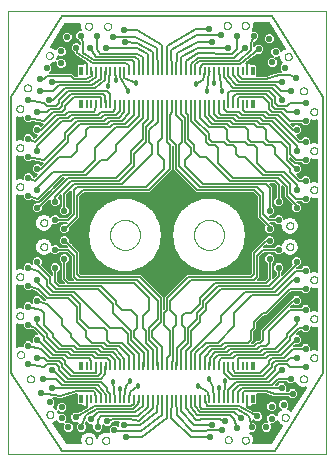
<source format=gtl>
G75*
%MOIN*%
%OFA0B0*%
%FSLAX25Y25*%
%IPPOS*%
%LPD*%
%AMOC8*
5,1,8,0,0,1.08239X$1,22.5*
%
%ADD10C,0.00000*%
%ADD11C,0.00500*%
%ADD12R,0.00827X0.02756*%
%ADD13R,0.01299X0.02756*%
%ADD14C,0.02181*%
%ADD15C,0.01800*%
%ADD16C,0.03000*%
D10*
X0007000Y0008000D02*
X0007000Y0155701D01*
X0112921Y0155701D01*
X0112921Y0008000D01*
X0007000Y0008000D01*
X0019819Y0021100D02*
X0019821Y0021169D01*
X0019827Y0021237D01*
X0019837Y0021305D01*
X0019851Y0021372D01*
X0019869Y0021439D01*
X0019890Y0021504D01*
X0019916Y0021568D01*
X0019945Y0021630D01*
X0019977Y0021690D01*
X0020013Y0021749D01*
X0020053Y0021805D01*
X0020095Y0021859D01*
X0020141Y0021910D01*
X0020190Y0021959D01*
X0020241Y0022005D01*
X0020295Y0022047D01*
X0020351Y0022087D01*
X0020409Y0022123D01*
X0020470Y0022155D01*
X0020532Y0022184D01*
X0020596Y0022210D01*
X0020661Y0022231D01*
X0020728Y0022249D01*
X0020795Y0022263D01*
X0020863Y0022273D01*
X0020931Y0022279D01*
X0021000Y0022281D01*
X0021069Y0022279D01*
X0021137Y0022273D01*
X0021205Y0022263D01*
X0021272Y0022249D01*
X0021339Y0022231D01*
X0021404Y0022210D01*
X0021468Y0022184D01*
X0021530Y0022155D01*
X0021590Y0022123D01*
X0021649Y0022087D01*
X0021705Y0022047D01*
X0021759Y0022005D01*
X0021810Y0021959D01*
X0021859Y0021910D01*
X0021905Y0021859D01*
X0021947Y0021805D01*
X0021987Y0021749D01*
X0022023Y0021690D01*
X0022055Y0021630D01*
X0022084Y0021568D01*
X0022110Y0021504D01*
X0022131Y0021439D01*
X0022149Y0021372D01*
X0022163Y0021305D01*
X0022173Y0021237D01*
X0022179Y0021169D01*
X0022181Y0021100D01*
X0022179Y0021031D01*
X0022173Y0020963D01*
X0022163Y0020895D01*
X0022149Y0020828D01*
X0022131Y0020761D01*
X0022110Y0020696D01*
X0022084Y0020632D01*
X0022055Y0020570D01*
X0022023Y0020509D01*
X0021987Y0020451D01*
X0021947Y0020395D01*
X0021905Y0020341D01*
X0021859Y0020290D01*
X0021810Y0020241D01*
X0021759Y0020195D01*
X0021705Y0020153D01*
X0021649Y0020113D01*
X0021591Y0020077D01*
X0021530Y0020045D01*
X0021468Y0020016D01*
X0021404Y0019990D01*
X0021339Y0019969D01*
X0021272Y0019951D01*
X0021205Y0019937D01*
X0021137Y0019927D01*
X0021069Y0019921D01*
X0021000Y0019919D01*
X0020931Y0019921D01*
X0020863Y0019927D01*
X0020795Y0019937D01*
X0020728Y0019951D01*
X0020661Y0019969D01*
X0020596Y0019990D01*
X0020532Y0020016D01*
X0020470Y0020045D01*
X0020409Y0020077D01*
X0020351Y0020113D01*
X0020295Y0020153D01*
X0020241Y0020195D01*
X0020190Y0020241D01*
X0020141Y0020290D01*
X0020095Y0020341D01*
X0020053Y0020395D01*
X0020013Y0020451D01*
X0019977Y0020509D01*
X0019945Y0020570D01*
X0019916Y0020632D01*
X0019890Y0020696D01*
X0019869Y0020761D01*
X0019851Y0020828D01*
X0019837Y0020895D01*
X0019827Y0020963D01*
X0019821Y0021031D01*
X0019819Y0021100D01*
X0013319Y0033000D02*
X0013321Y0033069D01*
X0013327Y0033137D01*
X0013337Y0033205D01*
X0013351Y0033272D01*
X0013369Y0033339D01*
X0013390Y0033404D01*
X0013416Y0033468D01*
X0013445Y0033530D01*
X0013477Y0033590D01*
X0013513Y0033649D01*
X0013553Y0033705D01*
X0013595Y0033759D01*
X0013641Y0033810D01*
X0013690Y0033859D01*
X0013741Y0033905D01*
X0013795Y0033947D01*
X0013851Y0033987D01*
X0013909Y0034023D01*
X0013970Y0034055D01*
X0014032Y0034084D01*
X0014096Y0034110D01*
X0014161Y0034131D01*
X0014228Y0034149D01*
X0014295Y0034163D01*
X0014363Y0034173D01*
X0014431Y0034179D01*
X0014500Y0034181D01*
X0014569Y0034179D01*
X0014637Y0034173D01*
X0014705Y0034163D01*
X0014772Y0034149D01*
X0014839Y0034131D01*
X0014904Y0034110D01*
X0014968Y0034084D01*
X0015030Y0034055D01*
X0015090Y0034023D01*
X0015149Y0033987D01*
X0015205Y0033947D01*
X0015259Y0033905D01*
X0015310Y0033859D01*
X0015359Y0033810D01*
X0015405Y0033759D01*
X0015447Y0033705D01*
X0015487Y0033649D01*
X0015523Y0033590D01*
X0015555Y0033530D01*
X0015584Y0033468D01*
X0015610Y0033404D01*
X0015631Y0033339D01*
X0015649Y0033272D01*
X0015663Y0033205D01*
X0015673Y0033137D01*
X0015679Y0033069D01*
X0015681Y0033000D01*
X0015679Y0032931D01*
X0015673Y0032863D01*
X0015663Y0032795D01*
X0015649Y0032728D01*
X0015631Y0032661D01*
X0015610Y0032596D01*
X0015584Y0032532D01*
X0015555Y0032470D01*
X0015523Y0032409D01*
X0015487Y0032351D01*
X0015447Y0032295D01*
X0015405Y0032241D01*
X0015359Y0032190D01*
X0015310Y0032141D01*
X0015259Y0032095D01*
X0015205Y0032053D01*
X0015149Y0032013D01*
X0015091Y0031977D01*
X0015030Y0031945D01*
X0014968Y0031916D01*
X0014904Y0031890D01*
X0014839Y0031869D01*
X0014772Y0031851D01*
X0014705Y0031837D01*
X0014637Y0031827D01*
X0014569Y0031821D01*
X0014500Y0031819D01*
X0014431Y0031821D01*
X0014363Y0031827D01*
X0014295Y0031837D01*
X0014228Y0031851D01*
X0014161Y0031869D01*
X0014096Y0031890D01*
X0014032Y0031916D01*
X0013970Y0031945D01*
X0013909Y0031977D01*
X0013851Y0032013D01*
X0013795Y0032053D01*
X0013741Y0032095D01*
X0013690Y0032141D01*
X0013641Y0032190D01*
X0013595Y0032241D01*
X0013553Y0032295D01*
X0013513Y0032351D01*
X0013477Y0032409D01*
X0013445Y0032470D01*
X0013416Y0032532D01*
X0013390Y0032596D01*
X0013369Y0032661D01*
X0013351Y0032728D01*
X0013337Y0032795D01*
X0013327Y0032863D01*
X0013321Y0032931D01*
X0013319Y0033000D01*
X0010019Y0041100D02*
X0010021Y0041169D01*
X0010027Y0041237D01*
X0010037Y0041305D01*
X0010051Y0041372D01*
X0010069Y0041439D01*
X0010090Y0041504D01*
X0010116Y0041568D01*
X0010145Y0041630D01*
X0010177Y0041690D01*
X0010213Y0041749D01*
X0010253Y0041805D01*
X0010295Y0041859D01*
X0010341Y0041910D01*
X0010390Y0041959D01*
X0010441Y0042005D01*
X0010495Y0042047D01*
X0010551Y0042087D01*
X0010609Y0042123D01*
X0010670Y0042155D01*
X0010732Y0042184D01*
X0010796Y0042210D01*
X0010861Y0042231D01*
X0010928Y0042249D01*
X0010995Y0042263D01*
X0011063Y0042273D01*
X0011131Y0042279D01*
X0011200Y0042281D01*
X0011269Y0042279D01*
X0011337Y0042273D01*
X0011405Y0042263D01*
X0011472Y0042249D01*
X0011539Y0042231D01*
X0011604Y0042210D01*
X0011668Y0042184D01*
X0011730Y0042155D01*
X0011790Y0042123D01*
X0011849Y0042087D01*
X0011905Y0042047D01*
X0011959Y0042005D01*
X0012010Y0041959D01*
X0012059Y0041910D01*
X0012105Y0041859D01*
X0012147Y0041805D01*
X0012187Y0041749D01*
X0012223Y0041690D01*
X0012255Y0041630D01*
X0012284Y0041568D01*
X0012310Y0041504D01*
X0012331Y0041439D01*
X0012349Y0041372D01*
X0012363Y0041305D01*
X0012373Y0041237D01*
X0012379Y0041169D01*
X0012381Y0041100D01*
X0012379Y0041031D01*
X0012373Y0040963D01*
X0012363Y0040895D01*
X0012349Y0040828D01*
X0012331Y0040761D01*
X0012310Y0040696D01*
X0012284Y0040632D01*
X0012255Y0040570D01*
X0012223Y0040509D01*
X0012187Y0040451D01*
X0012147Y0040395D01*
X0012105Y0040341D01*
X0012059Y0040290D01*
X0012010Y0040241D01*
X0011959Y0040195D01*
X0011905Y0040153D01*
X0011849Y0040113D01*
X0011791Y0040077D01*
X0011730Y0040045D01*
X0011668Y0040016D01*
X0011604Y0039990D01*
X0011539Y0039969D01*
X0011472Y0039951D01*
X0011405Y0039937D01*
X0011337Y0039927D01*
X0011269Y0039921D01*
X0011200Y0039919D01*
X0011131Y0039921D01*
X0011063Y0039927D01*
X0010995Y0039937D01*
X0010928Y0039951D01*
X0010861Y0039969D01*
X0010796Y0039990D01*
X0010732Y0040016D01*
X0010670Y0040045D01*
X0010609Y0040077D01*
X0010551Y0040113D01*
X0010495Y0040153D01*
X0010441Y0040195D01*
X0010390Y0040241D01*
X0010341Y0040290D01*
X0010295Y0040341D01*
X0010253Y0040395D01*
X0010213Y0040451D01*
X0010177Y0040509D01*
X0010145Y0040570D01*
X0010116Y0040632D01*
X0010090Y0040696D01*
X0010069Y0040761D01*
X0010051Y0040828D01*
X0010037Y0040895D01*
X0010027Y0040963D01*
X0010021Y0041031D01*
X0010019Y0041100D01*
X0009819Y0054000D02*
X0009821Y0054069D01*
X0009827Y0054137D01*
X0009837Y0054205D01*
X0009851Y0054272D01*
X0009869Y0054339D01*
X0009890Y0054404D01*
X0009916Y0054468D01*
X0009945Y0054530D01*
X0009977Y0054590D01*
X0010013Y0054649D01*
X0010053Y0054705D01*
X0010095Y0054759D01*
X0010141Y0054810D01*
X0010190Y0054859D01*
X0010241Y0054905D01*
X0010295Y0054947D01*
X0010351Y0054987D01*
X0010409Y0055023D01*
X0010470Y0055055D01*
X0010532Y0055084D01*
X0010596Y0055110D01*
X0010661Y0055131D01*
X0010728Y0055149D01*
X0010795Y0055163D01*
X0010863Y0055173D01*
X0010931Y0055179D01*
X0011000Y0055181D01*
X0011069Y0055179D01*
X0011137Y0055173D01*
X0011205Y0055163D01*
X0011272Y0055149D01*
X0011339Y0055131D01*
X0011404Y0055110D01*
X0011468Y0055084D01*
X0011530Y0055055D01*
X0011590Y0055023D01*
X0011649Y0054987D01*
X0011705Y0054947D01*
X0011759Y0054905D01*
X0011810Y0054859D01*
X0011859Y0054810D01*
X0011905Y0054759D01*
X0011947Y0054705D01*
X0011987Y0054649D01*
X0012023Y0054590D01*
X0012055Y0054530D01*
X0012084Y0054468D01*
X0012110Y0054404D01*
X0012131Y0054339D01*
X0012149Y0054272D01*
X0012163Y0054205D01*
X0012173Y0054137D01*
X0012179Y0054069D01*
X0012181Y0054000D01*
X0012179Y0053931D01*
X0012173Y0053863D01*
X0012163Y0053795D01*
X0012149Y0053728D01*
X0012131Y0053661D01*
X0012110Y0053596D01*
X0012084Y0053532D01*
X0012055Y0053470D01*
X0012023Y0053409D01*
X0011987Y0053351D01*
X0011947Y0053295D01*
X0011905Y0053241D01*
X0011859Y0053190D01*
X0011810Y0053141D01*
X0011759Y0053095D01*
X0011705Y0053053D01*
X0011649Y0053013D01*
X0011591Y0052977D01*
X0011530Y0052945D01*
X0011468Y0052916D01*
X0011404Y0052890D01*
X0011339Y0052869D01*
X0011272Y0052851D01*
X0011205Y0052837D01*
X0011137Y0052827D01*
X0011069Y0052821D01*
X0011000Y0052819D01*
X0010931Y0052821D01*
X0010863Y0052827D01*
X0010795Y0052837D01*
X0010728Y0052851D01*
X0010661Y0052869D01*
X0010596Y0052890D01*
X0010532Y0052916D01*
X0010470Y0052945D01*
X0010409Y0052977D01*
X0010351Y0053013D01*
X0010295Y0053053D01*
X0010241Y0053095D01*
X0010190Y0053141D01*
X0010141Y0053190D01*
X0010095Y0053241D01*
X0010053Y0053295D01*
X0010013Y0053351D01*
X0009977Y0053409D01*
X0009945Y0053470D01*
X0009916Y0053532D01*
X0009890Y0053596D01*
X0009869Y0053661D01*
X0009851Y0053728D01*
X0009837Y0053795D01*
X0009827Y0053863D01*
X0009821Y0053931D01*
X0009819Y0054000D01*
X0009819Y0067000D02*
X0009821Y0067069D01*
X0009827Y0067137D01*
X0009837Y0067205D01*
X0009851Y0067272D01*
X0009869Y0067339D01*
X0009890Y0067404D01*
X0009916Y0067468D01*
X0009945Y0067530D01*
X0009977Y0067590D01*
X0010013Y0067649D01*
X0010053Y0067705D01*
X0010095Y0067759D01*
X0010141Y0067810D01*
X0010190Y0067859D01*
X0010241Y0067905D01*
X0010295Y0067947D01*
X0010351Y0067987D01*
X0010409Y0068023D01*
X0010470Y0068055D01*
X0010532Y0068084D01*
X0010596Y0068110D01*
X0010661Y0068131D01*
X0010728Y0068149D01*
X0010795Y0068163D01*
X0010863Y0068173D01*
X0010931Y0068179D01*
X0011000Y0068181D01*
X0011069Y0068179D01*
X0011137Y0068173D01*
X0011205Y0068163D01*
X0011272Y0068149D01*
X0011339Y0068131D01*
X0011404Y0068110D01*
X0011468Y0068084D01*
X0011530Y0068055D01*
X0011590Y0068023D01*
X0011649Y0067987D01*
X0011705Y0067947D01*
X0011759Y0067905D01*
X0011810Y0067859D01*
X0011859Y0067810D01*
X0011905Y0067759D01*
X0011947Y0067705D01*
X0011987Y0067649D01*
X0012023Y0067590D01*
X0012055Y0067530D01*
X0012084Y0067468D01*
X0012110Y0067404D01*
X0012131Y0067339D01*
X0012149Y0067272D01*
X0012163Y0067205D01*
X0012173Y0067137D01*
X0012179Y0067069D01*
X0012181Y0067000D01*
X0012179Y0066931D01*
X0012173Y0066863D01*
X0012163Y0066795D01*
X0012149Y0066728D01*
X0012131Y0066661D01*
X0012110Y0066596D01*
X0012084Y0066532D01*
X0012055Y0066470D01*
X0012023Y0066409D01*
X0011987Y0066351D01*
X0011947Y0066295D01*
X0011905Y0066241D01*
X0011859Y0066190D01*
X0011810Y0066141D01*
X0011759Y0066095D01*
X0011705Y0066053D01*
X0011649Y0066013D01*
X0011591Y0065977D01*
X0011530Y0065945D01*
X0011468Y0065916D01*
X0011404Y0065890D01*
X0011339Y0065869D01*
X0011272Y0065851D01*
X0011205Y0065837D01*
X0011137Y0065827D01*
X0011069Y0065821D01*
X0011000Y0065819D01*
X0010931Y0065821D01*
X0010863Y0065827D01*
X0010795Y0065837D01*
X0010728Y0065851D01*
X0010661Y0065869D01*
X0010596Y0065890D01*
X0010532Y0065916D01*
X0010470Y0065945D01*
X0010409Y0065977D01*
X0010351Y0066013D01*
X0010295Y0066053D01*
X0010241Y0066095D01*
X0010190Y0066141D01*
X0010141Y0066190D01*
X0010095Y0066241D01*
X0010053Y0066295D01*
X0010013Y0066351D01*
X0009977Y0066409D01*
X0009945Y0066470D01*
X0009916Y0066532D01*
X0009890Y0066596D01*
X0009869Y0066661D01*
X0009851Y0066728D01*
X0009837Y0066795D01*
X0009827Y0066863D01*
X0009821Y0066931D01*
X0009819Y0067000D01*
X0017819Y0077000D02*
X0017821Y0077069D01*
X0017827Y0077137D01*
X0017837Y0077205D01*
X0017851Y0077272D01*
X0017869Y0077339D01*
X0017890Y0077404D01*
X0017916Y0077468D01*
X0017945Y0077530D01*
X0017977Y0077590D01*
X0018013Y0077649D01*
X0018053Y0077705D01*
X0018095Y0077759D01*
X0018141Y0077810D01*
X0018190Y0077859D01*
X0018241Y0077905D01*
X0018295Y0077947D01*
X0018351Y0077987D01*
X0018409Y0078023D01*
X0018470Y0078055D01*
X0018532Y0078084D01*
X0018596Y0078110D01*
X0018661Y0078131D01*
X0018728Y0078149D01*
X0018795Y0078163D01*
X0018863Y0078173D01*
X0018931Y0078179D01*
X0019000Y0078181D01*
X0019069Y0078179D01*
X0019137Y0078173D01*
X0019205Y0078163D01*
X0019272Y0078149D01*
X0019339Y0078131D01*
X0019404Y0078110D01*
X0019468Y0078084D01*
X0019530Y0078055D01*
X0019590Y0078023D01*
X0019649Y0077987D01*
X0019705Y0077947D01*
X0019759Y0077905D01*
X0019810Y0077859D01*
X0019859Y0077810D01*
X0019905Y0077759D01*
X0019947Y0077705D01*
X0019987Y0077649D01*
X0020023Y0077590D01*
X0020055Y0077530D01*
X0020084Y0077468D01*
X0020110Y0077404D01*
X0020131Y0077339D01*
X0020149Y0077272D01*
X0020163Y0077205D01*
X0020173Y0077137D01*
X0020179Y0077069D01*
X0020181Y0077000D01*
X0020179Y0076931D01*
X0020173Y0076863D01*
X0020163Y0076795D01*
X0020149Y0076728D01*
X0020131Y0076661D01*
X0020110Y0076596D01*
X0020084Y0076532D01*
X0020055Y0076470D01*
X0020023Y0076409D01*
X0019987Y0076351D01*
X0019947Y0076295D01*
X0019905Y0076241D01*
X0019859Y0076190D01*
X0019810Y0076141D01*
X0019759Y0076095D01*
X0019705Y0076053D01*
X0019649Y0076013D01*
X0019591Y0075977D01*
X0019530Y0075945D01*
X0019468Y0075916D01*
X0019404Y0075890D01*
X0019339Y0075869D01*
X0019272Y0075851D01*
X0019205Y0075837D01*
X0019137Y0075827D01*
X0019069Y0075821D01*
X0019000Y0075819D01*
X0018931Y0075821D01*
X0018863Y0075827D01*
X0018795Y0075837D01*
X0018728Y0075851D01*
X0018661Y0075869D01*
X0018596Y0075890D01*
X0018532Y0075916D01*
X0018470Y0075945D01*
X0018409Y0075977D01*
X0018351Y0076013D01*
X0018295Y0076053D01*
X0018241Y0076095D01*
X0018190Y0076141D01*
X0018141Y0076190D01*
X0018095Y0076241D01*
X0018053Y0076295D01*
X0018013Y0076351D01*
X0017977Y0076409D01*
X0017945Y0076470D01*
X0017916Y0076532D01*
X0017890Y0076596D01*
X0017869Y0076661D01*
X0017851Y0076728D01*
X0017837Y0076795D01*
X0017827Y0076863D01*
X0017821Y0076931D01*
X0017819Y0077000D01*
X0017819Y0085000D02*
X0017821Y0085069D01*
X0017827Y0085137D01*
X0017837Y0085205D01*
X0017851Y0085272D01*
X0017869Y0085339D01*
X0017890Y0085404D01*
X0017916Y0085468D01*
X0017945Y0085530D01*
X0017977Y0085590D01*
X0018013Y0085649D01*
X0018053Y0085705D01*
X0018095Y0085759D01*
X0018141Y0085810D01*
X0018190Y0085859D01*
X0018241Y0085905D01*
X0018295Y0085947D01*
X0018351Y0085987D01*
X0018409Y0086023D01*
X0018470Y0086055D01*
X0018532Y0086084D01*
X0018596Y0086110D01*
X0018661Y0086131D01*
X0018728Y0086149D01*
X0018795Y0086163D01*
X0018863Y0086173D01*
X0018931Y0086179D01*
X0019000Y0086181D01*
X0019069Y0086179D01*
X0019137Y0086173D01*
X0019205Y0086163D01*
X0019272Y0086149D01*
X0019339Y0086131D01*
X0019404Y0086110D01*
X0019468Y0086084D01*
X0019530Y0086055D01*
X0019590Y0086023D01*
X0019649Y0085987D01*
X0019705Y0085947D01*
X0019759Y0085905D01*
X0019810Y0085859D01*
X0019859Y0085810D01*
X0019905Y0085759D01*
X0019947Y0085705D01*
X0019987Y0085649D01*
X0020023Y0085590D01*
X0020055Y0085530D01*
X0020084Y0085468D01*
X0020110Y0085404D01*
X0020131Y0085339D01*
X0020149Y0085272D01*
X0020163Y0085205D01*
X0020173Y0085137D01*
X0020179Y0085069D01*
X0020181Y0085000D01*
X0020179Y0084931D01*
X0020173Y0084863D01*
X0020163Y0084795D01*
X0020149Y0084728D01*
X0020131Y0084661D01*
X0020110Y0084596D01*
X0020084Y0084532D01*
X0020055Y0084470D01*
X0020023Y0084409D01*
X0019987Y0084351D01*
X0019947Y0084295D01*
X0019905Y0084241D01*
X0019859Y0084190D01*
X0019810Y0084141D01*
X0019759Y0084095D01*
X0019705Y0084053D01*
X0019649Y0084013D01*
X0019591Y0083977D01*
X0019530Y0083945D01*
X0019468Y0083916D01*
X0019404Y0083890D01*
X0019339Y0083869D01*
X0019272Y0083851D01*
X0019205Y0083837D01*
X0019137Y0083827D01*
X0019069Y0083821D01*
X0019000Y0083819D01*
X0018931Y0083821D01*
X0018863Y0083827D01*
X0018795Y0083837D01*
X0018728Y0083851D01*
X0018661Y0083869D01*
X0018596Y0083890D01*
X0018532Y0083916D01*
X0018470Y0083945D01*
X0018409Y0083977D01*
X0018351Y0084013D01*
X0018295Y0084053D01*
X0018241Y0084095D01*
X0018190Y0084141D01*
X0018141Y0084190D01*
X0018095Y0084241D01*
X0018053Y0084295D01*
X0018013Y0084351D01*
X0017977Y0084409D01*
X0017945Y0084470D01*
X0017916Y0084532D01*
X0017890Y0084596D01*
X0017869Y0084661D01*
X0017851Y0084728D01*
X0017837Y0084795D01*
X0017827Y0084863D01*
X0017821Y0084931D01*
X0017819Y0085000D01*
X0009819Y0097000D02*
X0009821Y0097069D01*
X0009827Y0097137D01*
X0009837Y0097205D01*
X0009851Y0097272D01*
X0009869Y0097339D01*
X0009890Y0097404D01*
X0009916Y0097468D01*
X0009945Y0097530D01*
X0009977Y0097590D01*
X0010013Y0097649D01*
X0010053Y0097705D01*
X0010095Y0097759D01*
X0010141Y0097810D01*
X0010190Y0097859D01*
X0010241Y0097905D01*
X0010295Y0097947D01*
X0010351Y0097987D01*
X0010409Y0098023D01*
X0010470Y0098055D01*
X0010532Y0098084D01*
X0010596Y0098110D01*
X0010661Y0098131D01*
X0010728Y0098149D01*
X0010795Y0098163D01*
X0010863Y0098173D01*
X0010931Y0098179D01*
X0011000Y0098181D01*
X0011069Y0098179D01*
X0011137Y0098173D01*
X0011205Y0098163D01*
X0011272Y0098149D01*
X0011339Y0098131D01*
X0011404Y0098110D01*
X0011468Y0098084D01*
X0011530Y0098055D01*
X0011590Y0098023D01*
X0011649Y0097987D01*
X0011705Y0097947D01*
X0011759Y0097905D01*
X0011810Y0097859D01*
X0011859Y0097810D01*
X0011905Y0097759D01*
X0011947Y0097705D01*
X0011987Y0097649D01*
X0012023Y0097590D01*
X0012055Y0097530D01*
X0012084Y0097468D01*
X0012110Y0097404D01*
X0012131Y0097339D01*
X0012149Y0097272D01*
X0012163Y0097205D01*
X0012173Y0097137D01*
X0012179Y0097069D01*
X0012181Y0097000D01*
X0012179Y0096931D01*
X0012173Y0096863D01*
X0012163Y0096795D01*
X0012149Y0096728D01*
X0012131Y0096661D01*
X0012110Y0096596D01*
X0012084Y0096532D01*
X0012055Y0096470D01*
X0012023Y0096409D01*
X0011987Y0096351D01*
X0011947Y0096295D01*
X0011905Y0096241D01*
X0011859Y0096190D01*
X0011810Y0096141D01*
X0011759Y0096095D01*
X0011705Y0096053D01*
X0011649Y0096013D01*
X0011591Y0095977D01*
X0011530Y0095945D01*
X0011468Y0095916D01*
X0011404Y0095890D01*
X0011339Y0095869D01*
X0011272Y0095851D01*
X0011205Y0095837D01*
X0011137Y0095827D01*
X0011069Y0095821D01*
X0011000Y0095819D01*
X0010931Y0095821D01*
X0010863Y0095827D01*
X0010795Y0095837D01*
X0010728Y0095851D01*
X0010661Y0095869D01*
X0010596Y0095890D01*
X0010532Y0095916D01*
X0010470Y0095945D01*
X0010409Y0095977D01*
X0010351Y0096013D01*
X0010295Y0096053D01*
X0010241Y0096095D01*
X0010190Y0096141D01*
X0010141Y0096190D01*
X0010095Y0096241D01*
X0010053Y0096295D01*
X0010013Y0096351D01*
X0009977Y0096409D01*
X0009945Y0096470D01*
X0009916Y0096532D01*
X0009890Y0096596D01*
X0009869Y0096661D01*
X0009851Y0096728D01*
X0009837Y0096795D01*
X0009827Y0096863D01*
X0009821Y0096931D01*
X0009819Y0097000D01*
X0009819Y0110000D02*
X0009821Y0110069D01*
X0009827Y0110137D01*
X0009837Y0110205D01*
X0009851Y0110272D01*
X0009869Y0110339D01*
X0009890Y0110404D01*
X0009916Y0110468D01*
X0009945Y0110530D01*
X0009977Y0110590D01*
X0010013Y0110649D01*
X0010053Y0110705D01*
X0010095Y0110759D01*
X0010141Y0110810D01*
X0010190Y0110859D01*
X0010241Y0110905D01*
X0010295Y0110947D01*
X0010351Y0110987D01*
X0010409Y0111023D01*
X0010470Y0111055D01*
X0010532Y0111084D01*
X0010596Y0111110D01*
X0010661Y0111131D01*
X0010728Y0111149D01*
X0010795Y0111163D01*
X0010863Y0111173D01*
X0010931Y0111179D01*
X0011000Y0111181D01*
X0011069Y0111179D01*
X0011137Y0111173D01*
X0011205Y0111163D01*
X0011272Y0111149D01*
X0011339Y0111131D01*
X0011404Y0111110D01*
X0011468Y0111084D01*
X0011530Y0111055D01*
X0011590Y0111023D01*
X0011649Y0110987D01*
X0011705Y0110947D01*
X0011759Y0110905D01*
X0011810Y0110859D01*
X0011859Y0110810D01*
X0011905Y0110759D01*
X0011947Y0110705D01*
X0011987Y0110649D01*
X0012023Y0110590D01*
X0012055Y0110530D01*
X0012084Y0110468D01*
X0012110Y0110404D01*
X0012131Y0110339D01*
X0012149Y0110272D01*
X0012163Y0110205D01*
X0012173Y0110137D01*
X0012179Y0110069D01*
X0012181Y0110000D01*
X0012179Y0109931D01*
X0012173Y0109863D01*
X0012163Y0109795D01*
X0012149Y0109728D01*
X0012131Y0109661D01*
X0012110Y0109596D01*
X0012084Y0109532D01*
X0012055Y0109470D01*
X0012023Y0109409D01*
X0011987Y0109351D01*
X0011947Y0109295D01*
X0011905Y0109241D01*
X0011859Y0109190D01*
X0011810Y0109141D01*
X0011759Y0109095D01*
X0011705Y0109053D01*
X0011649Y0109013D01*
X0011591Y0108977D01*
X0011530Y0108945D01*
X0011468Y0108916D01*
X0011404Y0108890D01*
X0011339Y0108869D01*
X0011272Y0108851D01*
X0011205Y0108837D01*
X0011137Y0108827D01*
X0011069Y0108821D01*
X0011000Y0108819D01*
X0010931Y0108821D01*
X0010863Y0108827D01*
X0010795Y0108837D01*
X0010728Y0108851D01*
X0010661Y0108869D01*
X0010596Y0108890D01*
X0010532Y0108916D01*
X0010470Y0108945D01*
X0010409Y0108977D01*
X0010351Y0109013D01*
X0010295Y0109053D01*
X0010241Y0109095D01*
X0010190Y0109141D01*
X0010141Y0109190D01*
X0010095Y0109241D01*
X0010053Y0109295D01*
X0010013Y0109351D01*
X0009977Y0109409D01*
X0009945Y0109470D01*
X0009916Y0109532D01*
X0009890Y0109596D01*
X0009869Y0109661D01*
X0009851Y0109728D01*
X0009837Y0109795D01*
X0009827Y0109863D01*
X0009821Y0109931D01*
X0009819Y0110000D01*
X0009819Y0123000D02*
X0009821Y0123069D01*
X0009827Y0123137D01*
X0009837Y0123205D01*
X0009851Y0123272D01*
X0009869Y0123339D01*
X0009890Y0123404D01*
X0009916Y0123468D01*
X0009945Y0123530D01*
X0009977Y0123590D01*
X0010013Y0123649D01*
X0010053Y0123705D01*
X0010095Y0123759D01*
X0010141Y0123810D01*
X0010190Y0123859D01*
X0010241Y0123905D01*
X0010295Y0123947D01*
X0010351Y0123987D01*
X0010409Y0124023D01*
X0010470Y0124055D01*
X0010532Y0124084D01*
X0010596Y0124110D01*
X0010661Y0124131D01*
X0010728Y0124149D01*
X0010795Y0124163D01*
X0010863Y0124173D01*
X0010931Y0124179D01*
X0011000Y0124181D01*
X0011069Y0124179D01*
X0011137Y0124173D01*
X0011205Y0124163D01*
X0011272Y0124149D01*
X0011339Y0124131D01*
X0011404Y0124110D01*
X0011468Y0124084D01*
X0011530Y0124055D01*
X0011590Y0124023D01*
X0011649Y0123987D01*
X0011705Y0123947D01*
X0011759Y0123905D01*
X0011810Y0123859D01*
X0011859Y0123810D01*
X0011905Y0123759D01*
X0011947Y0123705D01*
X0011987Y0123649D01*
X0012023Y0123590D01*
X0012055Y0123530D01*
X0012084Y0123468D01*
X0012110Y0123404D01*
X0012131Y0123339D01*
X0012149Y0123272D01*
X0012163Y0123205D01*
X0012173Y0123137D01*
X0012179Y0123069D01*
X0012181Y0123000D01*
X0012179Y0122931D01*
X0012173Y0122863D01*
X0012163Y0122795D01*
X0012149Y0122728D01*
X0012131Y0122661D01*
X0012110Y0122596D01*
X0012084Y0122532D01*
X0012055Y0122470D01*
X0012023Y0122409D01*
X0011987Y0122351D01*
X0011947Y0122295D01*
X0011905Y0122241D01*
X0011859Y0122190D01*
X0011810Y0122141D01*
X0011759Y0122095D01*
X0011705Y0122053D01*
X0011649Y0122013D01*
X0011591Y0121977D01*
X0011530Y0121945D01*
X0011468Y0121916D01*
X0011404Y0121890D01*
X0011339Y0121869D01*
X0011272Y0121851D01*
X0011205Y0121837D01*
X0011137Y0121827D01*
X0011069Y0121821D01*
X0011000Y0121819D01*
X0010931Y0121821D01*
X0010863Y0121827D01*
X0010795Y0121837D01*
X0010728Y0121851D01*
X0010661Y0121869D01*
X0010596Y0121890D01*
X0010532Y0121916D01*
X0010470Y0121945D01*
X0010409Y0121977D01*
X0010351Y0122013D01*
X0010295Y0122053D01*
X0010241Y0122095D01*
X0010190Y0122141D01*
X0010141Y0122190D01*
X0010095Y0122241D01*
X0010053Y0122295D01*
X0010013Y0122351D01*
X0009977Y0122409D01*
X0009945Y0122470D01*
X0009916Y0122532D01*
X0009890Y0122596D01*
X0009869Y0122661D01*
X0009851Y0122728D01*
X0009837Y0122795D01*
X0009827Y0122863D01*
X0009821Y0122931D01*
X0009819Y0123000D01*
X0012319Y0130000D02*
X0012321Y0130069D01*
X0012327Y0130137D01*
X0012337Y0130205D01*
X0012351Y0130272D01*
X0012369Y0130339D01*
X0012390Y0130404D01*
X0012416Y0130468D01*
X0012445Y0130530D01*
X0012477Y0130590D01*
X0012513Y0130649D01*
X0012553Y0130705D01*
X0012595Y0130759D01*
X0012641Y0130810D01*
X0012690Y0130859D01*
X0012741Y0130905D01*
X0012795Y0130947D01*
X0012851Y0130987D01*
X0012909Y0131023D01*
X0012970Y0131055D01*
X0013032Y0131084D01*
X0013096Y0131110D01*
X0013161Y0131131D01*
X0013228Y0131149D01*
X0013295Y0131163D01*
X0013363Y0131173D01*
X0013431Y0131179D01*
X0013500Y0131181D01*
X0013569Y0131179D01*
X0013637Y0131173D01*
X0013705Y0131163D01*
X0013772Y0131149D01*
X0013839Y0131131D01*
X0013904Y0131110D01*
X0013968Y0131084D01*
X0014030Y0131055D01*
X0014090Y0131023D01*
X0014149Y0130987D01*
X0014205Y0130947D01*
X0014259Y0130905D01*
X0014310Y0130859D01*
X0014359Y0130810D01*
X0014405Y0130759D01*
X0014447Y0130705D01*
X0014487Y0130649D01*
X0014523Y0130590D01*
X0014555Y0130530D01*
X0014584Y0130468D01*
X0014610Y0130404D01*
X0014631Y0130339D01*
X0014649Y0130272D01*
X0014663Y0130205D01*
X0014673Y0130137D01*
X0014679Y0130069D01*
X0014681Y0130000D01*
X0014679Y0129931D01*
X0014673Y0129863D01*
X0014663Y0129795D01*
X0014649Y0129728D01*
X0014631Y0129661D01*
X0014610Y0129596D01*
X0014584Y0129532D01*
X0014555Y0129470D01*
X0014523Y0129409D01*
X0014487Y0129351D01*
X0014447Y0129295D01*
X0014405Y0129241D01*
X0014359Y0129190D01*
X0014310Y0129141D01*
X0014259Y0129095D01*
X0014205Y0129053D01*
X0014149Y0129013D01*
X0014091Y0128977D01*
X0014030Y0128945D01*
X0013968Y0128916D01*
X0013904Y0128890D01*
X0013839Y0128869D01*
X0013772Y0128851D01*
X0013705Y0128837D01*
X0013637Y0128827D01*
X0013569Y0128821D01*
X0013500Y0128819D01*
X0013431Y0128821D01*
X0013363Y0128827D01*
X0013295Y0128837D01*
X0013228Y0128851D01*
X0013161Y0128869D01*
X0013096Y0128890D01*
X0013032Y0128916D01*
X0012970Y0128945D01*
X0012909Y0128977D01*
X0012851Y0129013D01*
X0012795Y0129053D01*
X0012741Y0129095D01*
X0012690Y0129141D01*
X0012641Y0129190D01*
X0012595Y0129241D01*
X0012553Y0129295D01*
X0012513Y0129351D01*
X0012477Y0129409D01*
X0012445Y0129470D01*
X0012416Y0129532D01*
X0012390Y0129596D01*
X0012369Y0129661D01*
X0012351Y0129728D01*
X0012337Y0129795D01*
X0012327Y0129863D01*
X0012321Y0129931D01*
X0012319Y0130000D01*
X0019619Y0140800D02*
X0019621Y0140869D01*
X0019627Y0140937D01*
X0019637Y0141005D01*
X0019651Y0141072D01*
X0019669Y0141139D01*
X0019690Y0141204D01*
X0019716Y0141268D01*
X0019745Y0141330D01*
X0019777Y0141390D01*
X0019813Y0141449D01*
X0019853Y0141505D01*
X0019895Y0141559D01*
X0019941Y0141610D01*
X0019990Y0141659D01*
X0020041Y0141705D01*
X0020095Y0141747D01*
X0020151Y0141787D01*
X0020209Y0141823D01*
X0020270Y0141855D01*
X0020332Y0141884D01*
X0020396Y0141910D01*
X0020461Y0141931D01*
X0020528Y0141949D01*
X0020595Y0141963D01*
X0020663Y0141973D01*
X0020731Y0141979D01*
X0020800Y0141981D01*
X0020869Y0141979D01*
X0020937Y0141973D01*
X0021005Y0141963D01*
X0021072Y0141949D01*
X0021139Y0141931D01*
X0021204Y0141910D01*
X0021268Y0141884D01*
X0021330Y0141855D01*
X0021390Y0141823D01*
X0021449Y0141787D01*
X0021505Y0141747D01*
X0021559Y0141705D01*
X0021610Y0141659D01*
X0021659Y0141610D01*
X0021705Y0141559D01*
X0021747Y0141505D01*
X0021787Y0141449D01*
X0021823Y0141390D01*
X0021855Y0141330D01*
X0021884Y0141268D01*
X0021910Y0141204D01*
X0021931Y0141139D01*
X0021949Y0141072D01*
X0021963Y0141005D01*
X0021973Y0140937D01*
X0021979Y0140869D01*
X0021981Y0140800D01*
X0021979Y0140731D01*
X0021973Y0140663D01*
X0021963Y0140595D01*
X0021949Y0140528D01*
X0021931Y0140461D01*
X0021910Y0140396D01*
X0021884Y0140332D01*
X0021855Y0140270D01*
X0021823Y0140209D01*
X0021787Y0140151D01*
X0021747Y0140095D01*
X0021705Y0140041D01*
X0021659Y0139990D01*
X0021610Y0139941D01*
X0021559Y0139895D01*
X0021505Y0139853D01*
X0021449Y0139813D01*
X0021391Y0139777D01*
X0021330Y0139745D01*
X0021268Y0139716D01*
X0021204Y0139690D01*
X0021139Y0139669D01*
X0021072Y0139651D01*
X0021005Y0139637D01*
X0020937Y0139627D01*
X0020869Y0139621D01*
X0020800Y0139619D01*
X0020731Y0139621D01*
X0020663Y0139627D01*
X0020595Y0139637D01*
X0020528Y0139651D01*
X0020461Y0139669D01*
X0020396Y0139690D01*
X0020332Y0139716D01*
X0020270Y0139745D01*
X0020209Y0139777D01*
X0020151Y0139813D01*
X0020095Y0139853D01*
X0020041Y0139895D01*
X0019990Y0139941D01*
X0019941Y0139990D01*
X0019895Y0140041D01*
X0019853Y0140095D01*
X0019813Y0140151D01*
X0019777Y0140209D01*
X0019745Y0140270D01*
X0019716Y0140332D01*
X0019690Y0140396D01*
X0019669Y0140461D01*
X0019651Y0140528D01*
X0019637Y0140595D01*
X0019627Y0140663D01*
X0019621Y0140731D01*
X0019619Y0140800D01*
X0032719Y0150600D02*
X0032721Y0150669D01*
X0032727Y0150737D01*
X0032737Y0150805D01*
X0032751Y0150872D01*
X0032769Y0150939D01*
X0032790Y0151004D01*
X0032816Y0151068D01*
X0032845Y0151130D01*
X0032877Y0151190D01*
X0032913Y0151249D01*
X0032953Y0151305D01*
X0032995Y0151359D01*
X0033041Y0151410D01*
X0033090Y0151459D01*
X0033141Y0151505D01*
X0033195Y0151547D01*
X0033251Y0151587D01*
X0033309Y0151623D01*
X0033370Y0151655D01*
X0033432Y0151684D01*
X0033496Y0151710D01*
X0033561Y0151731D01*
X0033628Y0151749D01*
X0033695Y0151763D01*
X0033763Y0151773D01*
X0033831Y0151779D01*
X0033900Y0151781D01*
X0033969Y0151779D01*
X0034037Y0151773D01*
X0034105Y0151763D01*
X0034172Y0151749D01*
X0034239Y0151731D01*
X0034304Y0151710D01*
X0034368Y0151684D01*
X0034430Y0151655D01*
X0034490Y0151623D01*
X0034549Y0151587D01*
X0034605Y0151547D01*
X0034659Y0151505D01*
X0034710Y0151459D01*
X0034759Y0151410D01*
X0034805Y0151359D01*
X0034847Y0151305D01*
X0034887Y0151249D01*
X0034923Y0151190D01*
X0034955Y0151130D01*
X0034984Y0151068D01*
X0035010Y0151004D01*
X0035031Y0150939D01*
X0035049Y0150872D01*
X0035063Y0150805D01*
X0035073Y0150737D01*
X0035079Y0150669D01*
X0035081Y0150600D01*
X0035079Y0150531D01*
X0035073Y0150463D01*
X0035063Y0150395D01*
X0035049Y0150328D01*
X0035031Y0150261D01*
X0035010Y0150196D01*
X0034984Y0150132D01*
X0034955Y0150070D01*
X0034923Y0150009D01*
X0034887Y0149951D01*
X0034847Y0149895D01*
X0034805Y0149841D01*
X0034759Y0149790D01*
X0034710Y0149741D01*
X0034659Y0149695D01*
X0034605Y0149653D01*
X0034549Y0149613D01*
X0034491Y0149577D01*
X0034430Y0149545D01*
X0034368Y0149516D01*
X0034304Y0149490D01*
X0034239Y0149469D01*
X0034172Y0149451D01*
X0034105Y0149437D01*
X0034037Y0149427D01*
X0033969Y0149421D01*
X0033900Y0149419D01*
X0033831Y0149421D01*
X0033763Y0149427D01*
X0033695Y0149437D01*
X0033628Y0149451D01*
X0033561Y0149469D01*
X0033496Y0149490D01*
X0033432Y0149516D01*
X0033370Y0149545D01*
X0033309Y0149577D01*
X0033251Y0149613D01*
X0033195Y0149653D01*
X0033141Y0149695D01*
X0033090Y0149741D01*
X0033041Y0149790D01*
X0032995Y0149841D01*
X0032953Y0149895D01*
X0032913Y0149951D01*
X0032877Y0150009D01*
X0032845Y0150070D01*
X0032816Y0150132D01*
X0032790Y0150196D01*
X0032769Y0150261D01*
X0032751Y0150328D01*
X0032737Y0150395D01*
X0032727Y0150463D01*
X0032721Y0150531D01*
X0032719Y0150600D01*
X0039019Y0150500D02*
X0039021Y0150569D01*
X0039027Y0150637D01*
X0039037Y0150705D01*
X0039051Y0150772D01*
X0039069Y0150839D01*
X0039090Y0150904D01*
X0039116Y0150968D01*
X0039145Y0151030D01*
X0039177Y0151090D01*
X0039213Y0151149D01*
X0039253Y0151205D01*
X0039295Y0151259D01*
X0039341Y0151310D01*
X0039390Y0151359D01*
X0039441Y0151405D01*
X0039495Y0151447D01*
X0039551Y0151487D01*
X0039609Y0151523D01*
X0039670Y0151555D01*
X0039732Y0151584D01*
X0039796Y0151610D01*
X0039861Y0151631D01*
X0039928Y0151649D01*
X0039995Y0151663D01*
X0040063Y0151673D01*
X0040131Y0151679D01*
X0040200Y0151681D01*
X0040269Y0151679D01*
X0040337Y0151673D01*
X0040405Y0151663D01*
X0040472Y0151649D01*
X0040539Y0151631D01*
X0040604Y0151610D01*
X0040668Y0151584D01*
X0040730Y0151555D01*
X0040790Y0151523D01*
X0040849Y0151487D01*
X0040905Y0151447D01*
X0040959Y0151405D01*
X0041010Y0151359D01*
X0041059Y0151310D01*
X0041105Y0151259D01*
X0041147Y0151205D01*
X0041187Y0151149D01*
X0041223Y0151090D01*
X0041255Y0151030D01*
X0041284Y0150968D01*
X0041310Y0150904D01*
X0041331Y0150839D01*
X0041349Y0150772D01*
X0041363Y0150705D01*
X0041373Y0150637D01*
X0041379Y0150569D01*
X0041381Y0150500D01*
X0041379Y0150431D01*
X0041373Y0150363D01*
X0041363Y0150295D01*
X0041349Y0150228D01*
X0041331Y0150161D01*
X0041310Y0150096D01*
X0041284Y0150032D01*
X0041255Y0149970D01*
X0041223Y0149909D01*
X0041187Y0149851D01*
X0041147Y0149795D01*
X0041105Y0149741D01*
X0041059Y0149690D01*
X0041010Y0149641D01*
X0040959Y0149595D01*
X0040905Y0149553D01*
X0040849Y0149513D01*
X0040791Y0149477D01*
X0040730Y0149445D01*
X0040668Y0149416D01*
X0040604Y0149390D01*
X0040539Y0149369D01*
X0040472Y0149351D01*
X0040405Y0149337D01*
X0040337Y0149327D01*
X0040269Y0149321D01*
X0040200Y0149319D01*
X0040131Y0149321D01*
X0040063Y0149327D01*
X0039995Y0149337D01*
X0039928Y0149351D01*
X0039861Y0149369D01*
X0039796Y0149390D01*
X0039732Y0149416D01*
X0039670Y0149445D01*
X0039609Y0149477D01*
X0039551Y0149513D01*
X0039495Y0149553D01*
X0039441Y0149595D01*
X0039390Y0149641D01*
X0039341Y0149690D01*
X0039295Y0149741D01*
X0039253Y0149795D01*
X0039213Y0149851D01*
X0039177Y0149909D01*
X0039145Y0149970D01*
X0039116Y0150032D01*
X0039090Y0150096D01*
X0039069Y0150161D01*
X0039051Y0150228D01*
X0039037Y0150295D01*
X0039027Y0150363D01*
X0039021Y0150431D01*
X0039019Y0150500D01*
X0078919Y0150800D02*
X0078921Y0150869D01*
X0078927Y0150937D01*
X0078937Y0151005D01*
X0078951Y0151072D01*
X0078969Y0151139D01*
X0078990Y0151204D01*
X0079016Y0151268D01*
X0079045Y0151330D01*
X0079077Y0151390D01*
X0079113Y0151449D01*
X0079153Y0151505D01*
X0079195Y0151559D01*
X0079241Y0151610D01*
X0079290Y0151659D01*
X0079341Y0151705D01*
X0079395Y0151747D01*
X0079451Y0151787D01*
X0079509Y0151823D01*
X0079570Y0151855D01*
X0079632Y0151884D01*
X0079696Y0151910D01*
X0079761Y0151931D01*
X0079828Y0151949D01*
X0079895Y0151963D01*
X0079963Y0151973D01*
X0080031Y0151979D01*
X0080100Y0151981D01*
X0080169Y0151979D01*
X0080237Y0151973D01*
X0080305Y0151963D01*
X0080372Y0151949D01*
X0080439Y0151931D01*
X0080504Y0151910D01*
X0080568Y0151884D01*
X0080630Y0151855D01*
X0080690Y0151823D01*
X0080749Y0151787D01*
X0080805Y0151747D01*
X0080859Y0151705D01*
X0080910Y0151659D01*
X0080959Y0151610D01*
X0081005Y0151559D01*
X0081047Y0151505D01*
X0081087Y0151449D01*
X0081123Y0151390D01*
X0081155Y0151330D01*
X0081184Y0151268D01*
X0081210Y0151204D01*
X0081231Y0151139D01*
X0081249Y0151072D01*
X0081263Y0151005D01*
X0081273Y0150937D01*
X0081279Y0150869D01*
X0081281Y0150800D01*
X0081279Y0150731D01*
X0081273Y0150663D01*
X0081263Y0150595D01*
X0081249Y0150528D01*
X0081231Y0150461D01*
X0081210Y0150396D01*
X0081184Y0150332D01*
X0081155Y0150270D01*
X0081123Y0150209D01*
X0081087Y0150151D01*
X0081047Y0150095D01*
X0081005Y0150041D01*
X0080959Y0149990D01*
X0080910Y0149941D01*
X0080859Y0149895D01*
X0080805Y0149853D01*
X0080749Y0149813D01*
X0080691Y0149777D01*
X0080630Y0149745D01*
X0080568Y0149716D01*
X0080504Y0149690D01*
X0080439Y0149669D01*
X0080372Y0149651D01*
X0080305Y0149637D01*
X0080237Y0149627D01*
X0080169Y0149621D01*
X0080100Y0149619D01*
X0080031Y0149621D01*
X0079963Y0149627D01*
X0079895Y0149637D01*
X0079828Y0149651D01*
X0079761Y0149669D01*
X0079696Y0149690D01*
X0079632Y0149716D01*
X0079570Y0149745D01*
X0079509Y0149777D01*
X0079451Y0149813D01*
X0079395Y0149853D01*
X0079341Y0149895D01*
X0079290Y0149941D01*
X0079241Y0149990D01*
X0079195Y0150041D01*
X0079153Y0150095D01*
X0079113Y0150151D01*
X0079077Y0150209D01*
X0079045Y0150270D01*
X0079016Y0150332D01*
X0078990Y0150396D01*
X0078969Y0150461D01*
X0078951Y0150528D01*
X0078937Y0150595D01*
X0078927Y0150663D01*
X0078921Y0150731D01*
X0078919Y0150800D01*
X0084919Y0150800D02*
X0084921Y0150869D01*
X0084927Y0150937D01*
X0084937Y0151005D01*
X0084951Y0151072D01*
X0084969Y0151139D01*
X0084990Y0151204D01*
X0085016Y0151268D01*
X0085045Y0151330D01*
X0085077Y0151390D01*
X0085113Y0151449D01*
X0085153Y0151505D01*
X0085195Y0151559D01*
X0085241Y0151610D01*
X0085290Y0151659D01*
X0085341Y0151705D01*
X0085395Y0151747D01*
X0085451Y0151787D01*
X0085509Y0151823D01*
X0085570Y0151855D01*
X0085632Y0151884D01*
X0085696Y0151910D01*
X0085761Y0151931D01*
X0085828Y0151949D01*
X0085895Y0151963D01*
X0085963Y0151973D01*
X0086031Y0151979D01*
X0086100Y0151981D01*
X0086169Y0151979D01*
X0086237Y0151973D01*
X0086305Y0151963D01*
X0086372Y0151949D01*
X0086439Y0151931D01*
X0086504Y0151910D01*
X0086568Y0151884D01*
X0086630Y0151855D01*
X0086690Y0151823D01*
X0086749Y0151787D01*
X0086805Y0151747D01*
X0086859Y0151705D01*
X0086910Y0151659D01*
X0086959Y0151610D01*
X0087005Y0151559D01*
X0087047Y0151505D01*
X0087087Y0151449D01*
X0087123Y0151390D01*
X0087155Y0151330D01*
X0087184Y0151268D01*
X0087210Y0151204D01*
X0087231Y0151139D01*
X0087249Y0151072D01*
X0087263Y0151005D01*
X0087273Y0150937D01*
X0087279Y0150869D01*
X0087281Y0150800D01*
X0087279Y0150731D01*
X0087273Y0150663D01*
X0087263Y0150595D01*
X0087249Y0150528D01*
X0087231Y0150461D01*
X0087210Y0150396D01*
X0087184Y0150332D01*
X0087155Y0150270D01*
X0087123Y0150209D01*
X0087087Y0150151D01*
X0087047Y0150095D01*
X0087005Y0150041D01*
X0086959Y0149990D01*
X0086910Y0149941D01*
X0086859Y0149895D01*
X0086805Y0149853D01*
X0086749Y0149813D01*
X0086691Y0149777D01*
X0086630Y0149745D01*
X0086568Y0149716D01*
X0086504Y0149690D01*
X0086439Y0149669D01*
X0086372Y0149651D01*
X0086305Y0149637D01*
X0086237Y0149627D01*
X0086169Y0149621D01*
X0086100Y0149619D01*
X0086031Y0149621D01*
X0085963Y0149627D01*
X0085895Y0149637D01*
X0085828Y0149651D01*
X0085761Y0149669D01*
X0085696Y0149690D01*
X0085632Y0149716D01*
X0085570Y0149745D01*
X0085509Y0149777D01*
X0085451Y0149813D01*
X0085395Y0149853D01*
X0085341Y0149895D01*
X0085290Y0149941D01*
X0085241Y0149990D01*
X0085195Y0150041D01*
X0085153Y0150095D01*
X0085113Y0150151D01*
X0085077Y0150209D01*
X0085045Y0150270D01*
X0085016Y0150332D01*
X0084990Y0150396D01*
X0084969Y0150461D01*
X0084951Y0150528D01*
X0084937Y0150595D01*
X0084927Y0150663D01*
X0084921Y0150731D01*
X0084919Y0150800D01*
X0099219Y0140400D02*
X0099221Y0140469D01*
X0099227Y0140537D01*
X0099237Y0140605D01*
X0099251Y0140672D01*
X0099269Y0140739D01*
X0099290Y0140804D01*
X0099316Y0140868D01*
X0099345Y0140930D01*
X0099377Y0140990D01*
X0099413Y0141049D01*
X0099453Y0141105D01*
X0099495Y0141159D01*
X0099541Y0141210D01*
X0099590Y0141259D01*
X0099641Y0141305D01*
X0099695Y0141347D01*
X0099751Y0141387D01*
X0099809Y0141423D01*
X0099870Y0141455D01*
X0099932Y0141484D01*
X0099996Y0141510D01*
X0100061Y0141531D01*
X0100128Y0141549D01*
X0100195Y0141563D01*
X0100263Y0141573D01*
X0100331Y0141579D01*
X0100400Y0141581D01*
X0100469Y0141579D01*
X0100537Y0141573D01*
X0100605Y0141563D01*
X0100672Y0141549D01*
X0100739Y0141531D01*
X0100804Y0141510D01*
X0100868Y0141484D01*
X0100930Y0141455D01*
X0100990Y0141423D01*
X0101049Y0141387D01*
X0101105Y0141347D01*
X0101159Y0141305D01*
X0101210Y0141259D01*
X0101259Y0141210D01*
X0101305Y0141159D01*
X0101347Y0141105D01*
X0101387Y0141049D01*
X0101423Y0140990D01*
X0101455Y0140930D01*
X0101484Y0140868D01*
X0101510Y0140804D01*
X0101531Y0140739D01*
X0101549Y0140672D01*
X0101563Y0140605D01*
X0101573Y0140537D01*
X0101579Y0140469D01*
X0101581Y0140400D01*
X0101579Y0140331D01*
X0101573Y0140263D01*
X0101563Y0140195D01*
X0101549Y0140128D01*
X0101531Y0140061D01*
X0101510Y0139996D01*
X0101484Y0139932D01*
X0101455Y0139870D01*
X0101423Y0139809D01*
X0101387Y0139751D01*
X0101347Y0139695D01*
X0101305Y0139641D01*
X0101259Y0139590D01*
X0101210Y0139541D01*
X0101159Y0139495D01*
X0101105Y0139453D01*
X0101049Y0139413D01*
X0100991Y0139377D01*
X0100930Y0139345D01*
X0100868Y0139316D01*
X0100804Y0139290D01*
X0100739Y0139269D01*
X0100672Y0139251D01*
X0100605Y0139237D01*
X0100537Y0139227D01*
X0100469Y0139221D01*
X0100400Y0139219D01*
X0100331Y0139221D01*
X0100263Y0139227D01*
X0100195Y0139237D01*
X0100128Y0139251D01*
X0100061Y0139269D01*
X0099996Y0139290D01*
X0099932Y0139316D01*
X0099870Y0139345D01*
X0099809Y0139377D01*
X0099751Y0139413D01*
X0099695Y0139453D01*
X0099641Y0139495D01*
X0099590Y0139541D01*
X0099541Y0139590D01*
X0099495Y0139641D01*
X0099453Y0139695D01*
X0099413Y0139751D01*
X0099377Y0139809D01*
X0099345Y0139870D01*
X0099316Y0139932D01*
X0099290Y0139996D01*
X0099269Y0140061D01*
X0099251Y0140128D01*
X0099237Y0140195D01*
X0099227Y0140263D01*
X0099221Y0140331D01*
X0099219Y0140400D01*
X0104319Y0129000D02*
X0104321Y0129069D01*
X0104327Y0129137D01*
X0104337Y0129205D01*
X0104351Y0129272D01*
X0104369Y0129339D01*
X0104390Y0129404D01*
X0104416Y0129468D01*
X0104445Y0129530D01*
X0104477Y0129590D01*
X0104513Y0129649D01*
X0104553Y0129705D01*
X0104595Y0129759D01*
X0104641Y0129810D01*
X0104690Y0129859D01*
X0104741Y0129905D01*
X0104795Y0129947D01*
X0104851Y0129987D01*
X0104909Y0130023D01*
X0104970Y0130055D01*
X0105032Y0130084D01*
X0105096Y0130110D01*
X0105161Y0130131D01*
X0105228Y0130149D01*
X0105295Y0130163D01*
X0105363Y0130173D01*
X0105431Y0130179D01*
X0105500Y0130181D01*
X0105569Y0130179D01*
X0105637Y0130173D01*
X0105705Y0130163D01*
X0105772Y0130149D01*
X0105839Y0130131D01*
X0105904Y0130110D01*
X0105968Y0130084D01*
X0106030Y0130055D01*
X0106090Y0130023D01*
X0106149Y0129987D01*
X0106205Y0129947D01*
X0106259Y0129905D01*
X0106310Y0129859D01*
X0106359Y0129810D01*
X0106405Y0129759D01*
X0106447Y0129705D01*
X0106487Y0129649D01*
X0106523Y0129590D01*
X0106555Y0129530D01*
X0106584Y0129468D01*
X0106610Y0129404D01*
X0106631Y0129339D01*
X0106649Y0129272D01*
X0106663Y0129205D01*
X0106673Y0129137D01*
X0106679Y0129069D01*
X0106681Y0129000D01*
X0106679Y0128931D01*
X0106673Y0128863D01*
X0106663Y0128795D01*
X0106649Y0128728D01*
X0106631Y0128661D01*
X0106610Y0128596D01*
X0106584Y0128532D01*
X0106555Y0128470D01*
X0106523Y0128409D01*
X0106487Y0128351D01*
X0106447Y0128295D01*
X0106405Y0128241D01*
X0106359Y0128190D01*
X0106310Y0128141D01*
X0106259Y0128095D01*
X0106205Y0128053D01*
X0106149Y0128013D01*
X0106091Y0127977D01*
X0106030Y0127945D01*
X0105968Y0127916D01*
X0105904Y0127890D01*
X0105839Y0127869D01*
X0105772Y0127851D01*
X0105705Y0127837D01*
X0105637Y0127827D01*
X0105569Y0127821D01*
X0105500Y0127819D01*
X0105431Y0127821D01*
X0105363Y0127827D01*
X0105295Y0127837D01*
X0105228Y0127851D01*
X0105161Y0127869D01*
X0105096Y0127890D01*
X0105032Y0127916D01*
X0104970Y0127945D01*
X0104909Y0127977D01*
X0104851Y0128013D01*
X0104795Y0128053D01*
X0104741Y0128095D01*
X0104690Y0128141D01*
X0104641Y0128190D01*
X0104595Y0128241D01*
X0104553Y0128295D01*
X0104513Y0128351D01*
X0104477Y0128409D01*
X0104445Y0128470D01*
X0104416Y0128532D01*
X0104390Y0128596D01*
X0104369Y0128661D01*
X0104351Y0128728D01*
X0104337Y0128795D01*
X0104327Y0128863D01*
X0104321Y0128931D01*
X0104319Y0129000D01*
X0107819Y0122000D02*
X0107821Y0122069D01*
X0107827Y0122137D01*
X0107837Y0122205D01*
X0107851Y0122272D01*
X0107869Y0122339D01*
X0107890Y0122404D01*
X0107916Y0122468D01*
X0107945Y0122530D01*
X0107977Y0122590D01*
X0108013Y0122649D01*
X0108053Y0122705D01*
X0108095Y0122759D01*
X0108141Y0122810D01*
X0108190Y0122859D01*
X0108241Y0122905D01*
X0108295Y0122947D01*
X0108351Y0122987D01*
X0108409Y0123023D01*
X0108470Y0123055D01*
X0108532Y0123084D01*
X0108596Y0123110D01*
X0108661Y0123131D01*
X0108728Y0123149D01*
X0108795Y0123163D01*
X0108863Y0123173D01*
X0108931Y0123179D01*
X0109000Y0123181D01*
X0109069Y0123179D01*
X0109137Y0123173D01*
X0109205Y0123163D01*
X0109272Y0123149D01*
X0109339Y0123131D01*
X0109404Y0123110D01*
X0109468Y0123084D01*
X0109530Y0123055D01*
X0109590Y0123023D01*
X0109649Y0122987D01*
X0109705Y0122947D01*
X0109759Y0122905D01*
X0109810Y0122859D01*
X0109859Y0122810D01*
X0109905Y0122759D01*
X0109947Y0122705D01*
X0109987Y0122649D01*
X0110023Y0122590D01*
X0110055Y0122530D01*
X0110084Y0122468D01*
X0110110Y0122404D01*
X0110131Y0122339D01*
X0110149Y0122272D01*
X0110163Y0122205D01*
X0110173Y0122137D01*
X0110179Y0122069D01*
X0110181Y0122000D01*
X0110179Y0121931D01*
X0110173Y0121863D01*
X0110163Y0121795D01*
X0110149Y0121728D01*
X0110131Y0121661D01*
X0110110Y0121596D01*
X0110084Y0121532D01*
X0110055Y0121470D01*
X0110023Y0121409D01*
X0109987Y0121351D01*
X0109947Y0121295D01*
X0109905Y0121241D01*
X0109859Y0121190D01*
X0109810Y0121141D01*
X0109759Y0121095D01*
X0109705Y0121053D01*
X0109649Y0121013D01*
X0109591Y0120977D01*
X0109530Y0120945D01*
X0109468Y0120916D01*
X0109404Y0120890D01*
X0109339Y0120869D01*
X0109272Y0120851D01*
X0109205Y0120837D01*
X0109137Y0120827D01*
X0109069Y0120821D01*
X0109000Y0120819D01*
X0108931Y0120821D01*
X0108863Y0120827D01*
X0108795Y0120837D01*
X0108728Y0120851D01*
X0108661Y0120869D01*
X0108596Y0120890D01*
X0108532Y0120916D01*
X0108470Y0120945D01*
X0108409Y0120977D01*
X0108351Y0121013D01*
X0108295Y0121053D01*
X0108241Y0121095D01*
X0108190Y0121141D01*
X0108141Y0121190D01*
X0108095Y0121241D01*
X0108053Y0121295D01*
X0108013Y0121351D01*
X0107977Y0121409D01*
X0107945Y0121470D01*
X0107916Y0121532D01*
X0107890Y0121596D01*
X0107869Y0121661D01*
X0107851Y0121728D01*
X0107837Y0121795D01*
X0107827Y0121863D01*
X0107821Y0121931D01*
X0107819Y0122000D01*
X0107819Y0109000D02*
X0107821Y0109069D01*
X0107827Y0109137D01*
X0107837Y0109205D01*
X0107851Y0109272D01*
X0107869Y0109339D01*
X0107890Y0109404D01*
X0107916Y0109468D01*
X0107945Y0109530D01*
X0107977Y0109590D01*
X0108013Y0109649D01*
X0108053Y0109705D01*
X0108095Y0109759D01*
X0108141Y0109810D01*
X0108190Y0109859D01*
X0108241Y0109905D01*
X0108295Y0109947D01*
X0108351Y0109987D01*
X0108409Y0110023D01*
X0108470Y0110055D01*
X0108532Y0110084D01*
X0108596Y0110110D01*
X0108661Y0110131D01*
X0108728Y0110149D01*
X0108795Y0110163D01*
X0108863Y0110173D01*
X0108931Y0110179D01*
X0109000Y0110181D01*
X0109069Y0110179D01*
X0109137Y0110173D01*
X0109205Y0110163D01*
X0109272Y0110149D01*
X0109339Y0110131D01*
X0109404Y0110110D01*
X0109468Y0110084D01*
X0109530Y0110055D01*
X0109590Y0110023D01*
X0109649Y0109987D01*
X0109705Y0109947D01*
X0109759Y0109905D01*
X0109810Y0109859D01*
X0109859Y0109810D01*
X0109905Y0109759D01*
X0109947Y0109705D01*
X0109987Y0109649D01*
X0110023Y0109590D01*
X0110055Y0109530D01*
X0110084Y0109468D01*
X0110110Y0109404D01*
X0110131Y0109339D01*
X0110149Y0109272D01*
X0110163Y0109205D01*
X0110173Y0109137D01*
X0110179Y0109069D01*
X0110181Y0109000D01*
X0110179Y0108931D01*
X0110173Y0108863D01*
X0110163Y0108795D01*
X0110149Y0108728D01*
X0110131Y0108661D01*
X0110110Y0108596D01*
X0110084Y0108532D01*
X0110055Y0108470D01*
X0110023Y0108409D01*
X0109987Y0108351D01*
X0109947Y0108295D01*
X0109905Y0108241D01*
X0109859Y0108190D01*
X0109810Y0108141D01*
X0109759Y0108095D01*
X0109705Y0108053D01*
X0109649Y0108013D01*
X0109591Y0107977D01*
X0109530Y0107945D01*
X0109468Y0107916D01*
X0109404Y0107890D01*
X0109339Y0107869D01*
X0109272Y0107851D01*
X0109205Y0107837D01*
X0109137Y0107827D01*
X0109069Y0107821D01*
X0109000Y0107819D01*
X0108931Y0107821D01*
X0108863Y0107827D01*
X0108795Y0107837D01*
X0108728Y0107851D01*
X0108661Y0107869D01*
X0108596Y0107890D01*
X0108532Y0107916D01*
X0108470Y0107945D01*
X0108409Y0107977D01*
X0108351Y0108013D01*
X0108295Y0108053D01*
X0108241Y0108095D01*
X0108190Y0108141D01*
X0108141Y0108190D01*
X0108095Y0108241D01*
X0108053Y0108295D01*
X0108013Y0108351D01*
X0107977Y0108409D01*
X0107945Y0108470D01*
X0107916Y0108532D01*
X0107890Y0108596D01*
X0107869Y0108661D01*
X0107851Y0108728D01*
X0107837Y0108795D01*
X0107827Y0108863D01*
X0107821Y0108931D01*
X0107819Y0109000D01*
X0107819Y0096000D02*
X0107821Y0096069D01*
X0107827Y0096137D01*
X0107837Y0096205D01*
X0107851Y0096272D01*
X0107869Y0096339D01*
X0107890Y0096404D01*
X0107916Y0096468D01*
X0107945Y0096530D01*
X0107977Y0096590D01*
X0108013Y0096649D01*
X0108053Y0096705D01*
X0108095Y0096759D01*
X0108141Y0096810D01*
X0108190Y0096859D01*
X0108241Y0096905D01*
X0108295Y0096947D01*
X0108351Y0096987D01*
X0108409Y0097023D01*
X0108470Y0097055D01*
X0108532Y0097084D01*
X0108596Y0097110D01*
X0108661Y0097131D01*
X0108728Y0097149D01*
X0108795Y0097163D01*
X0108863Y0097173D01*
X0108931Y0097179D01*
X0109000Y0097181D01*
X0109069Y0097179D01*
X0109137Y0097173D01*
X0109205Y0097163D01*
X0109272Y0097149D01*
X0109339Y0097131D01*
X0109404Y0097110D01*
X0109468Y0097084D01*
X0109530Y0097055D01*
X0109590Y0097023D01*
X0109649Y0096987D01*
X0109705Y0096947D01*
X0109759Y0096905D01*
X0109810Y0096859D01*
X0109859Y0096810D01*
X0109905Y0096759D01*
X0109947Y0096705D01*
X0109987Y0096649D01*
X0110023Y0096590D01*
X0110055Y0096530D01*
X0110084Y0096468D01*
X0110110Y0096404D01*
X0110131Y0096339D01*
X0110149Y0096272D01*
X0110163Y0096205D01*
X0110173Y0096137D01*
X0110179Y0096069D01*
X0110181Y0096000D01*
X0110179Y0095931D01*
X0110173Y0095863D01*
X0110163Y0095795D01*
X0110149Y0095728D01*
X0110131Y0095661D01*
X0110110Y0095596D01*
X0110084Y0095532D01*
X0110055Y0095470D01*
X0110023Y0095409D01*
X0109987Y0095351D01*
X0109947Y0095295D01*
X0109905Y0095241D01*
X0109859Y0095190D01*
X0109810Y0095141D01*
X0109759Y0095095D01*
X0109705Y0095053D01*
X0109649Y0095013D01*
X0109591Y0094977D01*
X0109530Y0094945D01*
X0109468Y0094916D01*
X0109404Y0094890D01*
X0109339Y0094869D01*
X0109272Y0094851D01*
X0109205Y0094837D01*
X0109137Y0094827D01*
X0109069Y0094821D01*
X0109000Y0094819D01*
X0108931Y0094821D01*
X0108863Y0094827D01*
X0108795Y0094837D01*
X0108728Y0094851D01*
X0108661Y0094869D01*
X0108596Y0094890D01*
X0108532Y0094916D01*
X0108470Y0094945D01*
X0108409Y0094977D01*
X0108351Y0095013D01*
X0108295Y0095053D01*
X0108241Y0095095D01*
X0108190Y0095141D01*
X0108141Y0095190D01*
X0108095Y0095241D01*
X0108053Y0095295D01*
X0108013Y0095351D01*
X0107977Y0095409D01*
X0107945Y0095470D01*
X0107916Y0095532D01*
X0107890Y0095596D01*
X0107869Y0095661D01*
X0107851Y0095728D01*
X0107837Y0095795D01*
X0107827Y0095863D01*
X0107821Y0095931D01*
X0107819Y0096000D01*
X0099819Y0084000D02*
X0099821Y0084069D01*
X0099827Y0084137D01*
X0099837Y0084205D01*
X0099851Y0084272D01*
X0099869Y0084339D01*
X0099890Y0084404D01*
X0099916Y0084468D01*
X0099945Y0084530D01*
X0099977Y0084590D01*
X0100013Y0084649D01*
X0100053Y0084705D01*
X0100095Y0084759D01*
X0100141Y0084810D01*
X0100190Y0084859D01*
X0100241Y0084905D01*
X0100295Y0084947D01*
X0100351Y0084987D01*
X0100409Y0085023D01*
X0100470Y0085055D01*
X0100532Y0085084D01*
X0100596Y0085110D01*
X0100661Y0085131D01*
X0100728Y0085149D01*
X0100795Y0085163D01*
X0100863Y0085173D01*
X0100931Y0085179D01*
X0101000Y0085181D01*
X0101069Y0085179D01*
X0101137Y0085173D01*
X0101205Y0085163D01*
X0101272Y0085149D01*
X0101339Y0085131D01*
X0101404Y0085110D01*
X0101468Y0085084D01*
X0101530Y0085055D01*
X0101590Y0085023D01*
X0101649Y0084987D01*
X0101705Y0084947D01*
X0101759Y0084905D01*
X0101810Y0084859D01*
X0101859Y0084810D01*
X0101905Y0084759D01*
X0101947Y0084705D01*
X0101987Y0084649D01*
X0102023Y0084590D01*
X0102055Y0084530D01*
X0102084Y0084468D01*
X0102110Y0084404D01*
X0102131Y0084339D01*
X0102149Y0084272D01*
X0102163Y0084205D01*
X0102173Y0084137D01*
X0102179Y0084069D01*
X0102181Y0084000D01*
X0102179Y0083931D01*
X0102173Y0083863D01*
X0102163Y0083795D01*
X0102149Y0083728D01*
X0102131Y0083661D01*
X0102110Y0083596D01*
X0102084Y0083532D01*
X0102055Y0083470D01*
X0102023Y0083409D01*
X0101987Y0083351D01*
X0101947Y0083295D01*
X0101905Y0083241D01*
X0101859Y0083190D01*
X0101810Y0083141D01*
X0101759Y0083095D01*
X0101705Y0083053D01*
X0101649Y0083013D01*
X0101591Y0082977D01*
X0101530Y0082945D01*
X0101468Y0082916D01*
X0101404Y0082890D01*
X0101339Y0082869D01*
X0101272Y0082851D01*
X0101205Y0082837D01*
X0101137Y0082827D01*
X0101069Y0082821D01*
X0101000Y0082819D01*
X0100931Y0082821D01*
X0100863Y0082827D01*
X0100795Y0082837D01*
X0100728Y0082851D01*
X0100661Y0082869D01*
X0100596Y0082890D01*
X0100532Y0082916D01*
X0100470Y0082945D01*
X0100409Y0082977D01*
X0100351Y0083013D01*
X0100295Y0083053D01*
X0100241Y0083095D01*
X0100190Y0083141D01*
X0100141Y0083190D01*
X0100095Y0083241D01*
X0100053Y0083295D01*
X0100013Y0083351D01*
X0099977Y0083409D01*
X0099945Y0083470D01*
X0099916Y0083532D01*
X0099890Y0083596D01*
X0099869Y0083661D01*
X0099851Y0083728D01*
X0099837Y0083795D01*
X0099827Y0083863D01*
X0099821Y0083931D01*
X0099819Y0084000D01*
X0099819Y0077000D02*
X0099821Y0077069D01*
X0099827Y0077137D01*
X0099837Y0077205D01*
X0099851Y0077272D01*
X0099869Y0077339D01*
X0099890Y0077404D01*
X0099916Y0077468D01*
X0099945Y0077530D01*
X0099977Y0077590D01*
X0100013Y0077649D01*
X0100053Y0077705D01*
X0100095Y0077759D01*
X0100141Y0077810D01*
X0100190Y0077859D01*
X0100241Y0077905D01*
X0100295Y0077947D01*
X0100351Y0077987D01*
X0100409Y0078023D01*
X0100470Y0078055D01*
X0100532Y0078084D01*
X0100596Y0078110D01*
X0100661Y0078131D01*
X0100728Y0078149D01*
X0100795Y0078163D01*
X0100863Y0078173D01*
X0100931Y0078179D01*
X0101000Y0078181D01*
X0101069Y0078179D01*
X0101137Y0078173D01*
X0101205Y0078163D01*
X0101272Y0078149D01*
X0101339Y0078131D01*
X0101404Y0078110D01*
X0101468Y0078084D01*
X0101530Y0078055D01*
X0101590Y0078023D01*
X0101649Y0077987D01*
X0101705Y0077947D01*
X0101759Y0077905D01*
X0101810Y0077859D01*
X0101859Y0077810D01*
X0101905Y0077759D01*
X0101947Y0077705D01*
X0101987Y0077649D01*
X0102023Y0077590D01*
X0102055Y0077530D01*
X0102084Y0077468D01*
X0102110Y0077404D01*
X0102131Y0077339D01*
X0102149Y0077272D01*
X0102163Y0077205D01*
X0102173Y0077137D01*
X0102179Y0077069D01*
X0102181Y0077000D01*
X0102179Y0076931D01*
X0102173Y0076863D01*
X0102163Y0076795D01*
X0102149Y0076728D01*
X0102131Y0076661D01*
X0102110Y0076596D01*
X0102084Y0076532D01*
X0102055Y0076470D01*
X0102023Y0076409D01*
X0101987Y0076351D01*
X0101947Y0076295D01*
X0101905Y0076241D01*
X0101859Y0076190D01*
X0101810Y0076141D01*
X0101759Y0076095D01*
X0101705Y0076053D01*
X0101649Y0076013D01*
X0101591Y0075977D01*
X0101530Y0075945D01*
X0101468Y0075916D01*
X0101404Y0075890D01*
X0101339Y0075869D01*
X0101272Y0075851D01*
X0101205Y0075837D01*
X0101137Y0075827D01*
X0101069Y0075821D01*
X0101000Y0075819D01*
X0100931Y0075821D01*
X0100863Y0075827D01*
X0100795Y0075837D01*
X0100728Y0075851D01*
X0100661Y0075869D01*
X0100596Y0075890D01*
X0100532Y0075916D01*
X0100470Y0075945D01*
X0100409Y0075977D01*
X0100351Y0076013D01*
X0100295Y0076053D01*
X0100241Y0076095D01*
X0100190Y0076141D01*
X0100141Y0076190D01*
X0100095Y0076241D01*
X0100053Y0076295D01*
X0100013Y0076351D01*
X0099977Y0076409D01*
X0099945Y0076470D01*
X0099916Y0076532D01*
X0099890Y0076596D01*
X0099869Y0076661D01*
X0099851Y0076728D01*
X0099837Y0076795D01*
X0099827Y0076863D01*
X0099821Y0076931D01*
X0099819Y0077000D01*
X0107819Y0066000D02*
X0107821Y0066069D01*
X0107827Y0066137D01*
X0107837Y0066205D01*
X0107851Y0066272D01*
X0107869Y0066339D01*
X0107890Y0066404D01*
X0107916Y0066468D01*
X0107945Y0066530D01*
X0107977Y0066590D01*
X0108013Y0066649D01*
X0108053Y0066705D01*
X0108095Y0066759D01*
X0108141Y0066810D01*
X0108190Y0066859D01*
X0108241Y0066905D01*
X0108295Y0066947D01*
X0108351Y0066987D01*
X0108409Y0067023D01*
X0108470Y0067055D01*
X0108532Y0067084D01*
X0108596Y0067110D01*
X0108661Y0067131D01*
X0108728Y0067149D01*
X0108795Y0067163D01*
X0108863Y0067173D01*
X0108931Y0067179D01*
X0109000Y0067181D01*
X0109069Y0067179D01*
X0109137Y0067173D01*
X0109205Y0067163D01*
X0109272Y0067149D01*
X0109339Y0067131D01*
X0109404Y0067110D01*
X0109468Y0067084D01*
X0109530Y0067055D01*
X0109590Y0067023D01*
X0109649Y0066987D01*
X0109705Y0066947D01*
X0109759Y0066905D01*
X0109810Y0066859D01*
X0109859Y0066810D01*
X0109905Y0066759D01*
X0109947Y0066705D01*
X0109987Y0066649D01*
X0110023Y0066590D01*
X0110055Y0066530D01*
X0110084Y0066468D01*
X0110110Y0066404D01*
X0110131Y0066339D01*
X0110149Y0066272D01*
X0110163Y0066205D01*
X0110173Y0066137D01*
X0110179Y0066069D01*
X0110181Y0066000D01*
X0110179Y0065931D01*
X0110173Y0065863D01*
X0110163Y0065795D01*
X0110149Y0065728D01*
X0110131Y0065661D01*
X0110110Y0065596D01*
X0110084Y0065532D01*
X0110055Y0065470D01*
X0110023Y0065409D01*
X0109987Y0065351D01*
X0109947Y0065295D01*
X0109905Y0065241D01*
X0109859Y0065190D01*
X0109810Y0065141D01*
X0109759Y0065095D01*
X0109705Y0065053D01*
X0109649Y0065013D01*
X0109591Y0064977D01*
X0109530Y0064945D01*
X0109468Y0064916D01*
X0109404Y0064890D01*
X0109339Y0064869D01*
X0109272Y0064851D01*
X0109205Y0064837D01*
X0109137Y0064827D01*
X0109069Y0064821D01*
X0109000Y0064819D01*
X0108931Y0064821D01*
X0108863Y0064827D01*
X0108795Y0064837D01*
X0108728Y0064851D01*
X0108661Y0064869D01*
X0108596Y0064890D01*
X0108532Y0064916D01*
X0108470Y0064945D01*
X0108409Y0064977D01*
X0108351Y0065013D01*
X0108295Y0065053D01*
X0108241Y0065095D01*
X0108190Y0065141D01*
X0108141Y0065190D01*
X0108095Y0065241D01*
X0108053Y0065295D01*
X0108013Y0065351D01*
X0107977Y0065409D01*
X0107945Y0065470D01*
X0107916Y0065532D01*
X0107890Y0065596D01*
X0107869Y0065661D01*
X0107851Y0065728D01*
X0107837Y0065795D01*
X0107827Y0065863D01*
X0107821Y0065931D01*
X0107819Y0066000D01*
X0107819Y0053000D02*
X0107821Y0053069D01*
X0107827Y0053137D01*
X0107837Y0053205D01*
X0107851Y0053272D01*
X0107869Y0053339D01*
X0107890Y0053404D01*
X0107916Y0053468D01*
X0107945Y0053530D01*
X0107977Y0053590D01*
X0108013Y0053649D01*
X0108053Y0053705D01*
X0108095Y0053759D01*
X0108141Y0053810D01*
X0108190Y0053859D01*
X0108241Y0053905D01*
X0108295Y0053947D01*
X0108351Y0053987D01*
X0108409Y0054023D01*
X0108470Y0054055D01*
X0108532Y0054084D01*
X0108596Y0054110D01*
X0108661Y0054131D01*
X0108728Y0054149D01*
X0108795Y0054163D01*
X0108863Y0054173D01*
X0108931Y0054179D01*
X0109000Y0054181D01*
X0109069Y0054179D01*
X0109137Y0054173D01*
X0109205Y0054163D01*
X0109272Y0054149D01*
X0109339Y0054131D01*
X0109404Y0054110D01*
X0109468Y0054084D01*
X0109530Y0054055D01*
X0109590Y0054023D01*
X0109649Y0053987D01*
X0109705Y0053947D01*
X0109759Y0053905D01*
X0109810Y0053859D01*
X0109859Y0053810D01*
X0109905Y0053759D01*
X0109947Y0053705D01*
X0109987Y0053649D01*
X0110023Y0053590D01*
X0110055Y0053530D01*
X0110084Y0053468D01*
X0110110Y0053404D01*
X0110131Y0053339D01*
X0110149Y0053272D01*
X0110163Y0053205D01*
X0110173Y0053137D01*
X0110179Y0053069D01*
X0110181Y0053000D01*
X0110179Y0052931D01*
X0110173Y0052863D01*
X0110163Y0052795D01*
X0110149Y0052728D01*
X0110131Y0052661D01*
X0110110Y0052596D01*
X0110084Y0052532D01*
X0110055Y0052470D01*
X0110023Y0052409D01*
X0109987Y0052351D01*
X0109947Y0052295D01*
X0109905Y0052241D01*
X0109859Y0052190D01*
X0109810Y0052141D01*
X0109759Y0052095D01*
X0109705Y0052053D01*
X0109649Y0052013D01*
X0109591Y0051977D01*
X0109530Y0051945D01*
X0109468Y0051916D01*
X0109404Y0051890D01*
X0109339Y0051869D01*
X0109272Y0051851D01*
X0109205Y0051837D01*
X0109137Y0051827D01*
X0109069Y0051821D01*
X0109000Y0051819D01*
X0108931Y0051821D01*
X0108863Y0051827D01*
X0108795Y0051837D01*
X0108728Y0051851D01*
X0108661Y0051869D01*
X0108596Y0051890D01*
X0108532Y0051916D01*
X0108470Y0051945D01*
X0108409Y0051977D01*
X0108351Y0052013D01*
X0108295Y0052053D01*
X0108241Y0052095D01*
X0108190Y0052141D01*
X0108141Y0052190D01*
X0108095Y0052241D01*
X0108053Y0052295D01*
X0108013Y0052351D01*
X0107977Y0052409D01*
X0107945Y0052470D01*
X0107916Y0052532D01*
X0107890Y0052596D01*
X0107869Y0052661D01*
X0107851Y0052728D01*
X0107837Y0052795D01*
X0107827Y0052863D01*
X0107821Y0052931D01*
X0107819Y0053000D01*
X0107819Y0040000D02*
X0107821Y0040069D01*
X0107827Y0040137D01*
X0107837Y0040205D01*
X0107851Y0040272D01*
X0107869Y0040339D01*
X0107890Y0040404D01*
X0107916Y0040468D01*
X0107945Y0040530D01*
X0107977Y0040590D01*
X0108013Y0040649D01*
X0108053Y0040705D01*
X0108095Y0040759D01*
X0108141Y0040810D01*
X0108190Y0040859D01*
X0108241Y0040905D01*
X0108295Y0040947D01*
X0108351Y0040987D01*
X0108409Y0041023D01*
X0108470Y0041055D01*
X0108532Y0041084D01*
X0108596Y0041110D01*
X0108661Y0041131D01*
X0108728Y0041149D01*
X0108795Y0041163D01*
X0108863Y0041173D01*
X0108931Y0041179D01*
X0109000Y0041181D01*
X0109069Y0041179D01*
X0109137Y0041173D01*
X0109205Y0041163D01*
X0109272Y0041149D01*
X0109339Y0041131D01*
X0109404Y0041110D01*
X0109468Y0041084D01*
X0109530Y0041055D01*
X0109590Y0041023D01*
X0109649Y0040987D01*
X0109705Y0040947D01*
X0109759Y0040905D01*
X0109810Y0040859D01*
X0109859Y0040810D01*
X0109905Y0040759D01*
X0109947Y0040705D01*
X0109987Y0040649D01*
X0110023Y0040590D01*
X0110055Y0040530D01*
X0110084Y0040468D01*
X0110110Y0040404D01*
X0110131Y0040339D01*
X0110149Y0040272D01*
X0110163Y0040205D01*
X0110173Y0040137D01*
X0110179Y0040069D01*
X0110181Y0040000D01*
X0110179Y0039931D01*
X0110173Y0039863D01*
X0110163Y0039795D01*
X0110149Y0039728D01*
X0110131Y0039661D01*
X0110110Y0039596D01*
X0110084Y0039532D01*
X0110055Y0039470D01*
X0110023Y0039409D01*
X0109987Y0039351D01*
X0109947Y0039295D01*
X0109905Y0039241D01*
X0109859Y0039190D01*
X0109810Y0039141D01*
X0109759Y0039095D01*
X0109705Y0039053D01*
X0109649Y0039013D01*
X0109591Y0038977D01*
X0109530Y0038945D01*
X0109468Y0038916D01*
X0109404Y0038890D01*
X0109339Y0038869D01*
X0109272Y0038851D01*
X0109205Y0038837D01*
X0109137Y0038827D01*
X0109069Y0038821D01*
X0109000Y0038819D01*
X0108931Y0038821D01*
X0108863Y0038827D01*
X0108795Y0038837D01*
X0108728Y0038851D01*
X0108661Y0038869D01*
X0108596Y0038890D01*
X0108532Y0038916D01*
X0108470Y0038945D01*
X0108409Y0038977D01*
X0108351Y0039013D01*
X0108295Y0039053D01*
X0108241Y0039095D01*
X0108190Y0039141D01*
X0108141Y0039190D01*
X0108095Y0039241D01*
X0108053Y0039295D01*
X0108013Y0039351D01*
X0107977Y0039409D01*
X0107945Y0039470D01*
X0107916Y0039532D01*
X0107890Y0039596D01*
X0107869Y0039661D01*
X0107851Y0039728D01*
X0107837Y0039795D01*
X0107827Y0039863D01*
X0107821Y0039931D01*
X0107819Y0040000D01*
X0104319Y0033000D02*
X0104321Y0033069D01*
X0104327Y0033137D01*
X0104337Y0033205D01*
X0104351Y0033272D01*
X0104369Y0033339D01*
X0104390Y0033404D01*
X0104416Y0033468D01*
X0104445Y0033530D01*
X0104477Y0033590D01*
X0104513Y0033649D01*
X0104553Y0033705D01*
X0104595Y0033759D01*
X0104641Y0033810D01*
X0104690Y0033859D01*
X0104741Y0033905D01*
X0104795Y0033947D01*
X0104851Y0033987D01*
X0104909Y0034023D01*
X0104970Y0034055D01*
X0105032Y0034084D01*
X0105096Y0034110D01*
X0105161Y0034131D01*
X0105228Y0034149D01*
X0105295Y0034163D01*
X0105363Y0034173D01*
X0105431Y0034179D01*
X0105500Y0034181D01*
X0105569Y0034179D01*
X0105637Y0034173D01*
X0105705Y0034163D01*
X0105772Y0034149D01*
X0105839Y0034131D01*
X0105904Y0034110D01*
X0105968Y0034084D01*
X0106030Y0034055D01*
X0106090Y0034023D01*
X0106149Y0033987D01*
X0106205Y0033947D01*
X0106259Y0033905D01*
X0106310Y0033859D01*
X0106359Y0033810D01*
X0106405Y0033759D01*
X0106447Y0033705D01*
X0106487Y0033649D01*
X0106523Y0033590D01*
X0106555Y0033530D01*
X0106584Y0033468D01*
X0106610Y0033404D01*
X0106631Y0033339D01*
X0106649Y0033272D01*
X0106663Y0033205D01*
X0106673Y0033137D01*
X0106679Y0033069D01*
X0106681Y0033000D01*
X0106679Y0032931D01*
X0106673Y0032863D01*
X0106663Y0032795D01*
X0106649Y0032728D01*
X0106631Y0032661D01*
X0106610Y0032596D01*
X0106584Y0032532D01*
X0106555Y0032470D01*
X0106523Y0032409D01*
X0106487Y0032351D01*
X0106447Y0032295D01*
X0106405Y0032241D01*
X0106359Y0032190D01*
X0106310Y0032141D01*
X0106259Y0032095D01*
X0106205Y0032053D01*
X0106149Y0032013D01*
X0106091Y0031977D01*
X0106030Y0031945D01*
X0105968Y0031916D01*
X0105904Y0031890D01*
X0105839Y0031869D01*
X0105772Y0031851D01*
X0105705Y0031837D01*
X0105637Y0031827D01*
X0105569Y0031821D01*
X0105500Y0031819D01*
X0105431Y0031821D01*
X0105363Y0031827D01*
X0105295Y0031837D01*
X0105228Y0031851D01*
X0105161Y0031869D01*
X0105096Y0031890D01*
X0105032Y0031916D01*
X0104970Y0031945D01*
X0104909Y0031977D01*
X0104851Y0032013D01*
X0104795Y0032053D01*
X0104741Y0032095D01*
X0104690Y0032141D01*
X0104641Y0032190D01*
X0104595Y0032241D01*
X0104553Y0032295D01*
X0104513Y0032351D01*
X0104477Y0032409D01*
X0104445Y0032470D01*
X0104416Y0032532D01*
X0104390Y0032596D01*
X0104369Y0032661D01*
X0104351Y0032728D01*
X0104337Y0032795D01*
X0104327Y0032863D01*
X0104321Y0032931D01*
X0104319Y0033000D01*
X0098219Y0020200D02*
X0098221Y0020269D01*
X0098227Y0020337D01*
X0098237Y0020405D01*
X0098251Y0020472D01*
X0098269Y0020539D01*
X0098290Y0020604D01*
X0098316Y0020668D01*
X0098345Y0020730D01*
X0098377Y0020790D01*
X0098413Y0020849D01*
X0098453Y0020905D01*
X0098495Y0020959D01*
X0098541Y0021010D01*
X0098590Y0021059D01*
X0098641Y0021105D01*
X0098695Y0021147D01*
X0098751Y0021187D01*
X0098809Y0021223D01*
X0098870Y0021255D01*
X0098932Y0021284D01*
X0098996Y0021310D01*
X0099061Y0021331D01*
X0099128Y0021349D01*
X0099195Y0021363D01*
X0099263Y0021373D01*
X0099331Y0021379D01*
X0099400Y0021381D01*
X0099469Y0021379D01*
X0099537Y0021373D01*
X0099605Y0021363D01*
X0099672Y0021349D01*
X0099739Y0021331D01*
X0099804Y0021310D01*
X0099868Y0021284D01*
X0099930Y0021255D01*
X0099990Y0021223D01*
X0100049Y0021187D01*
X0100105Y0021147D01*
X0100159Y0021105D01*
X0100210Y0021059D01*
X0100259Y0021010D01*
X0100305Y0020959D01*
X0100347Y0020905D01*
X0100387Y0020849D01*
X0100423Y0020790D01*
X0100455Y0020730D01*
X0100484Y0020668D01*
X0100510Y0020604D01*
X0100531Y0020539D01*
X0100549Y0020472D01*
X0100563Y0020405D01*
X0100573Y0020337D01*
X0100579Y0020269D01*
X0100581Y0020200D01*
X0100579Y0020131D01*
X0100573Y0020063D01*
X0100563Y0019995D01*
X0100549Y0019928D01*
X0100531Y0019861D01*
X0100510Y0019796D01*
X0100484Y0019732D01*
X0100455Y0019670D01*
X0100423Y0019609D01*
X0100387Y0019551D01*
X0100347Y0019495D01*
X0100305Y0019441D01*
X0100259Y0019390D01*
X0100210Y0019341D01*
X0100159Y0019295D01*
X0100105Y0019253D01*
X0100049Y0019213D01*
X0099991Y0019177D01*
X0099930Y0019145D01*
X0099868Y0019116D01*
X0099804Y0019090D01*
X0099739Y0019069D01*
X0099672Y0019051D01*
X0099605Y0019037D01*
X0099537Y0019027D01*
X0099469Y0019021D01*
X0099400Y0019019D01*
X0099331Y0019021D01*
X0099263Y0019027D01*
X0099195Y0019037D01*
X0099128Y0019051D01*
X0099061Y0019069D01*
X0098996Y0019090D01*
X0098932Y0019116D01*
X0098870Y0019145D01*
X0098809Y0019177D01*
X0098751Y0019213D01*
X0098695Y0019253D01*
X0098641Y0019295D01*
X0098590Y0019341D01*
X0098541Y0019390D01*
X0098495Y0019441D01*
X0098453Y0019495D01*
X0098413Y0019551D01*
X0098377Y0019609D01*
X0098345Y0019670D01*
X0098316Y0019732D01*
X0098290Y0019796D01*
X0098269Y0019861D01*
X0098251Y0019928D01*
X0098237Y0019995D01*
X0098227Y0020063D01*
X0098221Y0020131D01*
X0098219Y0020200D01*
X0084919Y0012600D02*
X0084921Y0012669D01*
X0084927Y0012737D01*
X0084937Y0012805D01*
X0084951Y0012872D01*
X0084969Y0012939D01*
X0084990Y0013004D01*
X0085016Y0013068D01*
X0085045Y0013130D01*
X0085077Y0013190D01*
X0085113Y0013249D01*
X0085153Y0013305D01*
X0085195Y0013359D01*
X0085241Y0013410D01*
X0085290Y0013459D01*
X0085341Y0013505D01*
X0085395Y0013547D01*
X0085451Y0013587D01*
X0085509Y0013623D01*
X0085570Y0013655D01*
X0085632Y0013684D01*
X0085696Y0013710D01*
X0085761Y0013731D01*
X0085828Y0013749D01*
X0085895Y0013763D01*
X0085963Y0013773D01*
X0086031Y0013779D01*
X0086100Y0013781D01*
X0086169Y0013779D01*
X0086237Y0013773D01*
X0086305Y0013763D01*
X0086372Y0013749D01*
X0086439Y0013731D01*
X0086504Y0013710D01*
X0086568Y0013684D01*
X0086630Y0013655D01*
X0086690Y0013623D01*
X0086749Y0013587D01*
X0086805Y0013547D01*
X0086859Y0013505D01*
X0086910Y0013459D01*
X0086959Y0013410D01*
X0087005Y0013359D01*
X0087047Y0013305D01*
X0087087Y0013249D01*
X0087123Y0013190D01*
X0087155Y0013130D01*
X0087184Y0013068D01*
X0087210Y0013004D01*
X0087231Y0012939D01*
X0087249Y0012872D01*
X0087263Y0012805D01*
X0087273Y0012737D01*
X0087279Y0012669D01*
X0087281Y0012600D01*
X0087279Y0012531D01*
X0087273Y0012463D01*
X0087263Y0012395D01*
X0087249Y0012328D01*
X0087231Y0012261D01*
X0087210Y0012196D01*
X0087184Y0012132D01*
X0087155Y0012070D01*
X0087123Y0012009D01*
X0087087Y0011951D01*
X0087047Y0011895D01*
X0087005Y0011841D01*
X0086959Y0011790D01*
X0086910Y0011741D01*
X0086859Y0011695D01*
X0086805Y0011653D01*
X0086749Y0011613D01*
X0086691Y0011577D01*
X0086630Y0011545D01*
X0086568Y0011516D01*
X0086504Y0011490D01*
X0086439Y0011469D01*
X0086372Y0011451D01*
X0086305Y0011437D01*
X0086237Y0011427D01*
X0086169Y0011421D01*
X0086100Y0011419D01*
X0086031Y0011421D01*
X0085963Y0011427D01*
X0085895Y0011437D01*
X0085828Y0011451D01*
X0085761Y0011469D01*
X0085696Y0011490D01*
X0085632Y0011516D01*
X0085570Y0011545D01*
X0085509Y0011577D01*
X0085451Y0011613D01*
X0085395Y0011653D01*
X0085341Y0011695D01*
X0085290Y0011741D01*
X0085241Y0011790D01*
X0085195Y0011841D01*
X0085153Y0011895D01*
X0085113Y0011951D01*
X0085077Y0012009D01*
X0085045Y0012070D01*
X0085016Y0012132D01*
X0084990Y0012196D01*
X0084969Y0012261D01*
X0084951Y0012328D01*
X0084937Y0012395D01*
X0084927Y0012463D01*
X0084921Y0012531D01*
X0084919Y0012600D01*
X0079219Y0012700D02*
X0079221Y0012769D01*
X0079227Y0012837D01*
X0079237Y0012905D01*
X0079251Y0012972D01*
X0079269Y0013039D01*
X0079290Y0013104D01*
X0079316Y0013168D01*
X0079345Y0013230D01*
X0079377Y0013290D01*
X0079413Y0013349D01*
X0079453Y0013405D01*
X0079495Y0013459D01*
X0079541Y0013510D01*
X0079590Y0013559D01*
X0079641Y0013605D01*
X0079695Y0013647D01*
X0079751Y0013687D01*
X0079809Y0013723D01*
X0079870Y0013755D01*
X0079932Y0013784D01*
X0079996Y0013810D01*
X0080061Y0013831D01*
X0080128Y0013849D01*
X0080195Y0013863D01*
X0080263Y0013873D01*
X0080331Y0013879D01*
X0080400Y0013881D01*
X0080469Y0013879D01*
X0080537Y0013873D01*
X0080605Y0013863D01*
X0080672Y0013849D01*
X0080739Y0013831D01*
X0080804Y0013810D01*
X0080868Y0013784D01*
X0080930Y0013755D01*
X0080990Y0013723D01*
X0081049Y0013687D01*
X0081105Y0013647D01*
X0081159Y0013605D01*
X0081210Y0013559D01*
X0081259Y0013510D01*
X0081305Y0013459D01*
X0081347Y0013405D01*
X0081387Y0013349D01*
X0081423Y0013290D01*
X0081455Y0013230D01*
X0081484Y0013168D01*
X0081510Y0013104D01*
X0081531Y0013039D01*
X0081549Y0012972D01*
X0081563Y0012905D01*
X0081573Y0012837D01*
X0081579Y0012769D01*
X0081581Y0012700D01*
X0081579Y0012631D01*
X0081573Y0012563D01*
X0081563Y0012495D01*
X0081549Y0012428D01*
X0081531Y0012361D01*
X0081510Y0012296D01*
X0081484Y0012232D01*
X0081455Y0012170D01*
X0081423Y0012109D01*
X0081387Y0012051D01*
X0081347Y0011995D01*
X0081305Y0011941D01*
X0081259Y0011890D01*
X0081210Y0011841D01*
X0081159Y0011795D01*
X0081105Y0011753D01*
X0081049Y0011713D01*
X0080991Y0011677D01*
X0080930Y0011645D01*
X0080868Y0011616D01*
X0080804Y0011590D01*
X0080739Y0011569D01*
X0080672Y0011551D01*
X0080605Y0011537D01*
X0080537Y0011527D01*
X0080469Y0011521D01*
X0080400Y0011519D01*
X0080331Y0011521D01*
X0080263Y0011527D01*
X0080195Y0011537D01*
X0080128Y0011551D01*
X0080061Y0011569D01*
X0079996Y0011590D01*
X0079932Y0011616D01*
X0079870Y0011645D01*
X0079809Y0011677D01*
X0079751Y0011713D01*
X0079695Y0011753D01*
X0079641Y0011795D01*
X0079590Y0011841D01*
X0079541Y0011890D01*
X0079495Y0011941D01*
X0079453Y0011995D01*
X0079413Y0012051D01*
X0079377Y0012109D01*
X0079345Y0012170D01*
X0079316Y0012232D01*
X0079290Y0012296D01*
X0079269Y0012361D01*
X0079251Y0012428D01*
X0079237Y0012495D01*
X0079227Y0012563D01*
X0079221Y0012631D01*
X0079219Y0012700D01*
X0038419Y0012500D02*
X0038421Y0012569D01*
X0038427Y0012637D01*
X0038437Y0012705D01*
X0038451Y0012772D01*
X0038469Y0012839D01*
X0038490Y0012904D01*
X0038516Y0012968D01*
X0038545Y0013030D01*
X0038577Y0013090D01*
X0038613Y0013149D01*
X0038653Y0013205D01*
X0038695Y0013259D01*
X0038741Y0013310D01*
X0038790Y0013359D01*
X0038841Y0013405D01*
X0038895Y0013447D01*
X0038951Y0013487D01*
X0039009Y0013523D01*
X0039070Y0013555D01*
X0039132Y0013584D01*
X0039196Y0013610D01*
X0039261Y0013631D01*
X0039328Y0013649D01*
X0039395Y0013663D01*
X0039463Y0013673D01*
X0039531Y0013679D01*
X0039600Y0013681D01*
X0039669Y0013679D01*
X0039737Y0013673D01*
X0039805Y0013663D01*
X0039872Y0013649D01*
X0039939Y0013631D01*
X0040004Y0013610D01*
X0040068Y0013584D01*
X0040130Y0013555D01*
X0040190Y0013523D01*
X0040249Y0013487D01*
X0040305Y0013447D01*
X0040359Y0013405D01*
X0040410Y0013359D01*
X0040459Y0013310D01*
X0040505Y0013259D01*
X0040547Y0013205D01*
X0040587Y0013149D01*
X0040623Y0013090D01*
X0040655Y0013030D01*
X0040684Y0012968D01*
X0040710Y0012904D01*
X0040731Y0012839D01*
X0040749Y0012772D01*
X0040763Y0012705D01*
X0040773Y0012637D01*
X0040779Y0012569D01*
X0040781Y0012500D01*
X0040779Y0012431D01*
X0040773Y0012363D01*
X0040763Y0012295D01*
X0040749Y0012228D01*
X0040731Y0012161D01*
X0040710Y0012096D01*
X0040684Y0012032D01*
X0040655Y0011970D01*
X0040623Y0011909D01*
X0040587Y0011851D01*
X0040547Y0011795D01*
X0040505Y0011741D01*
X0040459Y0011690D01*
X0040410Y0011641D01*
X0040359Y0011595D01*
X0040305Y0011553D01*
X0040249Y0011513D01*
X0040191Y0011477D01*
X0040130Y0011445D01*
X0040068Y0011416D01*
X0040004Y0011390D01*
X0039939Y0011369D01*
X0039872Y0011351D01*
X0039805Y0011337D01*
X0039737Y0011327D01*
X0039669Y0011321D01*
X0039600Y0011319D01*
X0039531Y0011321D01*
X0039463Y0011327D01*
X0039395Y0011337D01*
X0039328Y0011351D01*
X0039261Y0011369D01*
X0039196Y0011390D01*
X0039132Y0011416D01*
X0039070Y0011445D01*
X0039009Y0011477D01*
X0038951Y0011513D01*
X0038895Y0011553D01*
X0038841Y0011595D01*
X0038790Y0011641D01*
X0038741Y0011690D01*
X0038695Y0011741D01*
X0038653Y0011795D01*
X0038613Y0011851D01*
X0038577Y0011909D01*
X0038545Y0011970D01*
X0038516Y0012032D01*
X0038490Y0012096D01*
X0038469Y0012161D01*
X0038451Y0012228D01*
X0038437Y0012295D01*
X0038427Y0012363D01*
X0038421Y0012431D01*
X0038419Y0012500D01*
X0032819Y0012500D02*
X0032821Y0012569D01*
X0032827Y0012637D01*
X0032837Y0012705D01*
X0032851Y0012772D01*
X0032869Y0012839D01*
X0032890Y0012904D01*
X0032916Y0012968D01*
X0032945Y0013030D01*
X0032977Y0013090D01*
X0033013Y0013149D01*
X0033053Y0013205D01*
X0033095Y0013259D01*
X0033141Y0013310D01*
X0033190Y0013359D01*
X0033241Y0013405D01*
X0033295Y0013447D01*
X0033351Y0013487D01*
X0033409Y0013523D01*
X0033470Y0013555D01*
X0033532Y0013584D01*
X0033596Y0013610D01*
X0033661Y0013631D01*
X0033728Y0013649D01*
X0033795Y0013663D01*
X0033863Y0013673D01*
X0033931Y0013679D01*
X0034000Y0013681D01*
X0034069Y0013679D01*
X0034137Y0013673D01*
X0034205Y0013663D01*
X0034272Y0013649D01*
X0034339Y0013631D01*
X0034404Y0013610D01*
X0034468Y0013584D01*
X0034530Y0013555D01*
X0034590Y0013523D01*
X0034649Y0013487D01*
X0034705Y0013447D01*
X0034759Y0013405D01*
X0034810Y0013359D01*
X0034859Y0013310D01*
X0034905Y0013259D01*
X0034947Y0013205D01*
X0034987Y0013149D01*
X0035023Y0013090D01*
X0035055Y0013030D01*
X0035084Y0012968D01*
X0035110Y0012904D01*
X0035131Y0012839D01*
X0035149Y0012772D01*
X0035163Y0012705D01*
X0035173Y0012637D01*
X0035179Y0012569D01*
X0035181Y0012500D01*
X0035179Y0012431D01*
X0035173Y0012363D01*
X0035163Y0012295D01*
X0035149Y0012228D01*
X0035131Y0012161D01*
X0035110Y0012096D01*
X0035084Y0012032D01*
X0035055Y0011970D01*
X0035023Y0011909D01*
X0034987Y0011851D01*
X0034947Y0011795D01*
X0034905Y0011741D01*
X0034859Y0011690D01*
X0034810Y0011641D01*
X0034759Y0011595D01*
X0034705Y0011553D01*
X0034649Y0011513D01*
X0034591Y0011477D01*
X0034530Y0011445D01*
X0034468Y0011416D01*
X0034404Y0011390D01*
X0034339Y0011369D01*
X0034272Y0011351D01*
X0034205Y0011337D01*
X0034137Y0011327D01*
X0034069Y0011321D01*
X0034000Y0011319D01*
X0033931Y0011321D01*
X0033863Y0011327D01*
X0033795Y0011337D01*
X0033728Y0011351D01*
X0033661Y0011369D01*
X0033596Y0011390D01*
X0033532Y0011416D01*
X0033470Y0011445D01*
X0033409Y0011477D01*
X0033351Y0011513D01*
X0033295Y0011553D01*
X0033241Y0011595D01*
X0033190Y0011641D01*
X0033141Y0011690D01*
X0033095Y0011741D01*
X0033053Y0011795D01*
X0033013Y0011851D01*
X0032977Y0011909D01*
X0032945Y0011970D01*
X0032916Y0012032D01*
X0032890Y0012096D01*
X0032869Y0012161D01*
X0032851Y0012228D01*
X0032837Y0012295D01*
X0032827Y0012363D01*
X0032821Y0012431D01*
X0032819Y0012500D01*
X0041000Y0081000D02*
X0041002Y0081141D01*
X0041008Y0081282D01*
X0041018Y0081422D01*
X0041032Y0081562D01*
X0041050Y0081702D01*
X0041071Y0081841D01*
X0041097Y0081980D01*
X0041126Y0082118D01*
X0041160Y0082254D01*
X0041197Y0082390D01*
X0041238Y0082525D01*
X0041283Y0082659D01*
X0041332Y0082791D01*
X0041384Y0082922D01*
X0041440Y0083051D01*
X0041500Y0083178D01*
X0041563Y0083304D01*
X0041629Y0083428D01*
X0041700Y0083551D01*
X0041773Y0083671D01*
X0041850Y0083789D01*
X0041930Y0083905D01*
X0042014Y0084018D01*
X0042100Y0084129D01*
X0042190Y0084238D01*
X0042283Y0084344D01*
X0042378Y0084447D01*
X0042477Y0084548D01*
X0042578Y0084646D01*
X0042682Y0084741D01*
X0042789Y0084833D01*
X0042898Y0084922D01*
X0043010Y0085007D01*
X0043124Y0085090D01*
X0043240Y0085170D01*
X0043359Y0085246D01*
X0043480Y0085318D01*
X0043602Y0085388D01*
X0043727Y0085453D01*
X0043853Y0085516D01*
X0043981Y0085574D01*
X0044111Y0085629D01*
X0044242Y0085681D01*
X0044375Y0085728D01*
X0044509Y0085772D01*
X0044644Y0085813D01*
X0044780Y0085849D01*
X0044917Y0085881D01*
X0045055Y0085910D01*
X0045193Y0085935D01*
X0045333Y0085955D01*
X0045473Y0085972D01*
X0045613Y0085985D01*
X0045754Y0085994D01*
X0045894Y0085999D01*
X0046035Y0086000D01*
X0046176Y0085997D01*
X0046317Y0085990D01*
X0046457Y0085979D01*
X0046597Y0085964D01*
X0046737Y0085945D01*
X0046876Y0085923D01*
X0047014Y0085896D01*
X0047152Y0085866D01*
X0047288Y0085831D01*
X0047424Y0085793D01*
X0047558Y0085751D01*
X0047692Y0085705D01*
X0047824Y0085656D01*
X0047954Y0085602D01*
X0048083Y0085545D01*
X0048210Y0085485D01*
X0048336Y0085421D01*
X0048459Y0085353D01*
X0048581Y0085282D01*
X0048701Y0085208D01*
X0048818Y0085130D01*
X0048933Y0085049D01*
X0049046Y0084965D01*
X0049157Y0084878D01*
X0049265Y0084787D01*
X0049370Y0084694D01*
X0049473Y0084597D01*
X0049573Y0084498D01*
X0049670Y0084396D01*
X0049764Y0084291D01*
X0049855Y0084184D01*
X0049943Y0084074D01*
X0050028Y0083962D01*
X0050110Y0083847D01*
X0050189Y0083730D01*
X0050264Y0083611D01*
X0050336Y0083490D01*
X0050404Y0083367D01*
X0050469Y0083242D01*
X0050531Y0083115D01*
X0050588Y0082986D01*
X0050643Y0082856D01*
X0050693Y0082725D01*
X0050740Y0082592D01*
X0050783Y0082458D01*
X0050822Y0082322D01*
X0050857Y0082186D01*
X0050889Y0082049D01*
X0050916Y0081911D01*
X0050940Y0081772D01*
X0050960Y0081632D01*
X0050976Y0081492D01*
X0050988Y0081352D01*
X0050996Y0081211D01*
X0051000Y0081070D01*
X0051000Y0080930D01*
X0050996Y0080789D01*
X0050988Y0080648D01*
X0050976Y0080508D01*
X0050960Y0080368D01*
X0050940Y0080228D01*
X0050916Y0080089D01*
X0050889Y0079951D01*
X0050857Y0079814D01*
X0050822Y0079678D01*
X0050783Y0079542D01*
X0050740Y0079408D01*
X0050693Y0079275D01*
X0050643Y0079144D01*
X0050588Y0079014D01*
X0050531Y0078885D01*
X0050469Y0078758D01*
X0050404Y0078633D01*
X0050336Y0078510D01*
X0050264Y0078389D01*
X0050189Y0078270D01*
X0050110Y0078153D01*
X0050028Y0078038D01*
X0049943Y0077926D01*
X0049855Y0077816D01*
X0049764Y0077709D01*
X0049670Y0077604D01*
X0049573Y0077502D01*
X0049473Y0077403D01*
X0049370Y0077306D01*
X0049265Y0077213D01*
X0049157Y0077122D01*
X0049046Y0077035D01*
X0048933Y0076951D01*
X0048818Y0076870D01*
X0048701Y0076792D01*
X0048581Y0076718D01*
X0048459Y0076647D01*
X0048336Y0076579D01*
X0048210Y0076515D01*
X0048083Y0076455D01*
X0047954Y0076398D01*
X0047824Y0076344D01*
X0047692Y0076295D01*
X0047558Y0076249D01*
X0047424Y0076207D01*
X0047288Y0076169D01*
X0047152Y0076134D01*
X0047014Y0076104D01*
X0046876Y0076077D01*
X0046737Y0076055D01*
X0046597Y0076036D01*
X0046457Y0076021D01*
X0046317Y0076010D01*
X0046176Y0076003D01*
X0046035Y0076000D01*
X0045894Y0076001D01*
X0045754Y0076006D01*
X0045613Y0076015D01*
X0045473Y0076028D01*
X0045333Y0076045D01*
X0045193Y0076065D01*
X0045055Y0076090D01*
X0044917Y0076119D01*
X0044780Y0076151D01*
X0044644Y0076187D01*
X0044509Y0076228D01*
X0044375Y0076272D01*
X0044242Y0076319D01*
X0044111Y0076371D01*
X0043981Y0076426D01*
X0043853Y0076484D01*
X0043727Y0076547D01*
X0043602Y0076612D01*
X0043480Y0076682D01*
X0043359Y0076754D01*
X0043240Y0076830D01*
X0043124Y0076910D01*
X0043010Y0076993D01*
X0042898Y0077078D01*
X0042789Y0077167D01*
X0042682Y0077259D01*
X0042578Y0077354D01*
X0042477Y0077452D01*
X0042378Y0077553D01*
X0042283Y0077656D01*
X0042190Y0077762D01*
X0042100Y0077871D01*
X0042014Y0077982D01*
X0041930Y0078095D01*
X0041850Y0078211D01*
X0041773Y0078329D01*
X0041700Y0078449D01*
X0041629Y0078572D01*
X0041563Y0078696D01*
X0041500Y0078822D01*
X0041440Y0078949D01*
X0041384Y0079078D01*
X0041332Y0079209D01*
X0041283Y0079341D01*
X0041238Y0079475D01*
X0041197Y0079610D01*
X0041160Y0079746D01*
X0041126Y0079882D01*
X0041097Y0080020D01*
X0041071Y0080159D01*
X0041050Y0080298D01*
X0041032Y0080438D01*
X0041018Y0080578D01*
X0041008Y0080718D01*
X0041002Y0080859D01*
X0041000Y0081000D01*
X0069000Y0081000D02*
X0069002Y0081141D01*
X0069008Y0081282D01*
X0069018Y0081422D01*
X0069032Y0081562D01*
X0069050Y0081702D01*
X0069071Y0081841D01*
X0069097Y0081980D01*
X0069126Y0082118D01*
X0069160Y0082254D01*
X0069197Y0082390D01*
X0069238Y0082525D01*
X0069283Y0082659D01*
X0069332Y0082791D01*
X0069384Y0082922D01*
X0069440Y0083051D01*
X0069500Y0083178D01*
X0069563Y0083304D01*
X0069629Y0083428D01*
X0069700Y0083551D01*
X0069773Y0083671D01*
X0069850Y0083789D01*
X0069930Y0083905D01*
X0070014Y0084018D01*
X0070100Y0084129D01*
X0070190Y0084238D01*
X0070283Y0084344D01*
X0070378Y0084447D01*
X0070477Y0084548D01*
X0070578Y0084646D01*
X0070682Y0084741D01*
X0070789Y0084833D01*
X0070898Y0084922D01*
X0071010Y0085007D01*
X0071124Y0085090D01*
X0071240Y0085170D01*
X0071359Y0085246D01*
X0071480Y0085318D01*
X0071602Y0085388D01*
X0071727Y0085453D01*
X0071853Y0085516D01*
X0071981Y0085574D01*
X0072111Y0085629D01*
X0072242Y0085681D01*
X0072375Y0085728D01*
X0072509Y0085772D01*
X0072644Y0085813D01*
X0072780Y0085849D01*
X0072917Y0085881D01*
X0073055Y0085910D01*
X0073193Y0085935D01*
X0073333Y0085955D01*
X0073473Y0085972D01*
X0073613Y0085985D01*
X0073754Y0085994D01*
X0073894Y0085999D01*
X0074035Y0086000D01*
X0074176Y0085997D01*
X0074317Y0085990D01*
X0074457Y0085979D01*
X0074597Y0085964D01*
X0074737Y0085945D01*
X0074876Y0085923D01*
X0075014Y0085896D01*
X0075152Y0085866D01*
X0075288Y0085831D01*
X0075424Y0085793D01*
X0075558Y0085751D01*
X0075692Y0085705D01*
X0075824Y0085656D01*
X0075954Y0085602D01*
X0076083Y0085545D01*
X0076210Y0085485D01*
X0076336Y0085421D01*
X0076459Y0085353D01*
X0076581Y0085282D01*
X0076701Y0085208D01*
X0076818Y0085130D01*
X0076933Y0085049D01*
X0077046Y0084965D01*
X0077157Y0084878D01*
X0077265Y0084787D01*
X0077370Y0084694D01*
X0077473Y0084597D01*
X0077573Y0084498D01*
X0077670Y0084396D01*
X0077764Y0084291D01*
X0077855Y0084184D01*
X0077943Y0084074D01*
X0078028Y0083962D01*
X0078110Y0083847D01*
X0078189Y0083730D01*
X0078264Y0083611D01*
X0078336Y0083490D01*
X0078404Y0083367D01*
X0078469Y0083242D01*
X0078531Y0083115D01*
X0078588Y0082986D01*
X0078643Y0082856D01*
X0078693Y0082725D01*
X0078740Y0082592D01*
X0078783Y0082458D01*
X0078822Y0082322D01*
X0078857Y0082186D01*
X0078889Y0082049D01*
X0078916Y0081911D01*
X0078940Y0081772D01*
X0078960Y0081632D01*
X0078976Y0081492D01*
X0078988Y0081352D01*
X0078996Y0081211D01*
X0079000Y0081070D01*
X0079000Y0080930D01*
X0078996Y0080789D01*
X0078988Y0080648D01*
X0078976Y0080508D01*
X0078960Y0080368D01*
X0078940Y0080228D01*
X0078916Y0080089D01*
X0078889Y0079951D01*
X0078857Y0079814D01*
X0078822Y0079678D01*
X0078783Y0079542D01*
X0078740Y0079408D01*
X0078693Y0079275D01*
X0078643Y0079144D01*
X0078588Y0079014D01*
X0078531Y0078885D01*
X0078469Y0078758D01*
X0078404Y0078633D01*
X0078336Y0078510D01*
X0078264Y0078389D01*
X0078189Y0078270D01*
X0078110Y0078153D01*
X0078028Y0078038D01*
X0077943Y0077926D01*
X0077855Y0077816D01*
X0077764Y0077709D01*
X0077670Y0077604D01*
X0077573Y0077502D01*
X0077473Y0077403D01*
X0077370Y0077306D01*
X0077265Y0077213D01*
X0077157Y0077122D01*
X0077046Y0077035D01*
X0076933Y0076951D01*
X0076818Y0076870D01*
X0076701Y0076792D01*
X0076581Y0076718D01*
X0076459Y0076647D01*
X0076336Y0076579D01*
X0076210Y0076515D01*
X0076083Y0076455D01*
X0075954Y0076398D01*
X0075824Y0076344D01*
X0075692Y0076295D01*
X0075558Y0076249D01*
X0075424Y0076207D01*
X0075288Y0076169D01*
X0075152Y0076134D01*
X0075014Y0076104D01*
X0074876Y0076077D01*
X0074737Y0076055D01*
X0074597Y0076036D01*
X0074457Y0076021D01*
X0074317Y0076010D01*
X0074176Y0076003D01*
X0074035Y0076000D01*
X0073894Y0076001D01*
X0073754Y0076006D01*
X0073613Y0076015D01*
X0073473Y0076028D01*
X0073333Y0076045D01*
X0073193Y0076065D01*
X0073055Y0076090D01*
X0072917Y0076119D01*
X0072780Y0076151D01*
X0072644Y0076187D01*
X0072509Y0076228D01*
X0072375Y0076272D01*
X0072242Y0076319D01*
X0072111Y0076371D01*
X0071981Y0076426D01*
X0071853Y0076484D01*
X0071727Y0076547D01*
X0071602Y0076612D01*
X0071480Y0076682D01*
X0071359Y0076754D01*
X0071240Y0076830D01*
X0071124Y0076910D01*
X0071010Y0076993D01*
X0070898Y0077078D01*
X0070789Y0077167D01*
X0070682Y0077259D01*
X0070578Y0077354D01*
X0070477Y0077452D01*
X0070378Y0077553D01*
X0070283Y0077656D01*
X0070190Y0077762D01*
X0070100Y0077871D01*
X0070014Y0077982D01*
X0069930Y0078095D01*
X0069850Y0078211D01*
X0069773Y0078329D01*
X0069700Y0078449D01*
X0069629Y0078572D01*
X0069563Y0078696D01*
X0069500Y0078822D01*
X0069440Y0078949D01*
X0069384Y0079078D01*
X0069332Y0079209D01*
X0069283Y0079341D01*
X0069238Y0079475D01*
X0069197Y0079610D01*
X0069160Y0079746D01*
X0069126Y0079882D01*
X0069097Y0080020D01*
X0069071Y0080159D01*
X0069050Y0080298D01*
X0069032Y0080438D01*
X0069018Y0080578D01*
X0069008Y0080718D01*
X0069002Y0080859D01*
X0069000Y0081000D01*
D11*
X0063707Y0074302D02*
X0056292Y0074302D01*
X0056005Y0073803D02*
X0063995Y0073803D01*
X0064283Y0073305D02*
X0055717Y0073305D01*
X0055539Y0072996D02*
X0057701Y0076741D01*
X0057701Y0076741D01*
X0058452Y0081000D01*
X0057701Y0085259D01*
X0055539Y0089004D01*
X0055539Y0089004D01*
X0055539Y0089004D01*
X0052226Y0091784D01*
X0048162Y0093263D01*
X0043838Y0093263D01*
X0039774Y0091784D01*
X0036461Y0089004D01*
X0036461Y0089004D01*
X0034299Y0085259D01*
X0034299Y0085259D01*
X0033548Y0081000D01*
X0034299Y0076741D01*
X0036461Y0072996D01*
X0036461Y0072996D01*
X0036461Y0072996D01*
X0039774Y0070216D01*
X0043838Y0068737D01*
X0048162Y0068737D01*
X0052226Y0070216D01*
X0055539Y0072996D01*
X0055539Y0072996D01*
X0055313Y0072806D02*
X0064687Y0072806D01*
X0064461Y0072996D02*
X0067774Y0070216D01*
X0071838Y0068737D01*
X0076162Y0068737D01*
X0080226Y0070216D01*
X0083539Y0072996D01*
X0085701Y0076741D01*
X0085701Y0076741D01*
X0086452Y0081000D01*
X0085701Y0085259D01*
X0083539Y0089004D01*
X0083539Y0089004D01*
X0083539Y0089004D01*
X0080226Y0091784D01*
X0076162Y0093263D01*
X0071838Y0093263D01*
X0067774Y0091784D01*
X0064461Y0089004D01*
X0064461Y0089004D01*
X0062299Y0085259D01*
X0061548Y0081000D01*
X0062299Y0076741D01*
X0064461Y0072996D01*
X0064461Y0072996D01*
X0064461Y0072996D01*
X0065282Y0072308D02*
X0054718Y0072308D01*
X0054124Y0071809D02*
X0065876Y0071809D01*
X0066470Y0071311D02*
X0053530Y0071311D01*
X0052936Y0070812D02*
X0067064Y0070812D01*
X0067658Y0070314D02*
X0052342Y0070314D01*
X0052226Y0070216D02*
X0052226Y0070216D01*
X0051124Y0069815D02*
X0068876Y0069815D01*
X0067774Y0070216D02*
X0067774Y0070216D01*
X0066586Y0068000D02*
X0059586Y0061000D01*
X0059000Y0060414D01*
X0058414Y0061000D01*
X0051414Y0068000D01*
X0031414Y0068000D01*
X0031000Y0068414D01*
X0031000Y0075414D01*
X0030414Y0076000D01*
X0027591Y0078824D01*
X0027591Y0079762D01*
X0026512Y0080841D01*
X0024988Y0080841D01*
X0023909Y0079762D01*
X0023909Y0078238D01*
X0024988Y0077159D01*
X0026426Y0077159D01*
X0026586Y0077000D01*
X0024353Y0077000D01*
X0023512Y0077841D01*
X0021988Y0077841D01*
X0021872Y0077725D01*
X0021485Y0078660D01*
X0020660Y0079485D01*
X0019583Y0079931D01*
X0018417Y0079931D01*
X0017340Y0079485D01*
X0016515Y0078660D01*
X0016069Y0077583D01*
X0016069Y0076417D01*
X0016515Y0075340D01*
X0017340Y0074515D01*
X0018417Y0074069D01*
X0019583Y0074069D01*
X0020660Y0074515D01*
X0021146Y0075001D01*
X0021988Y0074159D01*
X0023512Y0074159D01*
X0024353Y0075000D01*
X0026586Y0075000D01*
X0028000Y0073586D01*
X0028000Y0066586D01*
X0028586Y0066000D01*
X0027414Y0066000D01*
X0026750Y0066664D01*
X0026750Y0071397D01*
X0027591Y0072238D01*
X0027591Y0073762D01*
X0026512Y0074841D01*
X0024988Y0074841D01*
X0023909Y0073762D01*
X0023909Y0072238D01*
X0024750Y0071397D01*
X0024750Y0065836D01*
X0025586Y0065000D01*
X0024414Y0065000D01*
X0023750Y0065664D01*
X0023750Y0068397D01*
X0024591Y0069238D01*
X0024591Y0070762D01*
X0023512Y0071841D01*
X0021988Y0071841D01*
X0020909Y0070762D01*
X0020909Y0069238D01*
X0021750Y0068397D01*
X0021750Y0067664D01*
X0021414Y0068000D01*
X0018384Y0071031D01*
X0018591Y0071238D01*
X0018591Y0072762D01*
X0017512Y0073841D01*
X0015988Y0073841D01*
X0014909Y0072762D01*
X0014909Y0071443D01*
X0014512Y0071841D01*
X0012988Y0071841D01*
X0011909Y0070762D01*
X0011909Y0069796D01*
X0011583Y0069931D01*
X0010417Y0069931D01*
X0010000Y0069758D01*
X0010000Y0094242D01*
X0010417Y0094069D01*
X0011583Y0094069D01*
X0011909Y0094204D01*
X0011909Y0093238D01*
X0012988Y0092159D01*
X0014512Y0092159D01*
X0014940Y0092587D01*
X0016469Y0092117D01*
X0016586Y0092000D01*
X0016850Y0092000D01*
X0017102Y0091922D01*
X0017248Y0092000D01*
X0017414Y0092000D01*
X0017601Y0092187D01*
X0017834Y0092310D01*
X0017883Y0092469D01*
X0025414Y0100000D01*
X0025586Y0100000D01*
X0017426Y0091841D01*
X0015988Y0091841D01*
X0014909Y0090762D01*
X0014909Y0089238D01*
X0015988Y0088159D01*
X0017512Y0088159D01*
X0018591Y0089238D01*
X0018591Y0090176D01*
X0020909Y0092495D01*
X0020909Y0091238D01*
X0021988Y0090159D01*
X0023512Y0090159D01*
X0024591Y0091238D01*
X0024591Y0092762D01*
X0023884Y0093469D01*
X0024750Y0094336D01*
X0024750Y0090603D01*
X0023909Y0089762D01*
X0023909Y0088238D01*
X0024988Y0087159D01*
X0026512Y0087159D01*
X0027591Y0088238D01*
X0027591Y0089762D01*
X0026750Y0090603D01*
X0026750Y0094336D01*
X0028000Y0095586D01*
X0028000Y0088414D01*
X0026586Y0087000D01*
X0024353Y0087000D01*
X0023512Y0087841D01*
X0021988Y0087841D01*
X0021146Y0086999D01*
X0020660Y0087485D01*
X0019583Y0087931D01*
X0018417Y0087931D01*
X0017340Y0087485D01*
X0016515Y0086660D01*
X0016069Y0085583D01*
X0016069Y0084417D01*
X0016515Y0083340D01*
X0017340Y0082515D01*
X0018417Y0082069D01*
X0019583Y0082069D01*
X0020660Y0082515D01*
X0021485Y0083340D01*
X0021872Y0084275D01*
X0021988Y0084159D01*
X0023512Y0084159D01*
X0024353Y0085000D01*
X0026586Y0085000D01*
X0026426Y0084841D01*
X0024988Y0084841D01*
X0023909Y0083762D01*
X0023909Y0082238D01*
X0024988Y0081159D01*
X0026512Y0081159D01*
X0027591Y0082238D01*
X0027591Y0083176D01*
X0030414Y0086000D01*
X0031000Y0086586D01*
X0031000Y0093586D01*
X0032414Y0095000D01*
X0054414Y0095000D01*
X0061414Y0102000D01*
X0062000Y0102586D01*
X0062586Y0102000D01*
X0069586Y0095000D01*
X0088586Y0095000D01*
X0090000Y0093586D01*
X0090000Y0086586D01*
X0090586Y0086000D01*
X0092616Y0083969D01*
X0092409Y0083762D01*
X0092409Y0082238D01*
X0093488Y0081159D01*
X0095012Y0081159D01*
X0096091Y0082238D01*
X0096091Y0083762D01*
X0095012Y0084841D01*
X0094574Y0084841D01*
X0094414Y0085000D01*
X0095647Y0085000D01*
X0096488Y0084159D01*
X0098012Y0084159D01*
X0098069Y0084216D01*
X0098069Y0083417D01*
X0098515Y0082340D01*
X0099340Y0081515D01*
X0100417Y0081069D01*
X0101583Y0081069D01*
X0102660Y0081515D01*
X0103485Y0082340D01*
X0103931Y0083417D01*
X0103931Y0084583D01*
X0103485Y0085660D01*
X0102660Y0086485D01*
X0101583Y0086931D01*
X0100417Y0086931D01*
X0099340Y0086485D01*
X0099091Y0086236D01*
X0099091Y0086762D01*
X0098012Y0087841D01*
X0096488Y0087841D01*
X0095647Y0087000D01*
X0094414Y0087000D01*
X0094255Y0087159D01*
X0095012Y0087159D01*
X0096091Y0088238D01*
X0096091Y0089762D01*
X0095250Y0090603D01*
X0095250Y0097164D01*
X0094414Y0098000D01*
X0095586Y0098000D01*
X0096250Y0097336D01*
X0096250Y0093603D01*
X0095409Y0092762D01*
X0095409Y0091238D01*
X0096488Y0090159D01*
X0098012Y0090159D01*
X0099091Y0091238D01*
X0099091Y0092762D01*
X0098250Y0093603D01*
X0098250Y0097336D01*
X0099000Y0096586D01*
X0099000Y0093586D01*
X0099586Y0093000D01*
X0101616Y0090969D01*
X0101409Y0090762D01*
X0101409Y0089238D01*
X0102488Y0088159D01*
X0104012Y0088159D01*
X0105091Y0089238D01*
X0105091Y0090762D01*
X0104012Y0091841D01*
X0103574Y0091841D01*
X0103414Y0092000D01*
X0104647Y0092000D01*
X0105488Y0091159D01*
X0107012Y0091159D01*
X0108091Y0092238D01*
X0108091Y0093204D01*
X0108417Y0093069D01*
X0109583Y0093069D01*
X0110000Y0093242D01*
X0110000Y0068758D01*
X0109583Y0068931D01*
X0108417Y0068931D01*
X0108091Y0068796D01*
X0108091Y0069762D01*
X0107012Y0070841D01*
X0105488Y0070841D01*
X0104647Y0070000D01*
X0103414Y0070000D01*
X0103574Y0070159D01*
X0104012Y0070159D01*
X0105091Y0071238D01*
X0105091Y0072762D01*
X0104012Y0073841D01*
X0102488Y0073841D01*
X0101409Y0072762D01*
X0101409Y0071238D01*
X0101616Y0071031D01*
X0098250Y0067664D01*
X0098250Y0068397D01*
X0099091Y0069238D01*
X0099091Y0070762D01*
X0098012Y0071841D01*
X0096488Y0071841D01*
X0095409Y0070762D01*
X0095409Y0069238D01*
X0096250Y0068397D01*
X0096250Y0067664D01*
X0095250Y0066664D01*
X0095250Y0071397D01*
X0096091Y0072238D01*
X0096091Y0073762D01*
X0095012Y0074841D01*
X0093488Y0074841D01*
X0092409Y0073762D01*
X0092409Y0072238D01*
X0093250Y0071397D01*
X0093250Y0066664D01*
X0092586Y0066000D01*
X0090414Y0066000D01*
X0091000Y0066586D01*
X0091000Y0073586D01*
X0092414Y0075000D01*
X0095647Y0075000D01*
X0096488Y0074159D01*
X0098012Y0074159D01*
X0098854Y0075001D01*
X0099340Y0074515D01*
X0100417Y0074069D01*
X0101583Y0074069D01*
X0102660Y0074515D01*
X0103485Y0075340D01*
X0103931Y0076417D01*
X0103931Y0077583D01*
X0103485Y0078660D01*
X0102660Y0079485D01*
X0101583Y0079931D01*
X0100417Y0079931D01*
X0099340Y0079485D01*
X0098515Y0078660D01*
X0098128Y0077725D01*
X0098012Y0077841D01*
X0096488Y0077841D01*
X0095647Y0077000D01*
X0092414Y0077000D01*
X0093031Y0077616D01*
X0093488Y0077159D01*
X0095012Y0077159D01*
X0096091Y0078238D01*
X0096091Y0079762D01*
X0095012Y0080841D01*
X0093488Y0080841D01*
X0092647Y0080000D01*
X0092586Y0080000D01*
X0088586Y0076000D01*
X0088000Y0075414D01*
X0088000Y0068414D01*
X0087586Y0068000D01*
X0066586Y0068000D01*
X0066407Y0067821D02*
X0051593Y0067821D01*
X0052091Y0067323D02*
X0065909Y0067323D01*
X0065410Y0066824D02*
X0052590Y0066824D01*
X0053088Y0066326D02*
X0064912Y0066326D01*
X0064413Y0065827D02*
X0053587Y0065827D01*
X0054085Y0065329D02*
X0063915Y0065329D01*
X0063416Y0064830D02*
X0054584Y0064830D01*
X0055082Y0064332D02*
X0062918Y0064332D01*
X0062419Y0063833D02*
X0055581Y0063833D01*
X0056079Y0063335D02*
X0061921Y0063335D01*
X0061422Y0062836D02*
X0056578Y0062836D01*
X0057076Y0062338D02*
X0060924Y0062338D01*
X0060425Y0061839D02*
X0057575Y0061839D01*
X0058073Y0061341D02*
X0059927Y0061341D01*
X0059428Y0060842D02*
X0058572Y0060842D01*
X0059000Y0060414D02*
X0059000Y0056414D01*
X0059000Y0056414D01*
X0059000Y0060414D01*
X0059000Y0060344D02*
X0059000Y0060344D01*
X0059000Y0059845D02*
X0059000Y0059845D01*
X0059000Y0059347D02*
X0059000Y0059347D01*
X0059000Y0058848D02*
X0059000Y0058848D01*
X0059000Y0058350D02*
X0059000Y0058350D01*
X0059000Y0057851D02*
X0059000Y0057851D01*
X0059000Y0057353D02*
X0059000Y0057353D01*
X0059000Y0056854D02*
X0059000Y0056854D01*
X0060000Y0056000D02*
X0059000Y0055000D01*
X0059000Y0051000D01*
X0061000Y0049000D01*
X0061000Y0041000D01*
X0060000Y0040000D01*
X0060000Y0037299D01*
X0061575Y0037299D02*
X0062000Y0040224D01*
X0062000Y0050000D01*
X0063000Y0051000D01*
X0063000Y0054000D01*
X0061000Y0056000D01*
X0061000Y0059000D01*
X0068000Y0066000D01*
X0089000Y0066000D01*
X0090000Y0067000D01*
X0090000Y0074000D01*
X0092000Y0076000D01*
X0097250Y0076000D01*
X0098653Y0074801D02*
X0099054Y0074801D01*
X0099854Y0074302D02*
X0098155Y0074302D01*
X0096345Y0074302D02*
X0095551Y0074302D01*
X0095847Y0074801D02*
X0095052Y0074801D01*
X0096049Y0073803D02*
X0102451Y0073803D01*
X0102146Y0074302D02*
X0110000Y0074302D01*
X0110000Y0074801D02*
X0102946Y0074801D01*
X0103444Y0075299D02*
X0110000Y0075299D01*
X0110000Y0075798D02*
X0103675Y0075798D01*
X0103881Y0076296D02*
X0110000Y0076296D01*
X0110000Y0076795D02*
X0103931Y0076795D01*
X0103931Y0077293D02*
X0110000Y0077293D01*
X0110000Y0077792D02*
X0103845Y0077792D01*
X0103638Y0078290D02*
X0110000Y0078290D01*
X0110000Y0078789D02*
X0103357Y0078789D01*
X0102858Y0079287D02*
X0110000Y0079287D01*
X0110000Y0079786D02*
X0101934Y0079786D01*
X0102095Y0081281D02*
X0110000Y0081281D01*
X0110000Y0080783D02*
X0095070Y0080783D01*
X0095134Y0081281D02*
X0099904Y0081281D01*
X0099075Y0081780D02*
X0095633Y0081780D01*
X0096091Y0082278D02*
X0098577Y0082278D01*
X0098334Y0082777D02*
X0096091Y0082777D01*
X0096091Y0083275D02*
X0098128Y0083275D01*
X0098069Y0083774D02*
X0096079Y0083774D01*
X0096375Y0084272D02*
X0095581Y0084272D01*
X0095876Y0084771D02*
X0095082Y0084771D01*
X0094250Y0083750D02*
X0094250Y0083000D01*
X0094250Y0083750D02*
X0091000Y0087000D01*
X0091000Y0094000D01*
X0089000Y0096000D01*
X0070000Y0096000D01*
X0063000Y0103000D01*
X0063000Y0111000D01*
X0061000Y0113000D01*
X0061000Y0121000D01*
X0061600Y0122000D01*
X0061600Y0124276D01*
X0061575Y0124701D01*
X0063000Y0124551D02*
X0063150Y0124701D01*
X0063000Y0124551D02*
X0063000Y0121000D01*
X0065000Y0119000D01*
X0065000Y0112000D01*
X0064000Y0111000D01*
X0064000Y0104000D01*
X0071000Y0097000D01*
X0090000Y0097000D01*
X0092000Y0095000D01*
X0092000Y0088000D01*
X0094000Y0086000D01*
X0097250Y0086000D01*
X0098590Y0087263D02*
X0110000Y0087263D01*
X0110000Y0086765D02*
X0101985Y0086765D01*
X0102879Y0086266D02*
X0110000Y0086266D01*
X0110000Y0085768D02*
X0103377Y0085768D01*
X0103647Y0085269D02*
X0110000Y0085269D01*
X0110000Y0084771D02*
X0103853Y0084771D01*
X0103931Y0084272D02*
X0110000Y0084272D01*
X0110000Y0083774D02*
X0103931Y0083774D01*
X0103872Y0083275D02*
X0110000Y0083275D01*
X0110000Y0082777D02*
X0103666Y0082777D01*
X0103423Y0082278D02*
X0110000Y0082278D01*
X0110000Y0081780D02*
X0102925Y0081780D01*
X0100066Y0079786D02*
X0096067Y0079786D01*
X0096091Y0079287D02*
X0099142Y0079287D01*
X0098643Y0078789D02*
X0096091Y0078789D01*
X0096091Y0078290D02*
X0098362Y0078290D01*
X0098155Y0077792D02*
X0098061Y0077792D01*
X0096439Y0077792D02*
X0095645Y0077792D01*
X0095940Y0077293D02*
X0095146Y0077293D01*
X0094250Y0079000D02*
X0093000Y0079000D01*
X0089000Y0075000D01*
X0089000Y0068000D01*
X0088000Y0067000D01*
X0067000Y0067000D01*
X0060000Y0060000D01*
X0060000Y0056000D01*
X0058000Y0060000D02*
X0058000Y0052000D01*
X0055000Y0049000D01*
X0055000Y0047000D01*
X0058400Y0043500D01*
X0058400Y0037224D01*
X0058425Y0037299D01*
X0056850Y0037299D02*
X0056800Y0037649D01*
X0056800Y0043200D01*
X0054000Y0046000D01*
X0054000Y0050000D01*
X0057000Y0053000D01*
X0057000Y0059000D01*
X0050000Y0066000D01*
X0030000Y0066000D01*
X0029000Y0067000D01*
X0029000Y0074000D01*
X0027000Y0076000D01*
X0022750Y0076000D01*
X0021347Y0074801D02*
X0020946Y0074801D01*
X0020146Y0074302D02*
X0021845Y0074302D01*
X0023655Y0074302D02*
X0024449Y0074302D01*
X0024153Y0074801D02*
X0024948Y0074801D01*
X0023951Y0073803D02*
X0017549Y0073803D01*
X0017854Y0074302D02*
X0010000Y0074302D01*
X0010000Y0074801D02*
X0017054Y0074801D01*
X0016556Y0075299D02*
X0010000Y0075299D01*
X0010000Y0075798D02*
X0016325Y0075798D01*
X0016119Y0076296D02*
X0010000Y0076296D01*
X0010000Y0076795D02*
X0016069Y0076795D01*
X0016069Y0077293D02*
X0010000Y0077293D01*
X0010000Y0077792D02*
X0016155Y0077792D01*
X0016362Y0078290D02*
X0010000Y0078290D01*
X0010000Y0078789D02*
X0016643Y0078789D01*
X0017142Y0079287D02*
X0010000Y0079287D01*
X0010000Y0079786D02*
X0018066Y0079786D01*
X0019934Y0079786D02*
X0023933Y0079786D01*
X0023909Y0079287D02*
X0020858Y0079287D01*
X0021357Y0078789D02*
X0023909Y0078789D01*
X0023909Y0078290D02*
X0021638Y0078290D01*
X0021845Y0077792D02*
X0021939Y0077792D01*
X0023561Y0077792D02*
X0024355Y0077792D01*
X0024060Y0077293D02*
X0024854Y0077293D01*
X0025750Y0079000D02*
X0026000Y0079000D01*
X0030000Y0075000D01*
X0030000Y0068000D01*
X0031000Y0067000D01*
X0051000Y0067000D01*
X0058000Y0060000D01*
X0054000Y0060000D02*
X0054000Y0056000D01*
X0052000Y0054000D01*
X0052000Y0050000D01*
X0053000Y0049000D01*
X0053000Y0045000D01*
X0055300Y0042800D01*
X0055300Y0037375D01*
X0055276Y0037299D01*
X0053701Y0037299D02*
X0053700Y0037898D01*
X0053700Y0042300D01*
X0049000Y0047000D01*
X0049000Y0049000D01*
X0050000Y0050000D01*
X0050000Y0054000D01*
X0048000Y0056000D01*
X0045000Y0056000D01*
X0043000Y0058000D01*
X0043000Y0059000D01*
X0038000Y0064000D01*
X0024000Y0064000D01*
X0022750Y0065250D01*
X0022750Y0070000D01*
X0021458Y0071311D02*
X0018591Y0071311D01*
X0018591Y0071809D02*
X0021957Y0071809D01*
X0020959Y0070812D02*
X0018602Y0070812D01*
X0019100Y0070314D02*
X0020909Y0070314D01*
X0020909Y0069815D02*
X0019599Y0069815D01*
X0020097Y0069317D02*
X0020909Y0069317D01*
X0020596Y0068818D02*
X0021329Y0068818D01*
X0021094Y0068320D02*
X0021750Y0068320D01*
X0021750Y0067821D02*
X0021593Y0067821D01*
X0021000Y0067000D02*
X0021000Y0065000D01*
X0023000Y0063000D01*
X0037000Y0063000D01*
X0042000Y0058000D01*
X0042000Y0055000D01*
X0048000Y0049000D01*
X0048000Y0046000D01*
X0052200Y0041800D01*
X0052200Y0037225D01*
X0052126Y0037299D01*
X0050600Y0037150D02*
X0050551Y0037299D01*
X0050600Y0037150D02*
X0050600Y0041300D01*
X0047000Y0045000D01*
X0047000Y0048000D01*
X0045000Y0050000D01*
X0041000Y0050000D01*
X0029000Y0062000D01*
X0022000Y0062000D01*
X0020000Y0064000D01*
X0020000Y0066000D01*
X0017000Y0069000D01*
X0013750Y0070000D01*
X0012458Y0071311D02*
X0010000Y0071311D01*
X0010000Y0071809D02*
X0012957Y0071809D01*
X0011959Y0070812D02*
X0010000Y0070812D01*
X0010000Y0070314D02*
X0011909Y0070314D01*
X0011909Y0069815D02*
X0011862Y0069815D01*
X0010138Y0069815D02*
X0010000Y0069815D01*
X0010000Y0072308D02*
X0014909Y0072308D01*
X0014909Y0071809D02*
X0014543Y0071809D01*
X0014954Y0072806D02*
X0010000Y0072806D01*
X0010000Y0073305D02*
X0015452Y0073305D01*
X0015951Y0073803D02*
X0010000Y0073803D01*
X0010000Y0080284D02*
X0024431Y0080284D01*
X0024930Y0080783D02*
X0010000Y0080783D01*
X0010000Y0081281D02*
X0024866Y0081281D01*
X0024367Y0081780D02*
X0010000Y0081780D01*
X0010000Y0082278D02*
X0017912Y0082278D01*
X0017078Y0082777D02*
X0010000Y0082777D01*
X0010000Y0083275D02*
X0016580Y0083275D01*
X0016335Y0083774D02*
X0010000Y0083774D01*
X0010000Y0084272D02*
X0016129Y0084272D01*
X0016069Y0084771D02*
X0010000Y0084771D01*
X0010000Y0085269D02*
X0016069Y0085269D01*
X0016145Y0085768D02*
X0010000Y0085768D01*
X0010000Y0086266D02*
X0016352Y0086266D01*
X0016620Y0086765D02*
X0010000Y0086765D01*
X0010000Y0087263D02*
X0017118Y0087263D01*
X0018008Y0087762D02*
X0010000Y0087762D01*
X0010000Y0088260D02*
X0015887Y0088260D01*
X0015388Y0088759D02*
X0010000Y0088759D01*
X0010000Y0089257D02*
X0014909Y0089257D01*
X0014909Y0089756D02*
X0010000Y0089756D01*
X0010000Y0090254D02*
X0014909Y0090254D01*
X0014909Y0090753D02*
X0010000Y0090753D01*
X0010000Y0091251D02*
X0015398Y0091251D01*
X0015897Y0091750D02*
X0010000Y0091750D01*
X0010000Y0092248D02*
X0012899Y0092248D01*
X0012400Y0092747D02*
X0010000Y0092747D01*
X0010000Y0093245D02*
X0011909Y0093245D01*
X0011909Y0093744D02*
X0010000Y0093744D01*
X0013750Y0094000D02*
X0017000Y0093000D01*
X0025000Y0101000D01*
X0033000Y0101000D01*
X0038000Y0106000D01*
X0040000Y0106000D01*
X0043000Y0109000D01*
X0043000Y0111000D01*
X0052100Y0120100D01*
X0052100Y0124675D01*
X0052126Y0124701D01*
X0053701Y0124701D02*
X0053800Y0124102D01*
X0053800Y0119700D01*
X0052000Y0117900D01*
X0052000Y0113000D01*
X0048000Y0109000D01*
X0048000Y0105000D01*
X0043000Y0100000D01*
X0027000Y0100000D01*
X0017000Y0090000D01*
X0016750Y0090000D01*
X0017613Y0088260D02*
X0023909Y0088260D01*
X0023909Y0088759D02*
X0018112Y0088759D01*
X0018591Y0089257D02*
X0023909Y0089257D01*
X0023909Y0089756D02*
X0018591Y0089756D01*
X0018669Y0090254D02*
X0021893Y0090254D01*
X0021394Y0090753D02*
X0019167Y0090753D01*
X0019666Y0091251D02*
X0020909Y0091251D01*
X0020909Y0091750D02*
X0020164Y0091750D01*
X0020663Y0092248D02*
X0020909Y0092248D01*
X0022750Y0092000D02*
X0022750Y0093750D01*
X0028000Y0099000D01*
X0044000Y0099000D01*
X0049000Y0104000D01*
X0049000Y0108000D01*
X0053000Y0112000D01*
X0053000Y0116900D01*
X0055300Y0119200D01*
X0055300Y0124525D01*
X0055276Y0124701D01*
X0056850Y0124701D02*
X0056900Y0124351D01*
X0056900Y0118800D01*
X0054000Y0116000D01*
X0054000Y0112000D01*
X0055000Y0111000D01*
X0055000Y0108000D01*
X0045000Y0098000D01*
X0029000Y0098000D01*
X0025750Y0094750D01*
X0025750Y0089000D01*
X0027099Y0090254D02*
X0028000Y0090254D01*
X0028000Y0089756D02*
X0027591Y0089756D01*
X0027591Y0089257D02*
X0028000Y0089257D01*
X0028000Y0088759D02*
X0027591Y0088759D01*
X0027591Y0088260D02*
X0027846Y0088260D01*
X0027348Y0087762D02*
X0027115Y0087762D01*
X0026849Y0087263D02*
X0026616Y0087263D01*
X0027000Y0086000D02*
X0029000Y0088000D01*
X0029000Y0096000D01*
X0030000Y0097000D01*
X0053000Y0097000D01*
X0059000Y0103000D01*
X0059000Y0106000D01*
X0057000Y0108000D01*
X0057000Y0112000D01*
X0058500Y0113400D01*
X0058500Y0123276D01*
X0058425Y0124701D01*
X0060000Y0124701D02*
X0060000Y0112000D01*
X0061000Y0111000D01*
X0061000Y0103000D01*
X0054000Y0096000D01*
X0032000Y0096000D01*
X0030000Y0094000D01*
X0030000Y0087000D01*
X0026000Y0083000D01*
X0025750Y0083000D01*
X0024419Y0084272D02*
X0023625Y0084272D01*
X0023921Y0083774D02*
X0021665Y0083774D01*
X0021871Y0084272D02*
X0021875Y0084272D01*
X0021420Y0083275D02*
X0023909Y0083275D01*
X0023909Y0082777D02*
X0020922Y0082777D01*
X0020088Y0082278D02*
X0023909Y0082278D01*
X0024124Y0084771D02*
X0024918Y0084771D01*
X0027000Y0086000D02*
X0022750Y0086000D01*
X0021410Y0087263D02*
X0020882Y0087263D01*
X0019992Y0087762D02*
X0021909Y0087762D01*
X0023591Y0087762D02*
X0024385Y0087762D01*
X0024090Y0087263D02*
X0024884Y0087263D01*
X0024401Y0090254D02*
X0023607Y0090254D01*
X0024106Y0090753D02*
X0024750Y0090753D01*
X0024750Y0091251D02*
X0024591Y0091251D01*
X0024591Y0091750D02*
X0024750Y0091750D01*
X0024750Y0092248D02*
X0024591Y0092248D01*
X0024591Y0092747D02*
X0024750Y0092747D01*
X0024750Y0093245D02*
X0024107Y0093245D01*
X0024158Y0093744D02*
X0024750Y0093744D01*
X0024750Y0094242D02*
X0024657Y0094242D01*
X0026750Y0094242D02*
X0028000Y0094242D01*
X0028000Y0093744D02*
X0026750Y0093744D01*
X0026750Y0093245D02*
X0028000Y0093245D01*
X0028000Y0092747D02*
X0026750Y0092747D01*
X0026750Y0092248D02*
X0028000Y0092248D01*
X0028000Y0091750D02*
X0026750Y0091750D01*
X0026750Y0091251D02*
X0028000Y0091251D01*
X0028000Y0090753D02*
X0026750Y0090753D01*
X0027155Y0094741D02*
X0028000Y0094741D01*
X0028000Y0095239D02*
X0027654Y0095239D01*
X0031158Y0093744D02*
X0089842Y0093744D01*
X0090000Y0093245D02*
X0076209Y0093245D01*
X0077579Y0092747D02*
X0090000Y0092747D01*
X0090000Y0092248D02*
X0078949Y0092248D01*
X0080226Y0091784D02*
X0080226Y0091784D01*
X0080266Y0091750D02*
X0090000Y0091750D01*
X0090000Y0091251D02*
X0080860Y0091251D01*
X0081454Y0090753D02*
X0090000Y0090753D01*
X0090000Y0090254D02*
X0082048Y0090254D01*
X0082642Y0089756D02*
X0090000Y0089756D01*
X0090000Y0089257D02*
X0083236Y0089257D01*
X0083680Y0088759D02*
X0090000Y0088759D01*
X0090000Y0088260D02*
X0083968Y0088260D01*
X0084256Y0087762D02*
X0090000Y0087762D01*
X0090000Y0087263D02*
X0084543Y0087263D01*
X0084831Y0086765D02*
X0090000Y0086765D01*
X0090320Y0086266D02*
X0085119Y0086266D01*
X0085407Y0085768D02*
X0090818Y0085768D01*
X0091317Y0085269D02*
X0085695Y0085269D01*
X0085701Y0085259D02*
X0085701Y0085259D01*
X0085787Y0084771D02*
X0091815Y0084771D01*
X0092314Y0084272D02*
X0085875Y0084272D01*
X0085963Y0083774D02*
X0092421Y0083774D01*
X0092409Y0083275D02*
X0086051Y0083275D01*
X0086138Y0082777D02*
X0092409Y0082777D01*
X0092409Y0082278D02*
X0086226Y0082278D01*
X0086314Y0081780D02*
X0092867Y0081780D01*
X0093366Y0081281D02*
X0086402Y0081281D01*
X0086413Y0080783D02*
X0093430Y0080783D01*
X0092931Y0080284D02*
X0086326Y0080284D01*
X0086238Y0079786D02*
X0092371Y0079786D01*
X0091873Y0079287D02*
X0086150Y0079287D01*
X0086062Y0078789D02*
X0091374Y0078789D01*
X0090876Y0078290D02*
X0085974Y0078290D01*
X0085886Y0077792D02*
X0090377Y0077792D01*
X0089879Y0077293D02*
X0085798Y0077293D01*
X0085710Y0076795D02*
X0089380Y0076795D01*
X0088882Y0076296D02*
X0085444Y0076296D01*
X0085156Y0075798D02*
X0088383Y0075798D01*
X0088000Y0075299D02*
X0084868Y0075299D01*
X0084580Y0074801D02*
X0088000Y0074801D01*
X0088000Y0074302D02*
X0084292Y0074302D01*
X0084005Y0073803D02*
X0088000Y0073803D01*
X0088000Y0073305D02*
X0083717Y0073305D01*
X0083539Y0072996D02*
X0083539Y0072996D01*
X0083313Y0072806D02*
X0088000Y0072806D01*
X0088000Y0072308D02*
X0082718Y0072308D01*
X0082124Y0071809D02*
X0088000Y0071809D01*
X0088000Y0071311D02*
X0081530Y0071311D01*
X0080936Y0070812D02*
X0088000Y0070812D01*
X0088000Y0070314D02*
X0080342Y0070314D01*
X0080226Y0070216D02*
X0080226Y0070216D01*
X0079124Y0069815D02*
X0088000Y0069815D01*
X0088000Y0069317D02*
X0077754Y0069317D01*
X0076385Y0068818D02*
X0088000Y0068818D01*
X0087906Y0068320D02*
X0031094Y0068320D01*
X0031000Y0068818D02*
X0043615Y0068818D01*
X0042246Y0069317D02*
X0031000Y0069317D01*
X0031000Y0069815D02*
X0040876Y0069815D01*
X0039774Y0070216D02*
X0039774Y0070216D01*
X0039658Y0070314D02*
X0031000Y0070314D01*
X0031000Y0070812D02*
X0039064Y0070812D01*
X0038470Y0071311D02*
X0031000Y0071311D01*
X0031000Y0071809D02*
X0037876Y0071809D01*
X0037282Y0072308D02*
X0031000Y0072308D01*
X0031000Y0072806D02*
X0036687Y0072806D01*
X0036283Y0073305D02*
X0031000Y0073305D01*
X0031000Y0073803D02*
X0035995Y0073803D01*
X0035707Y0074302D02*
X0031000Y0074302D01*
X0031000Y0074801D02*
X0035420Y0074801D01*
X0035132Y0075299D02*
X0031000Y0075299D01*
X0030617Y0075798D02*
X0034844Y0075798D01*
X0034556Y0076296D02*
X0030118Y0076296D01*
X0029620Y0076795D02*
X0034290Y0076795D01*
X0034299Y0076741D02*
X0034299Y0076741D01*
X0034202Y0077293D02*
X0029121Y0077293D01*
X0028623Y0077792D02*
X0034114Y0077792D01*
X0034026Y0078290D02*
X0028124Y0078290D01*
X0027626Y0078789D02*
X0033938Y0078789D01*
X0033850Y0079287D02*
X0027591Y0079287D01*
X0027567Y0079786D02*
X0033762Y0079786D01*
X0033674Y0080284D02*
X0027069Y0080284D01*
X0026570Y0080783D02*
X0033587Y0080783D01*
X0033548Y0081000D02*
X0033548Y0081000D01*
X0033598Y0081281D02*
X0026634Y0081281D01*
X0027133Y0081780D02*
X0033686Y0081780D01*
X0033774Y0082278D02*
X0027591Y0082278D01*
X0027591Y0082777D02*
X0033862Y0082777D01*
X0033949Y0083275D02*
X0027689Y0083275D01*
X0028188Y0083774D02*
X0034037Y0083774D01*
X0034125Y0084272D02*
X0028686Y0084272D01*
X0029185Y0084771D02*
X0034213Y0084771D01*
X0034305Y0085269D02*
X0029683Y0085269D01*
X0030182Y0085768D02*
X0034593Y0085768D01*
X0034881Y0086266D02*
X0030680Y0086266D01*
X0031000Y0086765D02*
X0035169Y0086765D01*
X0035457Y0087263D02*
X0031000Y0087263D01*
X0031000Y0087762D02*
X0035744Y0087762D01*
X0036032Y0088260D02*
X0031000Y0088260D01*
X0031000Y0088759D02*
X0036320Y0088759D01*
X0036764Y0089257D02*
X0031000Y0089257D01*
X0031000Y0089756D02*
X0037358Y0089756D01*
X0037952Y0090254D02*
X0031000Y0090254D01*
X0031000Y0090753D02*
X0038546Y0090753D01*
X0039140Y0091251D02*
X0031000Y0091251D01*
X0031000Y0091750D02*
X0039734Y0091750D01*
X0039774Y0091784D02*
X0039774Y0091784D01*
X0041051Y0092248D02*
X0031000Y0092248D01*
X0031000Y0092747D02*
X0042421Y0092747D01*
X0043791Y0093245D02*
X0031000Y0093245D01*
X0031657Y0094242D02*
X0089343Y0094242D01*
X0088845Y0094741D02*
X0032155Y0094741D01*
X0032000Y0102000D02*
X0036000Y0106000D01*
X0036000Y0110000D01*
X0043000Y0117000D01*
X0047000Y0117000D01*
X0050600Y0120700D01*
X0050600Y0123952D01*
X0050551Y0124701D01*
X0049000Y0124677D02*
X0049000Y0121000D01*
X0046000Y0118000D01*
X0042000Y0118000D01*
X0041000Y0117000D01*
X0034000Y0117000D01*
X0033000Y0116000D01*
X0033000Y0114000D01*
X0030000Y0111000D01*
X0030000Y0109000D01*
X0028000Y0107000D01*
X0024000Y0107000D01*
X0016000Y0099000D01*
X0013750Y0100000D01*
X0015131Y0101222D02*
X0015925Y0101222D01*
X0015988Y0101159D02*
X0016745Y0101159D01*
X0015779Y0100193D01*
X0015591Y0100276D01*
X0015591Y0100762D01*
X0014512Y0101841D01*
X0012988Y0101841D01*
X0011909Y0100762D01*
X0011909Y0099796D01*
X0011583Y0099931D01*
X0010417Y0099931D01*
X0010000Y0099758D01*
X0010000Y0107242D01*
X0010417Y0107069D01*
X0011583Y0107069D01*
X0011909Y0107204D01*
X0011909Y0106238D01*
X0012988Y0105159D01*
X0014512Y0105159D01*
X0015081Y0105728D01*
X0018511Y0105075D01*
X0018586Y0105000D01*
X0017969Y0104384D01*
X0017512Y0104841D01*
X0015988Y0104841D01*
X0014909Y0103762D01*
X0014909Y0102238D01*
X0015988Y0101159D01*
X0016309Y0100723D02*
X0015591Y0100723D01*
X0015707Y0100225D02*
X0015810Y0100225D01*
X0015427Y0101720D02*
X0014633Y0101720D01*
X0014928Y0102219D02*
X0010000Y0102219D01*
X0010000Y0102717D02*
X0014909Y0102717D01*
X0014909Y0103216D02*
X0010000Y0103216D01*
X0010000Y0103714D02*
X0014909Y0103714D01*
X0015360Y0104213D02*
X0010000Y0104213D01*
X0010000Y0104711D02*
X0015858Y0104711D01*
X0015187Y0105708D02*
X0015061Y0105708D01*
X0014563Y0105210D02*
X0017805Y0105210D01*
X0017642Y0104711D02*
X0018297Y0104711D01*
X0018586Y0105000D02*
X0018586Y0105000D01*
X0019000Y0106000D02*
X0026000Y0113000D01*
X0026000Y0115000D01*
X0030000Y0119000D01*
X0039000Y0119000D01*
X0040000Y0120000D01*
X0044000Y0120000D01*
X0045800Y0122000D01*
X0045800Y0124828D01*
X0045827Y0124701D01*
X0047402Y0124701D02*
X0047400Y0125099D01*
X0047400Y0121600D01*
X0045000Y0119000D01*
X0041000Y0119000D01*
X0040000Y0118000D01*
X0031000Y0118000D01*
X0027000Y0114000D01*
X0027000Y0112000D01*
X0018000Y0103000D01*
X0016750Y0103000D01*
X0019000Y0106000D02*
X0013750Y0107000D01*
X0012439Y0105708D02*
X0010000Y0105708D01*
X0010000Y0105210D02*
X0012937Y0105210D01*
X0011940Y0106207D02*
X0010000Y0106207D01*
X0010000Y0106705D02*
X0011909Y0106705D01*
X0011909Y0107204D02*
X0011909Y0107204D01*
X0010091Y0107204D02*
X0010000Y0107204D01*
X0010000Y0101720D02*
X0012867Y0101720D01*
X0012369Y0101222D02*
X0010000Y0101222D01*
X0010000Y0100723D02*
X0011909Y0100723D01*
X0011909Y0100225D02*
X0010000Y0100225D01*
X0016750Y0096750D02*
X0016750Y0096000D01*
X0016750Y0096750D02*
X0022000Y0102000D01*
X0032000Y0102000D01*
X0025312Y0099726D02*
X0025140Y0099726D01*
X0024813Y0099228D02*
X0024642Y0099228D01*
X0024315Y0098729D02*
X0024143Y0098729D01*
X0023816Y0098231D02*
X0023645Y0098231D01*
X0023318Y0097732D02*
X0023146Y0097732D01*
X0022819Y0097234D02*
X0022648Y0097234D01*
X0022321Y0096735D02*
X0022149Y0096735D01*
X0021822Y0096237D02*
X0021651Y0096237D01*
X0021324Y0095738D02*
X0021152Y0095738D01*
X0020825Y0095239D02*
X0020654Y0095239D01*
X0020327Y0094741D02*
X0020155Y0094741D01*
X0019828Y0094242D02*
X0019657Y0094242D01*
X0019330Y0093744D02*
X0019158Y0093744D01*
X0018831Y0093245D02*
X0018660Y0093245D01*
X0018333Y0092747D02*
X0018161Y0092747D01*
X0017834Y0092248D02*
X0017718Y0092248D01*
X0016042Y0092248D02*
X0014601Y0092248D01*
X0016750Y0109000D02*
X0016750Y0110750D01*
X0025000Y0119000D01*
X0028000Y0119000D01*
X0029000Y0120000D01*
X0038000Y0120000D01*
X0039000Y0121000D01*
X0043000Y0121000D01*
X0044200Y0122400D01*
X0044200Y0124949D01*
X0044252Y0124701D01*
X0042677Y0124701D02*
X0042700Y0124378D01*
X0042700Y0122900D01*
X0042000Y0122000D01*
X0038000Y0122000D01*
X0037000Y0121000D01*
X0028000Y0121000D01*
X0027000Y0120000D01*
X0024000Y0120000D01*
X0016000Y0112000D01*
X0013750Y0113000D01*
X0015170Y0114183D02*
X0015964Y0114183D01*
X0015988Y0114159D02*
X0016745Y0114159D01*
X0015779Y0113193D01*
X0015591Y0113276D01*
X0015591Y0113762D01*
X0014512Y0114841D01*
X0012988Y0114841D01*
X0011909Y0113762D01*
X0011909Y0112796D01*
X0011583Y0112931D01*
X0010417Y0112931D01*
X0010000Y0112758D01*
X0010000Y0120242D01*
X0010417Y0120069D01*
X0011583Y0120069D01*
X0011909Y0120204D01*
X0011909Y0119238D01*
X0012988Y0118159D01*
X0014512Y0118159D01*
X0015081Y0118728D01*
X0018511Y0118075D01*
X0018586Y0118000D01*
X0017969Y0117384D01*
X0017512Y0117841D01*
X0015988Y0117841D01*
X0014909Y0116762D01*
X0014909Y0115238D01*
X0015988Y0114159D01*
X0016270Y0113684D02*
X0015591Y0113684D01*
X0015466Y0114681D02*
X0014671Y0114681D01*
X0014967Y0115180D02*
X0010000Y0115180D01*
X0010000Y0115678D02*
X0014909Y0115678D01*
X0014909Y0116177D02*
X0010000Y0116177D01*
X0010000Y0116675D02*
X0014909Y0116675D01*
X0015321Y0117174D02*
X0010000Y0117174D01*
X0010000Y0117672D02*
X0015820Y0117672D01*
X0015391Y0118670D02*
X0015022Y0118670D01*
X0014524Y0118171D02*
X0018008Y0118171D01*
X0018258Y0117672D02*
X0017680Y0117672D01*
X0018586Y0118000D02*
X0018586Y0118000D01*
X0019000Y0119000D02*
X0022000Y0122000D01*
X0025000Y0122000D01*
X0026000Y0123000D01*
X0026000Y0124000D01*
X0029000Y0127000D01*
X0038000Y0127000D01*
X0038000Y0124748D01*
X0037953Y0124701D01*
X0039528Y0124701D02*
X0039500Y0125173D01*
X0039500Y0127000D01*
X0039000Y0128000D01*
X0028000Y0128000D01*
X0025000Y0125000D01*
X0025000Y0124000D01*
X0024000Y0123000D01*
X0021000Y0123000D01*
X0020000Y0122000D01*
X0016750Y0122000D01*
X0013750Y0120000D02*
X0019000Y0119000D01*
X0018000Y0116000D02*
X0023000Y0121000D01*
X0026000Y0121000D01*
X0027000Y0122000D01*
X0035800Y0122000D01*
X0036400Y0123523D01*
X0036378Y0124701D01*
X0036000Y0130000D02*
X0039500Y0132600D01*
X0039500Y0135797D01*
X0039528Y0135724D01*
X0038000Y0135677D02*
X0037953Y0135724D01*
X0038000Y0135677D02*
X0038000Y0133000D01*
X0035000Y0131000D01*
X0024000Y0131000D01*
X0022000Y0129000D01*
X0017750Y0129000D01*
X0019000Y0125000D02*
X0020000Y0124000D01*
X0023000Y0124000D01*
X0024000Y0125000D01*
X0024000Y0126000D01*
X0027000Y0129000D01*
X0040000Y0129000D01*
X0041000Y0128000D01*
X0041000Y0124803D01*
X0041102Y0124701D01*
X0040500Y0130600D02*
X0040800Y0132600D01*
X0041102Y0135724D01*
X0042677Y0135724D02*
X0042900Y0132700D01*
X0044500Y0133500D02*
X0044252Y0135724D01*
X0045827Y0135724D02*
X0045800Y0133600D01*
X0045800Y0133300D01*
X0049700Y0131500D01*
X0047100Y0129000D02*
X0044500Y0133500D01*
X0047402Y0135724D02*
X0047200Y0137700D01*
X0046100Y0138200D01*
X0035400Y0138200D01*
X0029900Y0141700D01*
X0029800Y0143350D01*
X0028448Y0142100D02*
X0026541Y0142100D01*
X0026541Y0142598D02*
X0027959Y0142598D01*
X0027959Y0142588D02*
X0028884Y0141663D01*
X0028907Y0141560D01*
X0028927Y0141226D01*
X0028994Y0141166D01*
X0029014Y0141079D01*
X0029296Y0140899D01*
X0029547Y0140677D01*
X0029637Y0140682D01*
X0033298Y0138352D01*
X0033228Y0138352D01*
X0032650Y0138352D01*
X0032332Y0138267D01*
X0032047Y0138103D01*
X0031815Y0137870D01*
X0031805Y0137852D01*
X0030398Y0137852D01*
X0029959Y0137413D01*
X0029959Y0134036D01*
X0029994Y0134000D01*
X0029414Y0134000D01*
X0028414Y0135000D01*
X0020953Y0135000D01*
X0021741Y0135788D01*
X0021741Y0137312D01*
X0021184Y0137869D01*
X0021383Y0137869D01*
X0022460Y0138315D01*
X0022859Y0138714D01*
X0022859Y0137388D01*
X0023938Y0136309D01*
X0025462Y0136309D01*
X0026541Y0137388D01*
X0026541Y0138912D01*
X0025462Y0139991D01*
X0023938Y0139991D01*
X0023425Y0139478D01*
X0023731Y0140217D01*
X0023731Y0140516D01*
X0023938Y0140309D01*
X0025462Y0140309D01*
X0026541Y0141388D01*
X0026541Y0142912D01*
X0025462Y0143991D01*
X0023938Y0143991D01*
X0022859Y0142912D01*
X0022859Y0142886D01*
X0022460Y0143285D01*
X0021383Y0143731D01*
X0021328Y0143731D01*
X0026100Y0151200D01*
X0030985Y0151222D01*
X0030969Y0151183D01*
X0030969Y0150017D01*
X0031311Y0149191D01*
X0030538Y0149191D01*
X0029459Y0148112D01*
X0029459Y0146588D01*
X0030538Y0145509D01*
X0030805Y0145509D01*
X0031000Y0144854D01*
X0031000Y0144753D01*
X0030562Y0145191D01*
X0029038Y0145191D01*
X0027959Y0144112D01*
X0027959Y0142588D01*
X0027959Y0143097D02*
X0026356Y0143097D01*
X0025858Y0143595D02*
X0027959Y0143595D01*
X0027959Y0144094D02*
X0021560Y0144094D01*
X0021711Y0143595D02*
X0023542Y0143595D01*
X0023044Y0143097D02*
X0022649Y0143097D01*
X0021878Y0144592D02*
X0028439Y0144592D01*
X0028938Y0145091D02*
X0022197Y0145091D01*
X0022515Y0145589D02*
X0025458Y0145589D01*
X0025938Y0145109D02*
X0027462Y0145109D01*
X0028541Y0146188D01*
X0028541Y0147712D01*
X0027462Y0148791D01*
X0025938Y0148791D01*
X0024859Y0147712D01*
X0024859Y0146188D01*
X0025938Y0145109D01*
X0024959Y0146088D02*
X0022834Y0146088D01*
X0023152Y0146586D02*
X0024859Y0146586D01*
X0024859Y0147085D02*
X0023471Y0147085D01*
X0023789Y0147583D02*
X0024859Y0147583D01*
X0025229Y0148082D02*
X0024108Y0148082D01*
X0024426Y0148580D02*
X0025727Y0148580D01*
X0024745Y0149079D02*
X0030426Y0149079D01*
X0029927Y0148580D02*
X0027673Y0148580D01*
X0028171Y0148082D02*
X0029459Y0148082D01*
X0029459Y0147583D02*
X0028541Y0147583D01*
X0028541Y0147085D02*
X0029459Y0147085D01*
X0029461Y0146586D02*
X0028541Y0146586D01*
X0028441Y0146088D02*
X0029959Y0146088D01*
X0030458Y0145589D02*
X0027942Y0145589D01*
X0030662Y0145091D02*
X0030930Y0145091D01*
X0032000Y0145000D02*
X0031300Y0147350D01*
X0031151Y0149577D02*
X0025063Y0149577D01*
X0025382Y0150076D02*
X0030969Y0150076D01*
X0030969Y0150574D02*
X0025700Y0150574D01*
X0026019Y0151073D02*
X0030969Y0151073D01*
X0032000Y0145000D02*
X0032000Y0141600D01*
X0035600Y0139300D01*
X0048200Y0139300D01*
X0049000Y0138600D01*
X0048976Y0135724D01*
X0050551Y0135724D02*
X0050600Y0139400D01*
X0049400Y0140300D01*
X0036300Y0140300D01*
X0034200Y0143250D01*
X0036600Y0143100D02*
X0037800Y0141400D01*
X0050000Y0141400D01*
X0052000Y0140300D01*
X0052126Y0135724D01*
X0053701Y0135724D02*
X0053700Y0141400D01*
X0050000Y0143200D01*
X0039600Y0143250D01*
X0036600Y0143100D02*
X0036600Y0147250D01*
X0042100Y0147050D02*
X0049500Y0147000D01*
X0056800Y0143200D01*
X0056850Y0135724D01*
X0055276Y0135724D02*
X0055300Y0141900D01*
X0050100Y0145100D01*
X0046100Y0145150D01*
X0045800Y0149250D02*
X0050100Y0149200D01*
X0058400Y0144300D01*
X0058425Y0135724D01*
X0060000Y0135724D02*
X0060000Y0144000D01*
X0069800Y0149500D01*
X0074100Y0149550D01*
X0075000Y0145350D02*
X0070400Y0145400D01*
X0063200Y0141800D01*
X0063150Y0135724D01*
X0064724Y0135724D02*
X0064800Y0140200D01*
X0070200Y0143400D01*
X0080200Y0143450D01*
X0081800Y0141400D02*
X0070300Y0141500D01*
X0066300Y0138900D01*
X0066299Y0135724D01*
X0067874Y0135724D02*
X0067900Y0138100D01*
X0070500Y0140100D01*
X0082200Y0140100D01*
X0086000Y0143250D01*
X0088100Y0142600D02*
X0083900Y0139100D01*
X0071100Y0139100D01*
X0069500Y0137900D01*
X0069449Y0135724D01*
X0071024Y0135724D02*
X0071300Y0137700D01*
X0072200Y0138000D01*
X0084400Y0138100D01*
X0090600Y0142950D01*
X0091854Y0141601D02*
X0094459Y0141601D01*
X0094459Y0141188D02*
X0095257Y0140391D01*
X0094338Y0140391D01*
X0093259Y0139312D01*
X0093259Y0137788D01*
X0094338Y0136709D01*
X0095862Y0136709D01*
X0096941Y0137788D01*
X0096941Y0139312D01*
X0096143Y0140109D01*
X0097062Y0140109D01*
X0097469Y0140516D01*
X0097469Y0139817D01*
X0097915Y0138740D01*
X0098351Y0138304D01*
X0097559Y0137512D01*
X0097559Y0135988D01*
X0098170Y0135377D01*
X0097552Y0135394D01*
X0097384Y0135479D01*
X0097154Y0135404D01*
X0096912Y0135411D01*
X0096776Y0135281D01*
X0092841Y0134000D01*
X0090006Y0134000D01*
X0090041Y0134036D01*
X0090041Y0137413D01*
X0089602Y0137852D01*
X0088195Y0137852D01*
X0088185Y0137870D01*
X0087953Y0138103D01*
X0087668Y0138267D01*
X0087350Y0138352D01*
X0086772Y0138352D01*
X0086772Y0135725D01*
X0086772Y0135725D01*
X0086772Y0138352D01*
X0086346Y0138352D01*
X0089870Y0141109D01*
X0091362Y0141109D01*
X0092441Y0142188D01*
X0092441Y0143712D01*
X0091362Y0144791D01*
X0089838Y0144791D01*
X0089100Y0144053D01*
X0089100Y0144899D01*
X0089314Y0145409D01*
X0089762Y0145409D01*
X0090841Y0146488D01*
X0090841Y0148012D01*
X0089762Y0149091D01*
X0088536Y0149091D01*
X0088585Y0149140D01*
X0089031Y0150217D01*
X0089031Y0151383D01*
X0088992Y0151478D01*
X0094000Y0151500D01*
X0099268Y0143104D01*
X0098740Y0142885D01*
X0098141Y0142286D01*
X0098141Y0142712D01*
X0097062Y0143791D01*
X0095538Y0143791D01*
X0094459Y0142712D01*
X0094459Y0141188D01*
X0094545Y0141103D02*
X0089861Y0141103D01*
X0089224Y0140604D02*
X0095043Y0140604D01*
X0094053Y0140105D02*
X0088587Y0140105D01*
X0087949Y0139607D02*
X0093554Y0139607D01*
X0093259Y0139108D02*
X0087312Y0139108D01*
X0086675Y0138610D02*
X0093259Y0138610D01*
X0093259Y0138111D02*
X0087937Y0138111D01*
X0086772Y0138111D02*
X0086772Y0138111D01*
X0086772Y0137613D02*
X0086772Y0137613D01*
X0086772Y0137114D02*
X0086772Y0137114D01*
X0086772Y0136616D02*
X0086772Y0136616D01*
X0086772Y0136117D02*
X0086772Y0136117D01*
X0089841Y0137613D02*
X0093434Y0137613D01*
X0093933Y0137114D02*
X0090041Y0137114D01*
X0090041Y0136616D02*
X0097559Y0136616D01*
X0097559Y0137114D02*
X0096267Y0137114D01*
X0096766Y0137613D02*
X0097660Y0137613D01*
X0098159Y0138111D02*
X0096941Y0138111D01*
X0096941Y0138610D02*
X0098045Y0138610D01*
X0097762Y0139108D02*
X0096941Y0139108D01*
X0096646Y0139607D02*
X0097556Y0139607D01*
X0097469Y0140105D02*
X0096147Y0140105D01*
X0094459Y0142100D02*
X0092352Y0142100D01*
X0092441Y0142598D02*
X0094459Y0142598D01*
X0094844Y0143097D02*
X0092441Y0143097D01*
X0092441Y0143595D02*
X0095342Y0143595D01*
X0094862Y0144509D02*
X0095941Y0145588D01*
X0095941Y0147112D01*
X0094862Y0148191D01*
X0093338Y0148191D01*
X0092259Y0147112D01*
X0092259Y0145588D01*
X0093338Y0144509D01*
X0094862Y0144509D01*
X0094945Y0144592D02*
X0098334Y0144592D01*
X0098022Y0145091D02*
X0095444Y0145091D01*
X0095941Y0145589D02*
X0097709Y0145589D01*
X0097396Y0146088D02*
X0095941Y0146088D01*
X0095941Y0146586D02*
X0097083Y0146586D01*
X0096770Y0147085D02*
X0095941Y0147085D01*
X0095470Y0147583D02*
X0096458Y0147583D01*
X0096145Y0148082D02*
X0094971Y0148082D01*
X0095832Y0148580D02*
X0090273Y0148580D01*
X0090771Y0148082D02*
X0093229Y0148082D01*
X0092730Y0147583D02*
X0090841Y0147583D01*
X0090841Y0147085D02*
X0092259Y0147085D01*
X0092259Y0146586D02*
X0090841Y0146586D01*
X0090441Y0146088D02*
X0092259Y0146088D01*
X0092259Y0145589D02*
X0089942Y0145589D01*
X0089180Y0145091D02*
X0092756Y0145091D01*
X0093255Y0144592D02*
X0091561Y0144592D01*
X0092059Y0144094D02*
X0098647Y0144094D01*
X0098960Y0143595D02*
X0097258Y0143595D01*
X0097756Y0143097D02*
X0099251Y0143097D01*
X0098453Y0142598D02*
X0098141Y0142598D01*
X0097559Y0136117D02*
X0090041Y0136117D01*
X0090041Y0135619D02*
X0097928Y0135619D01*
X0097300Y0134400D02*
X0093000Y0133000D01*
X0085000Y0133000D01*
X0083600Y0134300D01*
X0083600Y0135402D01*
X0083622Y0135724D01*
X0082047Y0135724D02*
X0081900Y0135677D01*
X0082000Y0134300D01*
X0084000Y0132000D01*
X0098250Y0132000D01*
X0096000Y0131000D02*
X0083000Y0131000D01*
X0080500Y0134000D01*
X0080400Y0135252D01*
X0080472Y0135724D01*
X0078898Y0135724D02*
X0078900Y0135022D01*
X0079100Y0133700D01*
X0082000Y0130000D01*
X0095000Y0130000D01*
X0098250Y0126750D01*
X0098250Y0126000D01*
X0097000Y0124000D02*
X0096000Y0125000D01*
X0096000Y0127000D01*
X0094000Y0129000D01*
X0081000Y0129000D01*
X0080500Y0128400D01*
X0080500Y0125573D01*
X0080472Y0124701D01*
X0082000Y0124748D02*
X0082000Y0127000D01*
X0083000Y0128000D01*
X0093000Y0128000D01*
X0095000Y0126000D01*
X0095000Y0124000D01*
X0096000Y0123000D01*
X0099000Y0123000D01*
X0100000Y0122000D01*
X0103250Y0122000D01*
X0101000Y0119000D02*
X0098000Y0122000D01*
X0095000Y0122000D01*
X0094000Y0123000D01*
X0094000Y0125000D01*
X0092000Y0127000D01*
X0084200Y0127000D01*
X0083600Y0126579D01*
X0083622Y0124701D01*
X0082047Y0124701D02*
X0082000Y0124748D01*
X0085197Y0124701D02*
X0085200Y0124504D01*
X0085200Y0122700D01*
X0086000Y0122000D01*
X0093000Y0122000D01*
X0094000Y0121000D01*
X0097000Y0121000D01*
X0102000Y0116000D01*
X0103250Y0116000D01*
X0104534Y0114681D02*
X0110000Y0114681D01*
X0110000Y0114183D02*
X0104036Y0114183D01*
X0104012Y0114159D02*
X0103255Y0114159D01*
X0104414Y0113000D01*
X0104647Y0113000D01*
X0105488Y0113841D01*
X0107012Y0113841D01*
X0108091Y0112762D01*
X0108091Y0111796D01*
X0108417Y0111931D01*
X0109583Y0111931D01*
X0110000Y0111758D01*
X0110000Y0119242D01*
X0109583Y0119069D01*
X0108417Y0119069D01*
X0108091Y0119204D01*
X0108091Y0118238D01*
X0107012Y0117159D01*
X0105488Y0117159D01*
X0104647Y0118000D01*
X0101414Y0118000D01*
X0102031Y0117384D01*
X0102488Y0117841D01*
X0104012Y0117841D01*
X0105091Y0116762D01*
X0105091Y0115238D01*
X0104012Y0114159D01*
X0103730Y0113684D02*
X0105331Y0113684D01*
X0104833Y0113186D02*
X0104228Y0113186D01*
X0104000Y0112000D02*
X0096000Y0120000D01*
X0093000Y0120000D01*
X0092000Y0121000D01*
X0085000Y0121000D01*
X0084000Y0122000D01*
X0080000Y0122000D01*
X0079000Y0123000D01*
X0079000Y0124598D01*
X0078898Y0124701D01*
X0077323Y0124701D02*
X0077300Y0124078D01*
X0077300Y0121700D01*
X0078000Y0121000D01*
X0083000Y0121000D01*
X0084000Y0120000D01*
X0091000Y0120000D01*
X0092000Y0119000D01*
X0095000Y0119000D01*
X0103250Y0110750D01*
X0103250Y0109000D01*
X0101000Y0108000D02*
X0103000Y0106000D01*
X0106250Y0106000D01*
X0107564Y0104711D02*
X0110000Y0104711D01*
X0110000Y0104213D02*
X0107066Y0104213D01*
X0107012Y0104159D02*
X0108091Y0105238D01*
X0108091Y0106204D01*
X0108417Y0106069D01*
X0109583Y0106069D01*
X0110000Y0106242D01*
X0110000Y0098758D01*
X0109583Y0098931D01*
X0108417Y0098931D01*
X0108091Y0098796D01*
X0108091Y0099762D01*
X0107012Y0100841D01*
X0105488Y0100841D01*
X0104647Y0100000D01*
X0104414Y0100000D01*
X0103255Y0101159D01*
X0104012Y0101159D01*
X0105091Y0102238D01*
X0105091Y0103762D01*
X0104012Y0104841D01*
X0102574Y0104841D01*
X0101000Y0106414D01*
X0101000Y0106586D01*
X0102586Y0105000D01*
X0104647Y0105000D01*
X0105488Y0104159D01*
X0107012Y0104159D01*
X0108063Y0105210D02*
X0110000Y0105210D01*
X0110000Y0105708D02*
X0108091Y0105708D01*
X0109916Y0106207D02*
X0110000Y0106207D01*
X0110000Y0103714D02*
X0105091Y0103714D01*
X0105091Y0103216D02*
X0110000Y0103216D01*
X0110000Y0102717D02*
X0105091Y0102717D01*
X0105072Y0102219D02*
X0110000Y0102219D01*
X0110000Y0101720D02*
X0104573Y0101720D01*
X0104075Y0101222D02*
X0110000Y0101222D01*
X0110000Y0100723D02*
X0107130Y0100723D01*
X0107628Y0100225D02*
X0110000Y0100225D01*
X0110000Y0099726D02*
X0108091Y0099726D01*
X0108091Y0099228D02*
X0110000Y0099228D01*
X0106250Y0099000D02*
X0104000Y0099000D01*
X0101000Y0102000D01*
X0101000Y0103000D01*
X0096000Y0108000D01*
X0096000Y0110000D01*
X0095000Y0111000D01*
X0093000Y0111000D01*
X0092000Y0112000D01*
X0088000Y0112000D01*
X0087000Y0113000D01*
X0087000Y0116000D01*
X0086000Y0117000D01*
X0081000Y0117000D01*
X0080000Y0118000D01*
X0075000Y0118000D01*
X0072600Y0120500D01*
X0072600Y0124799D01*
X0072598Y0124701D01*
X0074100Y0124428D02*
X0074173Y0124701D01*
X0074100Y0124428D02*
X0074100Y0120900D01*
X0076000Y0119000D01*
X0081000Y0119000D01*
X0082000Y0118000D01*
X0089000Y0118000D01*
X0090000Y0117000D01*
X0092000Y0117000D01*
X0093000Y0116000D01*
X0093000Y0113000D01*
X0094000Y0112000D01*
X0098000Y0112000D01*
X0100000Y0110000D01*
X0100000Y0106000D01*
X0103000Y0103000D01*
X0103250Y0103000D01*
X0104640Y0104213D02*
X0105434Y0104213D01*
X0104936Y0104711D02*
X0104142Y0104711D01*
X0102376Y0105210D02*
X0102204Y0105210D01*
X0101878Y0105708D02*
X0101706Y0105708D01*
X0101379Y0106207D02*
X0101207Y0106207D01*
X0101000Y0108000D02*
X0101000Y0111000D01*
X0094000Y0118000D01*
X0091000Y0118000D01*
X0090000Y0119000D01*
X0083000Y0119000D01*
X0082000Y0120000D01*
X0077000Y0120000D01*
X0075700Y0121300D01*
X0075700Y0124749D01*
X0075748Y0124701D01*
X0073500Y0129000D02*
X0074173Y0135724D01*
X0074200Y0135600D01*
X0072598Y0135724D02*
X0072100Y0132600D01*
X0069700Y0131400D01*
X0069449Y0124701D02*
X0069500Y0123150D01*
X0069500Y0119400D01*
X0074000Y0115000D01*
X0074000Y0113000D01*
X0075000Y0112000D01*
X0079000Y0112000D01*
X0080000Y0111000D01*
X0082000Y0111000D01*
X0083000Y0110000D01*
X0083000Y0108000D01*
X0084000Y0107000D01*
X0086000Y0107000D01*
X0092000Y0101000D01*
X0098000Y0101000D01*
X0101000Y0098000D01*
X0101000Y0095000D01*
X0103000Y0093000D01*
X0106250Y0093000D01*
X0104897Y0091750D02*
X0104103Y0091750D01*
X0104602Y0091251D02*
X0105396Y0091251D01*
X0105091Y0090753D02*
X0110000Y0090753D01*
X0110000Y0091251D02*
X0107104Y0091251D01*
X0107603Y0091750D02*
X0110000Y0091750D01*
X0110000Y0092248D02*
X0108091Y0092248D01*
X0108091Y0092747D02*
X0110000Y0092747D01*
X0110000Y0090254D02*
X0105091Y0090254D01*
X0105091Y0089756D02*
X0110000Y0089756D01*
X0110000Y0089257D02*
X0105091Y0089257D01*
X0104612Y0088759D02*
X0110000Y0088759D01*
X0110000Y0088260D02*
X0104113Y0088260D01*
X0102387Y0088260D02*
X0096091Y0088260D01*
X0096091Y0088759D02*
X0101888Y0088759D01*
X0101409Y0089257D02*
X0096091Y0089257D01*
X0096091Y0089756D02*
X0101409Y0089756D01*
X0101409Y0090254D02*
X0098107Y0090254D01*
X0098606Y0090753D02*
X0101409Y0090753D01*
X0101334Y0091251D02*
X0099091Y0091251D01*
X0099091Y0091750D02*
X0100836Y0091750D01*
X0100337Y0092248D02*
X0099091Y0092248D01*
X0099091Y0092747D02*
X0099839Y0092747D01*
X0099340Y0093245D02*
X0098607Y0093245D01*
X0098250Y0093744D02*
X0099000Y0093744D01*
X0099000Y0094242D02*
X0098250Y0094242D01*
X0098250Y0094741D02*
X0099000Y0094741D01*
X0099000Y0095239D02*
X0098250Y0095239D01*
X0098250Y0095738D02*
X0099000Y0095738D01*
X0099000Y0096237D02*
X0098250Y0096237D01*
X0098250Y0096735D02*
X0098851Y0096735D01*
X0098352Y0097234D02*
X0098250Y0097234D01*
X0097250Y0097750D02*
X0096000Y0099000D01*
X0081000Y0099000D01*
X0073000Y0107000D01*
X0071000Y0107000D01*
X0069000Y0109000D01*
X0069000Y0111000D01*
X0067000Y0113000D01*
X0067000Y0121000D01*
X0066300Y0121800D01*
X0066300Y0123502D01*
X0066299Y0124701D01*
X0067874Y0124701D02*
X0068000Y0122975D01*
X0068000Y0119000D01*
X0073000Y0114000D01*
X0073000Y0112000D01*
X0074000Y0111000D01*
X0076000Y0111000D01*
X0077000Y0110000D01*
X0077000Y0105000D01*
X0082000Y0100000D01*
X0097000Y0100000D01*
X0100000Y0097000D01*
X0100000Y0094000D01*
X0103250Y0090750D01*
X0103250Y0090000D01*
X0100015Y0086765D02*
X0099088Y0086765D01*
X0099091Y0086266D02*
X0099121Y0086266D01*
X0098091Y0087762D02*
X0110000Y0087762D01*
X0110000Y0080284D02*
X0095569Y0080284D01*
X0093354Y0077293D02*
X0092707Y0077293D01*
X0092215Y0074801D02*
X0093448Y0074801D01*
X0092949Y0074302D02*
X0091716Y0074302D01*
X0091218Y0073803D02*
X0092451Y0073803D01*
X0092409Y0073305D02*
X0091000Y0073305D01*
X0091000Y0072806D02*
X0092409Y0072806D01*
X0092409Y0072308D02*
X0091000Y0072308D01*
X0091000Y0071809D02*
X0092838Y0071809D01*
X0093250Y0071311D02*
X0091000Y0071311D01*
X0091000Y0070812D02*
X0093250Y0070812D01*
X0093250Y0070314D02*
X0091000Y0070314D01*
X0091000Y0069815D02*
X0093250Y0069815D01*
X0093250Y0069317D02*
X0091000Y0069317D01*
X0091000Y0068818D02*
X0093250Y0068818D01*
X0093250Y0068320D02*
X0091000Y0068320D01*
X0091000Y0067821D02*
X0093250Y0067821D01*
X0093250Y0067323D02*
X0091000Y0067323D01*
X0091000Y0066824D02*
X0093250Y0066824D01*
X0092912Y0066326D02*
X0090740Y0066326D01*
X0093000Y0065000D02*
X0076000Y0065000D01*
X0071000Y0060000D01*
X0071000Y0058000D01*
X0068000Y0055000D01*
X0066000Y0055000D01*
X0065000Y0054000D01*
X0065000Y0051000D01*
X0066000Y0050000D01*
X0066000Y0046000D01*
X0063200Y0043200D01*
X0063200Y0037649D01*
X0063150Y0037299D01*
X0064724Y0037299D02*
X0064700Y0038724D01*
X0064700Y0042700D01*
X0067000Y0045000D01*
X0067000Y0050000D01*
X0070000Y0053000D01*
X0070000Y0055000D01*
X0072000Y0057000D01*
X0072000Y0059000D01*
X0077000Y0064000D01*
X0094000Y0064000D01*
X0097250Y0067250D01*
X0097250Y0070000D01*
X0098542Y0071311D02*
X0101409Y0071311D01*
X0101409Y0071809D02*
X0098043Y0071809D01*
X0099040Y0070812D02*
X0101398Y0070812D01*
X0100900Y0070314D02*
X0099091Y0070314D01*
X0099091Y0069815D02*
X0100401Y0069815D01*
X0099903Y0069317D02*
X0099091Y0069317D01*
X0099404Y0068818D02*
X0098671Y0068818D01*
X0098906Y0068320D02*
X0098250Y0068320D01*
X0098250Y0067821D02*
X0098407Y0067821D01*
X0096250Y0067821D02*
X0095250Y0067821D01*
X0095250Y0067323D02*
X0095909Y0067323D01*
X0095410Y0066824D02*
X0095250Y0066824D01*
X0094250Y0066250D02*
X0093000Y0065000D01*
X0094250Y0066250D02*
X0094250Y0073000D01*
X0095662Y0071809D02*
X0096457Y0071809D01*
X0096091Y0072308D02*
X0101409Y0072308D01*
X0101454Y0072806D02*
X0096091Y0072806D01*
X0096091Y0073305D02*
X0101952Y0073305D01*
X0103250Y0072000D02*
X0103250Y0071250D01*
X0095000Y0063000D01*
X0078000Y0063000D01*
X0073000Y0058000D01*
X0073000Y0056000D01*
X0071000Y0054000D01*
X0071000Y0052000D01*
X0068000Y0049000D01*
X0068000Y0044000D01*
X0066300Y0042300D01*
X0066300Y0037898D01*
X0066299Y0037299D01*
X0067874Y0037299D02*
X0067900Y0037325D01*
X0067900Y0041900D01*
X0078000Y0052000D01*
X0078000Y0054000D01*
X0086000Y0062000D01*
X0096000Y0062000D01*
X0103000Y0069000D01*
X0106250Y0069000D01*
X0107539Y0070314D02*
X0110000Y0070314D01*
X0110000Y0070812D02*
X0107040Y0070812D01*
X0108038Y0069815D02*
X0110000Y0069815D01*
X0110000Y0069317D02*
X0108091Y0069317D01*
X0108091Y0068818D02*
X0108145Y0068818D01*
X0109855Y0068818D02*
X0110000Y0068818D01*
X0110000Y0071311D02*
X0105091Y0071311D01*
X0105091Y0071809D02*
X0110000Y0071809D01*
X0110000Y0072308D02*
X0105091Y0072308D01*
X0105046Y0072806D02*
X0110000Y0072806D01*
X0110000Y0073305D02*
X0104548Y0073305D01*
X0104049Y0073803D02*
X0110000Y0073803D01*
X0105459Y0070812D02*
X0104665Y0070812D01*
X0104961Y0070314D02*
X0104167Y0070314D01*
X0103250Y0066000D02*
X0102000Y0066000D01*
X0097000Y0061000D01*
X0088500Y0061000D01*
X0082500Y0055000D01*
X0082500Y0050500D01*
X0077000Y0045000D01*
X0073000Y0045000D01*
X0069400Y0041500D01*
X0069400Y0037350D01*
X0069449Y0037299D01*
X0071000Y0037323D02*
X0071024Y0037299D01*
X0071000Y0037323D02*
X0071000Y0041000D01*
X0074000Y0044000D01*
X0078000Y0044000D01*
X0079000Y0045000D01*
X0087000Y0045000D01*
X0088000Y0046000D01*
X0088000Y0049000D01*
X0089000Y0050000D01*
X0089000Y0052000D01*
X0092000Y0055000D01*
X0093000Y0055000D01*
X0101000Y0063000D01*
X0106250Y0063000D01*
X0107692Y0061839D02*
X0110000Y0061839D01*
X0110000Y0061341D02*
X0107194Y0061341D01*
X0107012Y0061159D02*
X0108091Y0062238D01*
X0108091Y0063204D01*
X0108417Y0063069D01*
X0109583Y0063069D01*
X0110000Y0063242D01*
X0110000Y0055758D01*
X0109583Y0055931D01*
X0108417Y0055931D01*
X0108091Y0055796D01*
X0108091Y0056762D01*
X0107012Y0057841D01*
X0105488Y0057841D01*
X0104647Y0057000D01*
X0101414Y0057000D01*
X0102031Y0057616D01*
X0102488Y0057159D01*
X0104012Y0057159D01*
X0105091Y0058238D01*
X0105091Y0059762D01*
X0104012Y0060841D01*
X0102488Y0060841D01*
X0101647Y0060000D01*
X0101586Y0060000D01*
X0091586Y0050000D01*
X0091586Y0050000D01*
X0091000Y0049414D01*
X0091000Y0046414D01*
X0090586Y0046000D01*
X0089586Y0046000D01*
X0088586Y0045000D01*
X0088414Y0045000D01*
X0089000Y0045586D01*
X0089000Y0048586D01*
X0090000Y0049586D01*
X0090000Y0051586D01*
X0092414Y0054000D01*
X0093414Y0054000D01*
X0094000Y0054586D01*
X0101414Y0062000D01*
X0104647Y0062000D01*
X0105488Y0061159D01*
X0107012Y0061159D01*
X0108091Y0062338D02*
X0110000Y0062338D01*
X0110000Y0062836D02*
X0108091Y0062836D01*
X0110000Y0060842D02*
X0100256Y0060842D01*
X0099758Y0060344D02*
X0101991Y0060344D01*
X0101431Y0059845D02*
X0099259Y0059845D01*
X0098761Y0059347D02*
X0100932Y0059347D01*
X0100434Y0058848D02*
X0098262Y0058848D01*
X0097764Y0058350D02*
X0099935Y0058350D01*
X0099437Y0057851D02*
X0097265Y0057851D01*
X0096767Y0057353D02*
X0098938Y0057353D01*
X0098440Y0056854D02*
X0096268Y0056854D01*
X0095770Y0056356D02*
X0097941Y0056356D01*
X0097443Y0055857D02*
X0095271Y0055857D01*
X0094773Y0055359D02*
X0096944Y0055359D01*
X0096446Y0054860D02*
X0094274Y0054860D01*
X0093776Y0054362D02*
X0095947Y0054362D01*
X0095449Y0053863D02*
X0092277Y0053863D01*
X0091779Y0053365D02*
X0094950Y0053365D01*
X0094452Y0052866D02*
X0091280Y0052866D01*
X0090782Y0052368D02*
X0093953Y0052368D01*
X0093455Y0051869D02*
X0090283Y0051869D01*
X0090000Y0051370D02*
X0092956Y0051370D01*
X0092458Y0050872D02*
X0090000Y0050872D01*
X0090000Y0050373D02*
X0091959Y0050373D01*
X0091461Y0049875D02*
X0090000Y0049875D01*
X0089791Y0049376D02*
X0091000Y0049376D01*
X0091000Y0048878D02*
X0089292Y0048878D01*
X0089000Y0048379D02*
X0091000Y0048379D01*
X0091000Y0047881D02*
X0089000Y0047881D01*
X0089000Y0047382D02*
X0091000Y0047382D01*
X0091000Y0046884D02*
X0089000Y0046884D01*
X0089000Y0046385D02*
X0090971Y0046385D01*
X0092000Y0046000D02*
X0091000Y0045000D01*
X0090000Y0045000D01*
X0089000Y0044000D01*
X0080000Y0044000D01*
X0079000Y0043000D01*
X0075000Y0043000D01*
X0072600Y0040400D01*
X0072600Y0037101D01*
X0072598Y0037299D01*
X0074173Y0037299D02*
X0074200Y0037572D01*
X0074200Y0040100D01*
X0076000Y0042000D01*
X0080000Y0042000D01*
X0081000Y0043000D01*
X0090000Y0043000D01*
X0091000Y0044000D01*
X0093000Y0044000D01*
X0094000Y0045000D01*
X0094000Y0049000D01*
X0101000Y0056000D01*
X0106250Y0056000D01*
X0107500Y0057353D02*
X0110000Y0057353D01*
X0110000Y0057851D02*
X0104704Y0057851D01*
X0105000Y0057353D02*
X0104206Y0057353D01*
X0105091Y0058350D02*
X0110000Y0058350D01*
X0110000Y0058848D02*
X0105091Y0058848D01*
X0105091Y0059347D02*
X0110000Y0059347D01*
X0110000Y0059845D02*
X0105008Y0059845D01*
X0104509Y0060344D02*
X0110000Y0060344D01*
X0110000Y0056854D02*
X0107999Y0056854D01*
X0108091Y0056356D02*
X0110000Y0056356D01*
X0110000Y0055857D02*
X0109762Y0055857D01*
X0108238Y0055857D02*
X0108091Y0055857D01*
X0105306Y0061341D02*
X0100755Y0061341D01*
X0101253Y0061839D02*
X0104808Y0061839D01*
X0103250Y0059000D02*
X0102000Y0059000D01*
X0092000Y0049000D01*
X0092000Y0046000D01*
X0089473Y0045887D02*
X0089000Y0045887D01*
X0088974Y0045388D02*
X0088803Y0045388D01*
X0092000Y0043000D02*
X0091000Y0042000D01*
X0082000Y0042000D01*
X0081000Y0041000D01*
X0077000Y0041000D01*
X0075700Y0039700D01*
X0075700Y0037251D01*
X0075748Y0037299D01*
X0077300Y0037422D02*
X0077300Y0038800D01*
X0078000Y0040000D01*
X0082000Y0040000D01*
X0083000Y0041000D01*
X0092000Y0041000D01*
X0093000Y0042000D01*
X0097000Y0042000D01*
X0101000Y0046000D01*
X0101000Y0047000D01*
X0104000Y0050000D01*
X0106250Y0050000D01*
X0107731Y0048878D02*
X0110000Y0048878D01*
X0110000Y0049376D02*
X0108091Y0049376D01*
X0108091Y0049238D02*
X0108091Y0050204D01*
X0108417Y0050069D01*
X0109583Y0050069D01*
X0110000Y0050242D01*
X0110000Y0042758D01*
X0109583Y0042931D01*
X0108417Y0042931D01*
X0108091Y0042796D01*
X0108091Y0043762D01*
X0107012Y0044841D01*
X0105488Y0044841D01*
X0104647Y0044000D01*
X0102414Y0044000D01*
X0102574Y0044159D01*
X0104012Y0044159D01*
X0105091Y0045238D01*
X0105091Y0046762D01*
X0104012Y0047841D01*
X0103255Y0047841D01*
X0104414Y0049000D01*
X0104647Y0049000D01*
X0105488Y0048159D01*
X0107012Y0048159D01*
X0108091Y0049238D01*
X0108091Y0049875D02*
X0110000Y0049875D01*
X0110000Y0048379D02*
X0107232Y0048379D01*
X0105268Y0048379D02*
X0103794Y0048379D01*
X0103295Y0047881D02*
X0110000Y0047881D01*
X0110000Y0047382D02*
X0104471Y0047382D01*
X0104969Y0046884D02*
X0110000Y0046884D01*
X0110000Y0046385D02*
X0105091Y0046385D01*
X0105091Y0045887D02*
X0110000Y0045887D01*
X0110000Y0045388D02*
X0105091Y0045388D01*
X0104743Y0044890D02*
X0110000Y0044890D01*
X0110000Y0044391D02*
X0107462Y0044391D01*
X0107960Y0043893D02*
X0110000Y0043893D01*
X0110000Y0043394D02*
X0108091Y0043394D01*
X0108091Y0042896D02*
X0108332Y0042896D01*
X0109668Y0042896D02*
X0110000Y0042896D01*
X0106250Y0043000D02*
X0102000Y0043000D01*
X0099000Y0040000D01*
X0095000Y0040000D01*
X0094000Y0039000D01*
X0094000Y0038000D01*
X0091000Y0035000D01*
X0082800Y0035000D01*
X0082100Y0036346D01*
X0082047Y0037299D01*
X0080500Y0037272D02*
X0080500Y0035500D01*
X0082000Y0034000D01*
X0092000Y0034000D01*
X0095000Y0037000D01*
X0095000Y0038000D01*
X0096000Y0039000D01*
X0100000Y0039000D01*
X0101000Y0040000D01*
X0103250Y0040000D01*
X0101000Y0037000D02*
X0100000Y0038000D01*
X0097000Y0038000D01*
X0096000Y0037000D01*
X0096000Y0036000D01*
X0093000Y0033000D01*
X0081000Y0033000D01*
X0078900Y0035100D01*
X0078900Y0037297D01*
X0078898Y0037299D01*
X0077323Y0037299D02*
X0077300Y0037422D01*
X0080472Y0037299D02*
X0080500Y0037272D01*
X0083622Y0037299D02*
X0083600Y0037677D01*
X0083600Y0040000D01*
X0093000Y0040000D01*
X0094000Y0041000D01*
X0098000Y0041000D01*
X0103000Y0046000D01*
X0103250Y0046000D01*
X0104244Y0044391D02*
X0105038Y0044391D01*
X0104769Y0048878D02*
X0104292Y0048878D01*
X0103250Y0051250D02*
X0100000Y0048000D01*
X0100000Y0047000D01*
X0096000Y0043000D01*
X0092000Y0043000D01*
X0098000Y0036000D02*
X0094000Y0032000D01*
X0083000Y0032000D01*
X0080500Y0029200D01*
X0080500Y0026003D01*
X0080472Y0026276D01*
X0082000Y0026323D02*
X0082000Y0029000D01*
X0084000Y0031000D01*
X0095000Y0031000D01*
X0097000Y0033000D01*
X0101250Y0033000D01*
X0102774Y0031921D02*
X0103015Y0031340D01*
X0103840Y0030515D01*
X0104917Y0030069D01*
X0106083Y0030069D01*
X0106338Y0030175D01*
X0101410Y0022335D01*
X0101060Y0022685D01*
X0100196Y0023043D01*
X0100741Y0023588D01*
X0100741Y0025112D01*
X0099662Y0026191D01*
X0098138Y0026191D01*
X0097059Y0025112D01*
X0097059Y0023588D01*
X0097897Y0022750D01*
X0097740Y0022685D01*
X0096915Y0021860D01*
X0096498Y0020854D01*
X0095762Y0021591D01*
X0094238Y0021591D01*
X0093159Y0020512D01*
X0093159Y0018988D01*
X0093357Y0018791D01*
X0092338Y0018791D01*
X0091259Y0017712D01*
X0091259Y0016188D01*
X0092338Y0015109D01*
X0093862Y0015109D01*
X0094941Y0016188D01*
X0094941Y0017712D01*
X0094743Y0017909D01*
X0095762Y0017909D01*
X0096762Y0018909D01*
X0096915Y0018540D01*
X0097740Y0017715D01*
X0098348Y0017463D01*
X0094600Y0011500D01*
X0088817Y0011500D01*
X0089031Y0012017D01*
X0089031Y0013183D01*
X0088585Y0014260D01*
X0087760Y0015085D01*
X0087701Y0015109D01*
X0089062Y0015109D01*
X0090141Y0016188D01*
X0090141Y0017712D01*
X0089062Y0018791D01*
X0088820Y0018791D01*
X0088649Y0019398D01*
X0089338Y0018709D01*
X0090862Y0018709D01*
X0091941Y0019788D01*
X0091941Y0021312D01*
X0090862Y0022391D01*
X0089338Y0022391D01*
X0089168Y0022221D01*
X0088201Y0022766D01*
X0086717Y0023648D01*
X0086772Y0023648D01*
X0087350Y0023648D01*
X0087668Y0023733D01*
X0087953Y0023897D01*
X0088185Y0024130D01*
X0088195Y0024148D01*
X0089602Y0024148D01*
X0090041Y0024587D01*
X0090041Y0027964D01*
X0090006Y0028000D01*
X0092838Y0028000D01*
X0095460Y0027126D01*
X0095586Y0027000D01*
X0095838Y0027000D01*
X0096077Y0026920D01*
X0096236Y0027000D01*
X0100247Y0027000D01*
X0101088Y0026159D01*
X0102612Y0026159D01*
X0103691Y0027238D01*
X0103691Y0028762D01*
X0102612Y0029841D01*
X0101088Y0029841D01*
X0100247Y0029000D01*
X0099853Y0029000D01*
X0100091Y0029238D01*
X0100091Y0030762D01*
X0099012Y0031841D01*
X0097488Y0031841D01*
X0096647Y0031000D01*
X0096414Y0031000D01*
X0097414Y0032000D01*
X0099647Y0032000D01*
X0100488Y0031159D01*
X0102012Y0031159D01*
X0102774Y0031921D01*
X0102978Y0031430D02*
X0102283Y0031430D01*
X0103423Y0030932D02*
X0099921Y0030932D01*
X0100091Y0030433D02*
X0104038Y0030433D01*
X0103017Y0029436D02*
X0105874Y0029436D01*
X0105561Y0028937D02*
X0103515Y0028937D01*
X0103691Y0028439D02*
X0105247Y0028439D01*
X0104934Y0027940D02*
X0103691Y0027940D01*
X0103691Y0027442D02*
X0104621Y0027442D01*
X0104307Y0026943D02*
X0103396Y0026943D01*
X0102898Y0026445D02*
X0103994Y0026445D01*
X0103681Y0025946D02*
X0099907Y0025946D01*
X0100405Y0025448D02*
X0103367Y0025448D01*
X0103054Y0024949D02*
X0100741Y0024949D01*
X0100741Y0024451D02*
X0102741Y0024451D01*
X0102427Y0023952D02*
X0100741Y0023952D01*
X0100607Y0023454D02*
X0102114Y0023454D01*
X0101801Y0022955D02*
X0100407Y0022955D01*
X0101288Y0022457D02*
X0101487Y0022457D01*
X0097692Y0022955D02*
X0096808Y0022955D01*
X0096841Y0022988D02*
X0095762Y0021909D01*
X0094238Y0021909D01*
X0093159Y0022988D01*
X0093159Y0024512D01*
X0094238Y0025591D01*
X0095762Y0025591D01*
X0096841Y0024512D01*
X0096841Y0022988D01*
X0096841Y0023454D02*
X0097193Y0023454D01*
X0097059Y0023952D02*
X0096841Y0023952D01*
X0096841Y0024451D02*
X0097059Y0024451D01*
X0097059Y0024949D02*
X0096404Y0024949D01*
X0095905Y0025448D02*
X0097395Y0025448D01*
X0097893Y0025946D02*
X0090041Y0025946D01*
X0090041Y0025448D02*
X0094095Y0025448D01*
X0093596Y0024949D02*
X0090041Y0024949D01*
X0089905Y0024451D02*
X0093159Y0024451D01*
X0093159Y0023952D02*
X0088008Y0023952D01*
X0087882Y0022955D02*
X0093192Y0022955D01*
X0093159Y0023454D02*
X0087043Y0023454D01*
X0086772Y0023648D02*
X0086772Y0026275D01*
X0086772Y0026275D01*
X0086772Y0023648D01*
X0086772Y0023952D02*
X0086772Y0023952D01*
X0086772Y0024451D02*
X0086772Y0024451D01*
X0086772Y0024949D02*
X0086772Y0024949D01*
X0086772Y0025448D02*
X0086772Y0025448D01*
X0086772Y0025946D02*
X0086772Y0025946D01*
X0085200Y0026072D02*
X0085197Y0026276D01*
X0085300Y0028500D01*
X0086000Y0029000D01*
X0093000Y0029000D01*
X0096000Y0028000D01*
X0101850Y0028000D01*
X0100683Y0029436D02*
X0100091Y0029436D01*
X0100091Y0029934D02*
X0106187Y0029934D01*
X0100802Y0026445D02*
X0090041Y0026445D01*
X0090041Y0026943D02*
X0096007Y0026943D01*
X0096123Y0026943D02*
X0100304Y0026943D01*
X0098250Y0030000D02*
X0085000Y0030000D01*
X0083600Y0028600D01*
X0083600Y0026254D01*
X0083622Y0026276D01*
X0082047Y0026276D02*
X0082000Y0026323D01*
X0084000Y0024100D02*
X0073200Y0024100D01*
X0072598Y0026276D01*
X0071024Y0026276D02*
X0071000Y0024000D01*
X0071500Y0023100D01*
X0083500Y0023100D01*
X0087300Y0020500D01*
X0088300Y0016950D01*
X0089431Y0015478D02*
X0091969Y0015478D01*
X0091471Y0015976D02*
X0089929Y0015976D01*
X0090141Y0016475D02*
X0091259Y0016475D01*
X0091259Y0016973D02*
X0090141Y0016973D01*
X0090141Y0017472D02*
X0091259Y0017472D01*
X0091517Y0017970D02*
X0089883Y0017970D01*
X0089384Y0018469D02*
X0092016Y0018469D01*
X0091120Y0018967D02*
X0093180Y0018967D01*
X0093159Y0019466D02*
X0091619Y0019466D01*
X0091941Y0019964D02*
X0093159Y0019964D01*
X0093159Y0020463D02*
X0091941Y0020463D01*
X0091941Y0020961D02*
X0093608Y0020961D01*
X0094107Y0021460D02*
X0091793Y0021460D01*
X0091295Y0021958D02*
X0094189Y0021958D01*
X0093690Y0022457D02*
X0088750Y0022457D01*
X0087700Y0021900D02*
X0084000Y0024100D01*
X0082200Y0022000D02*
X0084800Y0019950D01*
X0082500Y0019700D02*
X0083200Y0016650D01*
X0082500Y0019700D02*
X0081100Y0020900D01*
X0070100Y0020900D01*
X0068000Y0023800D01*
X0067874Y0026276D01*
X0066299Y0026276D02*
X0066400Y0023300D01*
X0069600Y0019200D01*
X0072800Y0019600D01*
X0077300Y0019600D01*
X0079500Y0018950D01*
X0078200Y0015850D02*
X0068400Y0015600D01*
X0063200Y0020900D01*
X0063150Y0026276D01*
X0064724Y0026276D02*
X0064700Y0022300D01*
X0069000Y0017500D01*
X0075000Y0017750D01*
X0074400Y0013750D02*
X0068100Y0013700D01*
X0061500Y0020100D01*
X0061575Y0026276D01*
X0060000Y0026276D02*
X0060000Y0020000D01*
X0051600Y0013700D01*
X0046200Y0013750D01*
X0044000Y0015700D02*
X0042500Y0015850D01*
X0044000Y0015700D02*
X0051500Y0015700D01*
X0058500Y0020900D01*
X0058425Y0026276D01*
X0056850Y0026276D02*
X0056800Y0021900D01*
X0051100Y0017700D01*
X0045600Y0017650D01*
X0043759Y0017472D02*
X0043481Y0017472D01*
X0043262Y0017691D02*
X0041738Y0017691D01*
X0040659Y0016612D01*
X0040659Y0015234D01*
X0040183Y0015431D01*
X0039017Y0015431D01*
X0037940Y0014985D01*
X0037115Y0014160D01*
X0036800Y0013400D01*
X0036485Y0014160D01*
X0035660Y0014985D01*
X0034583Y0015431D01*
X0033417Y0015431D01*
X0032340Y0014985D01*
X0031515Y0014160D01*
X0031069Y0013083D01*
X0031069Y0011917D01*
X0031242Y0011500D01*
X0026600Y0011500D01*
X0021972Y0018330D01*
X0022660Y0018615D01*
X0023096Y0019051D01*
X0024138Y0018009D01*
X0025657Y0018009D01*
X0025259Y0017612D01*
X0025259Y0016088D01*
X0026338Y0015009D01*
X0027862Y0015009D01*
X0028941Y0016088D01*
X0028941Y0017612D01*
X0027862Y0018691D01*
X0026343Y0018691D01*
X0026741Y0019088D01*
X0026741Y0020612D01*
X0025662Y0021691D01*
X0024138Y0021691D01*
X0023931Y0021484D01*
X0023931Y0021683D01*
X0023696Y0022251D01*
X0024238Y0021709D01*
X0025762Y0021709D01*
X0026841Y0022788D01*
X0026841Y0024312D01*
X0025762Y0025391D01*
X0024238Y0025391D01*
X0023159Y0024312D01*
X0023159Y0023086D01*
X0022660Y0023585D01*
X0022220Y0023767D01*
X0022841Y0024388D01*
X0022841Y0025912D01*
X0022132Y0026621D01*
X0024188Y0026334D01*
X0024400Y0026222D01*
X0024582Y0026279D01*
X0024772Y0026252D01*
X0024963Y0026396D01*
X0029959Y0027941D01*
X0029959Y0024587D01*
X0030398Y0024148D01*
X0031805Y0024148D01*
X0031815Y0024130D01*
X0032047Y0023897D01*
X0032332Y0023733D01*
X0032650Y0023648D01*
X0033228Y0023648D01*
X0033228Y0026275D01*
X0033228Y0026275D01*
X0033228Y0023648D01*
X0033308Y0023648D01*
X0030497Y0021956D01*
X0030362Y0022091D01*
X0028838Y0022091D01*
X0027759Y0021012D01*
X0027759Y0019488D01*
X0028838Y0018409D01*
X0030357Y0018409D01*
X0029659Y0017712D01*
X0029659Y0016188D01*
X0030738Y0015109D01*
X0032262Y0015109D01*
X0033341Y0016188D01*
X0033341Y0017712D01*
X0032998Y0018055D01*
X0033163Y0018484D01*
X0033938Y0017709D01*
X0035159Y0017709D01*
X0035159Y0016188D01*
X0036238Y0015109D01*
X0037762Y0015109D01*
X0038841Y0016188D01*
X0038841Y0017607D01*
X0039338Y0017109D01*
X0040862Y0017109D01*
X0041941Y0018188D01*
X0041941Y0018431D01*
X0042539Y0018600D01*
X0043947Y0018600D01*
X0043759Y0018412D01*
X0043759Y0017193D01*
X0043262Y0017691D01*
X0043759Y0017970D02*
X0041723Y0017970D01*
X0041519Y0017472D02*
X0041225Y0017472D01*
X0041020Y0016973D02*
X0038841Y0016973D01*
X0038841Y0016475D02*
X0040659Y0016475D01*
X0040659Y0015976D02*
X0038629Y0015976D01*
X0038131Y0015478D02*
X0040659Y0015478D01*
X0038975Y0017472D02*
X0038841Y0017472D01*
X0040100Y0018950D02*
X0042400Y0019600D01*
X0047800Y0019600D01*
X0050600Y0019100D01*
X0055300Y0023200D01*
X0055276Y0026276D01*
X0053701Y0026276D02*
X0053700Y0023800D01*
X0050300Y0020800D01*
X0038000Y0020800D01*
X0037100Y0019300D01*
X0037000Y0016950D01*
X0035159Y0016973D02*
X0033341Y0016973D01*
X0033341Y0016475D02*
X0035159Y0016475D01*
X0035371Y0015976D02*
X0033129Y0015976D01*
X0032631Y0015478D02*
X0035869Y0015478D01*
X0035666Y0014979D02*
X0037934Y0014979D01*
X0037435Y0014481D02*
X0036165Y0014481D01*
X0036559Y0013982D02*
X0037041Y0013982D01*
X0036835Y0013484D02*
X0036765Y0013484D01*
X0035159Y0017472D02*
X0033341Y0017472D01*
X0033083Y0017970D02*
X0033677Y0017970D01*
X0033178Y0018469D02*
X0033157Y0018469D01*
X0034700Y0019550D02*
X0037100Y0022000D01*
X0049200Y0021900D01*
X0051900Y0024100D01*
X0052126Y0026276D01*
X0050551Y0026276D02*
X0050500Y0024600D01*
X0048600Y0023000D01*
X0036800Y0023100D01*
X0033100Y0021100D01*
X0031500Y0016950D01*
X0030369Y0015478D02*
X0028331Y0015478D01*
X0028829Y0015976D02*
X0029871Y0015976D01*
X0029659Y0016475D02*
X0028941Y0016475D01*
X0028941Y0016973D02*
X0029659Y0016973D01*
X0029659Y0017472D02*
X0028941Y0017472D01*
X0028583Y0017970D02*
X0029917Y0017970D01*
X0028778Y0018469D02*
X0028084Y0018469D01*
X0028280Y0018967D02*
X0026620Y0018967D01*
X0026741Y0019466D02*
X0027781Y0019466D01*
X0027759Y0019964D02*
X0026741Y0019964D01*
X0026741Y0020463D02*
X0027759Y0020463D01*
X0027759Y0020961D02*
X0026392Y0020961D01*
X0025893Y0021460D02*
X0028207Y0021460D01*
X0028705Y0021958D02*
X0026011Y0021958D01*
X0026510Y0022457D02*
X0031329Y0022457D01*
X0032157Y0022955D02*
X0026841Y0022955D01*
X0026841Y0023454D02*
X0032986Y0023454D01*
X0033228Y0023952D02*
X0033228Y0023952D01*
X0033228Y0024451D02*
X0033228Y0024451D01*
X0033228Y0024949D02*
X0033228Y0024949D01*
X0033228Y0025448D02*
X0033228Y0025448D01*
X0033228Y0025946D02*
X0033228Y0025946D01*
X0031992Y0023952D02*
X0026841Y0023952D01*
X0026702Y0024451D02*
X0030095Y0024451D01*
X0029959Y0024949D02*
X0026204Y0024949D01*
X0025120Y0026445D02*
X0029959Y0026445D01*
X0029959Y0026943D02*
X0026733Y0026943D01*
X0028345Y0027442D02*
X0029959Y0027442D01*
X0029958Y0027940D02*
X0029959Y0027940D01*
X0030000Y0029000D02*
X0035300Y0029000D01*
X0036000Y0028500D01*
X0036378Y0026276D01*
X0037953Y0026276D02*
X0038000Y0026323D01*
X0038000Y0028000D01*
X0036000Y0030000D01*
X0021750Y0030000D01*
X0023000Y0033000D02*
X0025000Y0031000D01*
X0037000Y0031000D01*
X0039600Y0027800D01*
X0039600Y0025603D01*
X0039528Y0026276D01*
X0041000Y0028000D02*
X0040000Y0029000D01*
X0040000Y0030000D01*
X0038000Y0032000D01*
X0026000Y0032000D01*
X0022000Y0036000D01*
X0021750Y0036000D01*
X0023000Y0038000D02*
X0024000Y0037000D01*
X0024000Y0036000D01*
X0027000Y0033000D01*
X0038000Y0033000D01*
X0039500Y0034600D01*
X0039500Y0037372D01*
X0039528Y0037299D01*
X0038000Y0037252D02*
X0038000Y0035000D01*
X0037000Y0034000D01*
X0028000Y0034000D01*
X0025000Y0037000D01*
X0025000Y0038000D01*
X0024000Y0039000D01*
X0020000Y0039000D01*
X0019000Y0040000D01*
X0016750Y0040000D01*
X0018000Y0043000D02*
X0013750Y0044000D01*
X0012535Y0045388D02*
X0010000Y0045388D01*
X0010000Y0044890D02*
X0012037Y0044890D01*
X0011909Y0044762D02*
X0011909Y0043979D01*
X0011783Y0044031D01*
X0010617Y0044031D01*
X0010000Y0043776D01*
X0010000Y0051242D01*
X0010417Y0051069D01*
X0011583Y0051069D01*
X0011909Y0051204D01*
X0011909Y0050238D01*
X0012988Y0049159D01*
X0014512Y0049159D01*
X0014794Y0049441D01*
X0015424Y0049162D01*
X0016745Y0047841D01*
X0015988Y0047841D01*
X0014909Y0046762D01*
X0014909Y0045443D01*
X0014512Y0045841D01*
X0012988Y0045841D01*
X0011909Y0044762D01*
X0011909Y0044391D02*
X0010000Y0044391D01*
X0010000Y0043893D02*
X0010283Y0043893D01*
X0010000Y0045887D02*
X0014909Y0045887D01*
X0014909Y0046385D02*
X0010000Y0046385D01*
X0010000Y0046884D02*
X0015031Y0046884D01*
X0015529Y0047382D02*
X0010000Y0047382D01*
X0010000Y0047881D02*
X0016705Y0047881D01*
X0016206Y0048379D02*
X0010000Y0048379D01*
X0010000Y0048878D02*
X0015708Y0048878D01*
X0014941Y0049376D02*
X0014729Y0049376D01*
X0016000Y0050000D02*
X0013750Y0051000D01*
X0012272Y0049875D02*
X0010000Y0049875D01*
X0010000Y0050373D02*
X0011909Y0050373D01*
X0011909Y0050872D02*
X0010000Y0050872D01*
X0010000Y0049376D02*
X0012771Y0049376D01*
X0016000Y0050000D02*
X0019000Y0047000D01*
X0019000Y0046000D01*
X0023000Y0042000D01*
X0027000Y0042000D01*
X0028000Y0041000D01*
X0035000Y0041000D01*
X0036000Y0040000D01*
X0040000Y0040000D01*
X0041000Y0039000D01*
X0041000Y0037402D01*
X0041102Y0037299D01*
X0042677Y0037299D02*
X0042700Y0037276D01*
X0042700Y0039300D01*
X0041000Y0041000D01*
X0037000Y0041000D01*
X0036000Y0042000D01*
X0029000Y0042000D01*
X0028000Y0043000D01*
X0024000Y0043000D01*
X0020000Y0047000D01*
X0020000Y0048000D01*
X0016750Y0051250D01*
X0016750Y0053000D01*
X0019000Y0055000D02*
X0018000Y0056000D01*
X0013750Y0057000D01*
X0012497Y0058350D02*
X0010000Y0058350D01*
X0010000Y0058848D02*
X0014909Y0058848D01*
X0014512Y0058841D02*
X0012988Y0058841D01*
X0011909Y0057762D01*
X0011909Y0056796D01*
X0011583Y0056931D01*
X0010417Y0056931D01*
X0010000Y0056758D01*
X0010000Y0064242D01*
X0010417Y0064069D01*
X0011583Y0064069D01*
X0011909Y0064204D01*
X0011909Y0063238D01*
X0012988Y0062159D01*
X0014512Y0062159D01*
X0014940Y0062587D01*
X0016469Y0062117D01*
X0019000Y0059586D01*
X0019335Y0059251D01*
X0018591Y0059480D01*
X0018591Y0059762D01*
X0017512Y0060841D01*
X0015988Y0060841D01*
X0014909Y0059762D01*
X0014909Y0058443D01*
X0014512Y0058841D01*
X0014909Y0059347D02*
X0010000Y0059347D01*
X0010000Y0059845D02*
X0014992Y0059845D01*
X0015491Y0060344D02*
X0010000Y0060344D01*
X0010000Y0060842D02*
X0017744Y0060842D01*
X0018009Y0060344D02*
X0018242Y0060344D01*
X0018508Y0059845D02*
X0018741Y0059845D01*
X0019024Y0059347D02*
X0019239Y0059347D01*
X0020000Y0060000D02*
X0027000Y0060000D01*
X0030000Y0057000D01*
X0030000Y0052000D01*
X0033000Y0049000D01*
X0033000Y0047000D01*
X0035000Y0045000D01*
X0039000Y0045000D01*
X0040000Y0044000D01*
X0044000Y0044000D01*
X0047400Y0040500D01*
X0047400Y0037201D01*
X0047402Y0037299D01*
X0048976Y0037299D02*
X0049000Y0037323D01*
X0049000Y0041000D01*
X0045000Y0045000D01*
X0041000Y0045000D01*
X0040000Y0046000D01*
X0040000Y0049000D01*
X0039000Y0050000D01*
X0034000Y0050000D01*
X0031000Y0053000D01*
X0031000Y0058000D01*
X0028000Y0061000D01*
X0021000Y0061000D01*
X0016750Y0065250D01*
X0016750Y0066000D01*
X0017000Y0063000D02*
X0020000Y0060000D01*
X0020000Y0058000D02*
X0025000Y0053000D01*
X0025000Y0051000D01*
X0028000Y0048000D01*
X0028000Y0047000D01*
X0031000Y0044000D01*
X0038000Y0044000D01*
X0039000Y0043000D01*
X0043000Y0043000D01*
X0045800Y0039800D01*
X0045800Y0037272D01*
X0045827Y0037299D01*
X0044252Y0037299D02*
X0044200Y0037451D01*
X0044200Y0039200D01*
X0042000Y0042000D01*
X0038000Y0042000D01*
X0037000Y0043000D01*
X0030000Y0043000D01*
X0029000Y0044000D01*
X0025000Y0044000D01*
X0022000Y0047000D01*
X0022000Y0048000D01*
X0019000Y0051000D01*
X0019000Y0055000D01*
X0020000Y0058000D02*
X0016750Y0059000D01*
X0017245Y0061341D02*
X0010000Y0061341D01*
X0010000Y0061839D02*
X0016747Y0061839D01*
X0015752Y0062338D02*
X0014691Y0062338D01*
X0013750Y0064000D02*
X0017000Y0063000D01*
X0021000Y0067000D02*
X0016750Y0071250D01*
X0016750Y0072000D01*
X0018048Y0073305D02*
X0023909Y0073305D01*
X0023909Y0072806D02*
X0018546Y0072806D01*
X0018591Y0072308D02*
X0023909Y0072308D01*
X0023543Y0071809D02*
X0024338Y0071809D01*
X0024042Y0071311D02*
X0024750Y0071311D01*
X0024750Y0070812D02*
X0024540Y0070812D01*
X0024591Y0070314D02*
X0024750Y0070314D01*
X0024750Y0069815D02*
X0024591Y0069815D01*
X0024591Y0069317D02*
X0024750Y0069317D01*
X0024750Y0068818D02*
X0024171Y0068818D01*
X0023750Y0068320D02*
X0024750Y0068320D01*
X0024750Y0067821D02*
X0023750Y0067821D01*
X0023750Y0067323D02*
X0024750Y0067323D01*
X0024750Y0066824D02*
X0023750Y0066824D01*
X0023750Y0066326D02*
X0024750Y0066326D01*
X0024758Y0065827D02*
X0023750Y0065827D01*
X0024085Y0065329D02*
X0025257Y0065329D01*
X0025750Y0066250D02*
X0027000Y0065000D01*
X0049000Y0065000D01*
X0054000Y0060000D01*
X0049754Y0069317D02*
X0070246Y0069317D01*
X0071615Y0068818D02*
X0048385Y0068818D01*
X0056580Y0074801D02*
X0063420Y0074801D01*
X0063132Y0075299D02*
X0056868Y0075299D01*
X0057156Y0075798D02*
X0062844Y0075798D01*
X0062556Y0076296D02*
X0057444Y0076296D01*
X0057710Y0076795D02*
X0062290Y0076795D01*
X0062299Y0076741D02*
X0062299Y0076741D01*
X0062202Y0077293D02*
X0057798Y0077293D01*
X0057886Y0077792D02*
X0062114Y0077792D01*
X0062026Y0078290D02*
X0057974Y0078290D01*
X0058062Y0078789D02*
X0061938Y0078789D01*
X0061850Y0079287D02*
X0058150Y0079287D01*
X0058238Y0079786D02*
X0061762Y0079786D01*
X0061674Y0080284D02*
X0058326Y0080284D01*
X0058413Y0080783D02*
X0061587Y0080783D01*
X0061548Y0081000D02*
X0061548Y0081000D01*
X0061598Y0081281D02*
X0058402Y0081281D01*
X0058314Y0081780D02*
X0061686Y0081780D01*
X0061774Y0082278D02*
X0058226Y0082278D01*
X0058138Y0082777D02*
X0061862Y0082777D01*
X0061949Y0083275D02*
X0058051Y0083275D01*
X0057963Y0083774D02*
X0062037Y0083774D01*
X0062125Y0084272D02*
X0057875Y0084272D01*
X0057787Y0084771D02*
X0062213Y0084771D01*
X0062305Y0085269D02*
X0057695Y0085269D01*
X0057701Y0085259D02*
X0057701Y0085259D01*
X0057407Y0085768D02*
X0062593Y0085768D01*
X0062881Y0086266D02*
X0057119Y0086266D01*
X0056831Y0086765D02*
X0063169Y0086765D01*
X0063457Y0087263D02*
X0056543Y0087263D01*
X0056256Y0087762D02*
X0063744Y0087762D01*
X0064032Y0088260D02*
X0055968Y0088260D01*
X0055680Y0088759D02*
X0064320Y0088759D01*
X0064764Y0089257D02*
X0055236Y0089257D01*
X0054642Y0089756D02*
X0065358Y0089756D01*
X0065952Y0090254D02*
X0054048Y0090254D01*
X0053454Y0090753D02*
X0066546Y0090753D01*
X0067140Y0091251D02*
X0052860Y0091251D01*
X0052266Y0091750D02*
X0067734Y0091750D01*
X0067774Y0091784D02*
X0067774Y0091784D01*
X0069051Y0092248D02*
X0050949Y0092248D01*
X0052226Y0091784D02*
X0052226Y0091784D01*
X0049579Y0092747D02*
X0070421Y0092747D01*
X0071791Y0093245D02*
X0048209Y0093245D01*
X0054654Y0095239D02*
X0069346Y0095239D01*
X0068848Y0095738D02*
X0055152Y0095738D01*
X0055651Y0096237D02*
X0068349Y0096237D01*
X0067851Y0096735D02*
X0056149Y0096735D01*
X0056648Y0097234D02*
X0067352Y0097234D01*
X0066854Y0097732D02*
X0057146Y0097732D01*
X0057645Y0098231D02*
X0066355Y0098231D01*
X0065857Y0098729D02*
X0058143Y0098729D01*
X0058642Y0099228D02*
X0065358Y0099228D01*
X0064860Y0099726D02*
X0059140Y0099726D01*
X0059639Y0100225D02*
X0064361Y0100225D01*
X0063863Y0100723D02*
X0060137Y0100723D01*
X0060636Y0101222D02*
X0063364Y0101222D01*
X0062866Y0101720D02*
X0061134Y0101720D01*
X0061633Y0102219D02*
X0062367Y0102219D01*
X0062000Y0102586D02*
X0062000Y0110586D01*
X0062000Y0110586D01*
X0062000Y0102586D01*
X0062000Y0102717D02*
X0062000Y0102717D01*
X0062000Y0103216D02*
X0062000Y0103216D01*
X0062000Y0103714D02*
X0062000Y0103714D01*
X0062000Y0104213D02*
X0062000Y0104213D01*
X0062000Y0104711D02*
X0062000Y0104711D01*
X0062000Y0105210D02*
X0062000Y0105210D01*
X0062000Y0105708D02*
X0062000Y0105708D01*
X0062000Y0106207D02*
X0062000Y0106207D01*
X0062000Y0106705D02*
X0062000Y0106705D01*
X0062000Y0107204D02*
X0062000Y0107204D01*
X0062000Y0107702D02*
X0062000Y0107702D01*
X0062000Y0108201D02*
X0062000Y0108201D01*
X0062000Y0108699D02*
X0062000Y0108699D01*
X0062000Y0109198D02*
X0062000Y0109198D01*
X0062000Y0109696D02*
X0062000Y0109696D01*
X0062000Y0110195D02*
X0062000Y0110195D01*
X0066000Y0112000D02*
X0066000Y0120000D01*
X0064700Y0121300D01*
X0064700Y0124825D01*
X0064724Y0124701D01*
X0071000Y0124677D02*
X0071000Y0120000D01*
X0074000Y0117000D01*
X0079000Y0117000D01*
X0080000Y0116000D01*
X0080000Y0113000D01*
X0081000Y0112000D01*
X0086000Y0112000D01*
X0087000Y0111000D01*
X0089000Y0111000D01*
X0090000Y0110000D01*
X0090000Y0105000D01*
X0093000Y0102000D01*
X0099000Y0102000D01*
X0103250Y0097750D01*
X0103250Y0096000D01*
X0104190Y0100225D02*
X0104872Y0100225D01*
X0105370Y0100723D02*
X0103691Y0100723D01*
X0097250Y0097750D02*
X0097250Y0092000D01*
X0096393Y0090254D02*
X0095599Y0090254D01*
X0095894Y0090753D02*
X0095250Y0090753D01*
X0095250Y0091251D02*
X0095409Y0091251D01*
X0095409Y0091750D02*
X0095250Y0091750D01*
X0095250Y0092248D02*
X0095409Y0092248D01*
X0095409Y0092747D02*
X0095250Y0092747D01*
X0095250Y0093245D02*
X0095893Y0093245D01*
X0096250Y0093744D02*
X0095250Y0093744D01*
X0095250Y0094242D02*
X0096250Y0094242D01*
X0096250Y0094741D02*
X0095250Y0094741D01*
X0095250Y0095239D02*
X0096250Y0095239D01*
X0096250Y0095738D02*
X0095250Y0095738D01*
X0095250Y0096237D02*
X0096250Y0096237D01*
X0096250Y0096735D02*
X0095250Y0096735D01*
X0095181Y0097234D02*
X0096250Y0097234D01*
X0095854Y0097732D02*
X0094682Y0097732D01*
X0094250Y0096750D02*
X0093000Y0098000D01*
X0072000Y0098000D01*
X0066000Y0104000D01*
X0066000Y0106000D01*
X0068000Y0108000D01*
X0068000Y0110000D01*
X0066000Y0112000D01*
X0071000Y0124677D02*
X0071024Y0124701D01*
X0075700Y0131800D02*
X0075748Y0135724D01*
X0077300Y0135600D02*
X0077300Y0134700D01*
X0077323Y0135724D01*
X0077300Y0135600D02*
X0078300Y0129000D01*
X0081800Y0141400D02*
X0083400Y0143000D01*
X0083400Y0147250D01*
X0088100Y0145100D02*
X0088100Y0142600D01*
X0089100Y0144094D02*
X0089141Y0144094D01*
X0089100Y0144592D02*
X0089639Y0144592D01*
X0088100Y0145100D02*
X0089000Y0147250D01*
X0089774Y0149079D02*
X0095519Y0149079D01*
X0095206Y0149577D02*
X0088766Y0149577D01*
X0088973Y0150076D02*
X0094894Y0150076D01*
X0094581Y0150574D02*
X0089031Y0150574D01*
X0089031Y0151073D02*
X0094268Y0151073D01*
X0095000Y0154000D02*
X0025000Y0154000D01*
X0008000Y0127000D01*
X0008000Y0035000D01*
X0025000Y0009000D01*
X0096000Y0009000D01*
X0112000Y0035000D01*
X0112000Y0127000D01*
X0095000Y0154000D01*
X0096283Y0135120D02*
X0090041Y0135120D01*
X0090041Y0134622D02*
X0094751Y0134622D01*
X0093220Y0134123D02*
X0090041Y0134123D01*
X0096000Y0131000D02*
X0098000Y0129000D01*
X0101250Y0129000D01*
X0101000Y0125000D02*
X0100000Y0124000D01*
X0097000Y0124000D01*
X0101000Y0125000D02*
X0106250Y0125000D01*
X0106250Y0119000D02*
X0101000Y0119000D01*
X0101742Y0117672D02*
X0102320Y0117672D01*
X0104180Y0117672D02*
X0104975Y0117672D01*
X0104679Y0117174D02*
X0105473Y0117174D01*
X0105091Y0116675D02*
X0110000Y0116675D01*
X0110000Y0116177D02*
X0105091Y0116177D01*
X0105091Y0115678D02*
X0110000Y0115678D01*
X0110000Y0115180D02*
X0105033Y0115180D01*
X0107169Y0113684D02*
X0110000Y0113684D01*
X0110000Y0113186D02*
X0107667Y0113186D01*
X0108091Y0112687D02*
X0110000Y0112687D01*
X0110000Y0112189D02*
X0108091Y0112189D01*
X0106250Y0112000D02*
X0104000Y0112000D01*
X0107027Y0117174D02*
X0110000Y0117174D01*
X0110000Y0117672D02*
X0107525Y0117672D01*
X0108024Y0118171D02*
X0110000Y0118171D01*
X0110000Y0118670D02*
X0108091Y0118670D01*
X0108091Y0119168D02*
X0108178Y0119168D01*
X0109822Y0119168D02*
X0110000Y0119168D01*
X0102850Y0133400D02*
X0101100Y0134300D01*
X0097300Y0134400D01*
X0077900Y0147550D02*
X0070100Y0147600D01*
X0061500Y0142600D01*
X0061575Y0135724D01*
X0049000Y0124677D02*
X0048976Y0124701D01*
X0036000Y0130000D02*
X0026000Y0130000D01*
X0022000Y0126000D01*
X0020750Y0126000D01*
X0019000Y0125000D02*
X0013750Y0126000D01*
X0011909Y0120165D02*
X0011815Y0120165D01*
X0011909Y0119667D02*
X0010000Y0119667D01*
X0010000Y0120165D02*
X0010185Y0120165D01*
X0010000Y0119168D02*
X0011979Y0119168D01*
X0012478Y0118670D02*
X0010000Y0118670D01*
X0010000Y0118171D02*
X0012976Y0118171D01*
X0012828Y0114681D02*
X0010000Y0114681D01*
X0010000Y0114183D02*
X0012330Y0114183D01*
X0011909Y0113684D02*
X0010000Y0113684D01*
X0010000Y0113186D02*
X0011909Y0113186D01*
X0016750Y0116000D02*
X0018000Y0116000D01*
X0021750Y0132000D02*
X0034000Y0132000D01*
X0036400Y0133700D01*
X0036400Y0136046D01*
X0036378Y0135724D01*
X0035000Y0135528D02*
X0034803Y0135724D01*
X0035000Y0135528D02*
X0035000Y0134000D01*
X0033000Y0133000D01*
X0029000Y0133000D01*
X0028000Y0134000D01*
X0020000Y0134000D01*
X0019000Y0133000D01*
X0017750Y0133000D01*
X0021073Y0135120D02*
X0029959Y0135120D01*
X0029959Y0134622D02*
X0028792Y0134622D01*
X0029291Y0134123D02*
X0029959Y0134123D01*
X0029959Y0135619D02*
X0021572Y0135619D01*
X0021741Y0136117D02*
X0029959Y0136117D01*
X0029959Y0136616D02*
X0025769Y0136616D01*
X0026267Y0137114D02*
X0029959Y0137114D01*
X0030159Y0137613D02*
X0026541Y0137613D01*
X0026541Y0138111D02*
X0032063Y0138111D01*
X0032893Y0138610D02*
X0026541Y0138610D01*
X0026344Y0139108D02*
X0032110Y0139108D01*
X0031326Y0139607D02*
X0025846Y0139607D01*
X0025757Y0140604D02*
X0029760Y0140604D01*
X0029008Y0141103D02*
X0026255Y0141103D01*
X0026541Y0141601D02*
X0028898Y0141601D01*
X0030543Y0140105D02*
X0023685Y0140105D01*
X0023554Y0139607D02*
X0023478Y0139607D01*
X0022859Y0138610D02*
X0022755Y0138610D01*
X0022859Y0138111D02*
X0021969Y0138111D01*
X0021440Y0137613D02*
X0022859Y0137613D01*
X0023133Y0137114D02*
X0021741Y0137114D01*
X0021741Y0136616D02*
X0023631Y0136616D01*
X0033228Y0136616D02*
X0033228Y0136616D01*
X0033228Y0137114D02*
X0033228Y0137114D01*
X0033228Y0137613D02*
X0033228Y0137613D01*
X0033228Y0138111D02*
X0033228Y0138111D01*
X0033228Y0138352D02*
X0033228Y0135725D01*
X0033228Y0138352D01*
X0033228Y0136117D02*
X0033228Y0136117D01*
X0033228Y0135725D02*
X0033228Y0135725D01*
X0026785Y0074801D02*
X0026552Y0074801D01*
X0027051Y0074302D02*
X0027284Y0074302D01*
X0027549Y0073803D02*
X0027782Y0073803D01*
X0027591Y0073305D02*
X0028000Y0073305D01*
X0028000Y0072806D02*
X0027591Y0072806D01*
X0027591Y0072308D02*
X0028000Y0072308D01*
X0028000Y0071809D02*
X0027162Y0071809D01*
X0026750Y0071311D02*
X0028000Y0071311D01*
X0028000Y0070812D02*
X0026750Y0070812D01*
X0026750Y0070314D02*
X0028000Y0070314D01*
X0028000Y0069815D02*
X0026750Y0069815D01*
X0026750Y0069317D02*
X0028000Y0069317D01*
X0028000Y0068818D02*
X0026750Y0068818D01*
X0026750Y0068320D02*
X0028000Y0068320D01*
X0028000Y0067821D02*
X0026750Y0067821D01*
X0026750Y0067323D02*
X0028000Y0067323D01*
X0028000Y0066824D02*
X0026750Y0066824D01*
X0027088Y0066326D02*
X0028260Y0066326D01*
X0025750Y0066250D02*
X0025750Y0073000D01*
X0012809Y0062338D02*
X0010000Y0062338D01*
X0010000Y0062836D02*
X0012311Y0062836D01*
X0011909Y0063335D02*
X0010000Y0063335D01*
X0010000Y0063833D02*
X0011909Y0063833D01*
X0011998Y0057851D02*
X0010000Y0057851D01*
X0010000Y0057353D02*
X0011909Y0057353D01*
X0011909Y0056854D02*
X0011769Y0056854D01*
X0010231Y0056854D02*
X0010000Y0056854D01*
X0016750Y0046000D02*
X0017000Y0046000D01*
X0022000Y0041000D01*
X0026000Y0041000D01*
X0027000Y0040000D01*
X0034000Y0040000D01*
X0034800Y0039000D01*
X0034800Y0037496D01*
X0034803Y0037299D01*
X0036378Y0037299D02*
X0036400Y0036921D01*
X0036400Y0035000D01*
X0029000Y0035000D01*
X0026000Y0038000D01*
X0026000Y0039000D01*
X0025000Y0040000D01*
X0021000Y0040000D01*
X0018000Y0043000D01*
X0020000Y0038000D02*
X0023000Y0038000D01*
X0020000Y0038000D02*
X0019000Y0037000D01*
X0013750Y0038000D01*
X0018750Y0033000D02*
X0023000Y0033000D01*
X0024500Y0027300D02*
X0030000Y0029000D01*
X0029959Y0025946D02*
X0022807Y0025946D01*
X0022841Y0025448D02*
X0029959Y0025448D01*
X0030495Y0021958D02*
X0030500Y0021958D01*
X0029600Y0020250D02*
X0036000Y0024100D01*
X0048000Y0024100D01*
X0049000Y0024700D01*
X0048976Y0026276D01*
X0047402Y0026276D02*
X0047700Y0028600D01*
X0050500Y0030500D01*
X0047700Y0032200D02*
X0046300Y0030800D01*
X0046100Y0029100D01*
X0045827Y0026276D01*
X0044252Y0026276D02*
X0044200Y0029800D01*
X0042000Y0032000D02*
X0042677Y0026276D01*
X0041102Y0026276D02*
X0041000Y0026378D01*
X0041000Y0028000D01*
X0038000Y0037252D02*
X0037953Y0037299D01*
X0024500Y0027300D02*
X0018050Y0028200D01*
X0022308Y0026445D02*
X0023392Y0026445D01*
X0023796Y0024949D02*
X0022841Y0024949D01*
X0022841Y0024451D02*
X0023298Y0024451D01*
X0023159Y0023952D02*
X0022405Y0023952D01*
X0022791Y0023454D02*
X0023159Y0023454D01*
X0023817Y0021958D02*
X0023989Y0021958D01*
X0023180Y0018967D02*
X0023012Y0018967D01*
X0023678Y0018469D02*
X0022307Y0018469D01*
X0022216Y0017970D02*
X0025617Y0017970D01*
X0025259Y0017472D02*
X0022554Y0017472D01*
X0022892Y0016973D02*
X0025259Y0016973D01*
X0025259Y0016475D02*
X0023229Y0016475D01*
X0023567Y0015976D02*
X0025371Y0015976D01*
X0025869Y0015478D02*
X0023905Y0015478D01*
X0024243Y0014979D02*
X0032334Y0014979D01*
X0031835Y0014481D02*
X0024580Y0014481D01*
X0024918Y0013982D02*
X0031441Y0013982D01*
X0031235Y0013484D02*
X0025256Y0013484D01*
X0025594Y0012985D02*
X0031069Y0012985D01*
X0031069Y0012487D02*
X0025932Y0012487D01*
X0026269Y0011988D02*
X0031069Y0011988D01*
X0042074Y0018469D02*
X0043816Y0018469D01*
X0069300Y0024000D02*
X0069449Y0026276D01*
X0069300Y0024000D02*
X0071000Y0022000D01*
X0082200Y0022000D01*
X0078898Y0026276D02*
X0079400Y0032200D01*
X0077300Y0030100D02*
X0077323Y0026276D01*
X0075748Y0026276D02*
X0075300Y0030400D01*
X0074000Y0033100D01*
X0070500Y0030700D02*
X0073800Y0028800D01*
X0074173Y0026276D01*
X0087700Y0021900D02*
X0090100Y0020550D01*
X0089080Y0018967D02*
X0088771Y0018967D01*
X0087866Y0014979D02*
X0096787Y0014979D01*
X0096474Y0014481D02*
X0088365Y0014481D01*
X0088700Y0013982D02*
X0096160Y0013982D01*
X0095847Y0013484D02*
X0088907Y0013484D01*
X0089031Y0012985D02*
X0095534Y0012985D01*
X0095220Y0012487D02*
X0089031Y0012487D01*
X0089019Y0011988D02*
X0094907Y0011988D01*
X0094231Y0015478D02*
X0097100Y0015478D01*
X0097414Y0015976D02*
X0094729Y0015976D01*
X0094941Y0016475D02*
X0097727Y0016475D01*
X0098040Y0016973D02*
X0094941Y0016973D01*
X0094941Y0017472D02*
X0098327Y0017472D01*
X0097485Y0017970D02*
X0095823Y0017970D01*
X0096322Y0018469D02*
X0096986Y0018469D01*
X0096543Y0020961D02*
X0096392Y0020961D01*
X0096749Y0021460D02*
X0095893Y0021460D01*
X0095811Y0021958D02*
X0097013Y0021958D01*
X0097512Y0022457D02*
X0096310Y0022457D01*
X0094512Y0027442D02*
X0090041Y0027442D01*
X0090041Y0027940D02*
X0093016Y0027940D01*
X0096844Y0031430D02*
X0097077Y0031430D01*
X0097343Y0031929D02*
X0099719Y0031929D01*
X0099423Y0031430D02*
X0100217Y0031430D01*
X0098250Y0036000D02*
X0098000Y0036000D01*
X0101000Y0037000D02*
X0106250Y0037000D01*
X0103250Y0051250D02*
X0103250Y0053000D01*
X0102294Y0057353D02*
X0101767Y0057353D01*
X0096250Y0068320D02*
X0095250Y0068320D01*
X0095250Y0068818D02*
X0095829Y0068818D01*
X0095409Y0069317D02*
X0095250Y0069317D01*
X0095250Y0069815D02*
X0095409Y0069815D01*
X0095409Y0070314D02*
X0095250Y0070314D01*
X0095250Y0070812D02*
X0095459Y0070812D01*
X0095250Y0071311D02*
X0095958Y0071311D01*
X0095910Y0087263D02*
X0095116Y0087263D01*
X0095615Y0087762D02*
X0096409Y0087762D01*
X0094250Y0089000D02*
X0094250Y0096750D01*
D12*
X0086772Y0124701D03*
X0085197Y0124701D03*
X0083622Y0124701D03*
X0082047Y0124701D03*
X0080472Y0124701D03*
X0078898Y0124701D03*
X0077323Y0124701D03*
X0075748Y0124701D03*
X0074173Y0124701D03*
X0072598Y0124701D03*
X0071024Y0124701D03*
X0069449Y0124701D03*
X0067874Y0124701D03*
X0066299Y0124701D03*
X0064724Y0124701D03*
X0063150Y0124701D03*
X0061575Y0124701D03*
X0060000Y0124701D03*
X0058425Y0124701D03*
X0056850Y0124701D03*
X0055276Y0124701D03*
X0053701Y0124701D03*
X0052126Y0124701D03*
X0050551Y0124701D03*
X0048976Y0124701D03*
X0047402Y0124701D03*
X0045827Y0124701D03*
X0044252Y0124701D03*
X0042677Y0124701D03*
X0041102Y0124701D03*
X0039528Y0124701D03*
X0037953Y0124701D03*
X0036378Y0124701D03*
X0034803Y0124701D03*
X0033228Y0124701D03*
X0033228Y0135724D03*
X0034803Y0135724D03*
X0036378Y0135724D03*
X0037953Y0135724D03*
X0039528Y0135724D03*
X0041102Y0135724D03*
X0042677Y0135724D03*
X0044252Y0135724D03*
X0045827Y0135724D03*
X0047402Y0135724D03*
X0048976Y0135724D03*
X0050551Y0135724D03*
X0052126Y0135724D03*
X0053701Y0135724D03*
X0055276Y0135724D03*
X0056850Y0135724D03*
X0058425Y0135724D03*
X0060000Y0135724D03*
X0061575Y0135724D03*
X0063150Y0135724D03*
X0064724Y0135724D03*
X0066299Y0135724D03*
X0067874Y0135724D03*
X0069449Y0135724D03*
X0071024Y0135724D03*
X0072598Y0135724D03*
X0074173Y0135724D03*
X0075748Y0135724D03*
X0077323Y0135724D03*
X0078898Y0135724D03*
X0080472Y0135724D03*
X0082047Y0135724D03*
X0083622Y0135724D03*
X0085197Y0135724D03*
X0086772Y0135724D03*
X0086772Y0037299D03*
X0085197Y0037299D03*
X0083622Y0037299D03*
X0082047Y0037299D03*
X0080472Y0037299D03*
X0078898Y0037299D03*
X0077323Y0037299D03*
X0075748Y0037299D03*
X0074173Y0037299D03*
X0072598Y0037299D03*
X0071024Y0037299D03*
X0069449Y0037299D03*
X0067874Y0037299D03*
X0066299Y0037299D03*
X0064724Y0037299D03*
X0063150Y0037299D03*
X0061575Y0037299D03*
X0060000Y0037299D03*
X0058425Y0037299D03*
X0056850Y0037299D03*
X0055276Y0037299D03*
X0053701Y0037299D03*
X0052126Y0037299D03*
X0050551Y0037299D03*
X0048976Y0037299D03*
X0047402Y0037299D03*
X0045827Y0037299D03*
X0044252Y0037299D03*
X0042677Y0037299D03*
X0041102Y0037299D03*
X0039528Y0037299D03*
X0037953Y0037299D03*
X0036378Y0037299D03*
X0034803Y0037299D03*
X0033228Y0037299D03*
X0033228Y0026276D03*
X0034803Y0026276D03*
X0036378Y0026276D03*
X0037953Y0026276D03*
X0039528Y0026276D03*
X0041102Y0026276D03*
X0042677Y0026276D03*
X0044252Y0026276D03*
X0045827Y0026276D03*
X0047402Y0026276D03*
X0048976Y0026276D03*
X0050551Y0026276D03*
X0052126Y0026276D03*
X0053701Y0026276D03*
X0055276Y0026276D03*
X0056850Y0026276D03*
X0058425Y0026276D03*
X0060000Y0026276D03*
X0061575Y0026276D03*
X0063150Y0026276D03*
X0064724Y0026276D03*
X0066299Y0026276D03*
X0067874Y0026276D03*
X0069449Y0026276D03*
X0071024Y0026276D03*
X0072598Y0026276D03*
X0074173Y0026276D03*
X0075748Y0026276D03*
X0077323Y0026276D03*
X0078898Y0026276D03*
X0080472Y0026276D03*
X0082047Y0026276D03*
X0083622Y0026276D03*
X0085197Y0026276D03*
X0086772Y0026276D03*
D13*
X0088642Y0026276D03*
X0088642Y0037299D03*
X0031358Y0037299D03*
X0031358Y0026276D03*
X0031358Y0124701D03*
X0031358Y0135724D03*
X0088642Y0135724D03*
X0088642Y0124701D03*
D14*
X0098250Y0126000D03*
X0101250Y0129000D03*
X0098250Y0132000D03*
X0099400Y0136750D03*
X0095100Y0138550D03*
X0096300Y0141950D03*
X0094100Y0146350D03*
X0090600Y0142950D03*
X0089000Y0147250D03*
X0086000Y0143250D03*
X0083400Y0147250D03*
X0080200Y0143450D03*
X0077900Y0147550D03*
X0075000Y0145350D03*
X0074100Y0149550D03*
X0045800Y0149250D03*
X0046100Y0145150D03*
X0042100Y0147050D03*
X0039600Y0143250D03*
X0036600Y0147250D03*
X0034200Y0143250D03*
X0031300Y0147350D03*
X0029800Y0143350D03*
X0026700Y0146950D03*
X0024700Y0142150D03*
X0024700Y0138150D03*
X0019900Y0136550D03*
X0017750Y0133000D03*
X0017750Y0129000D03*
X0020750Y0126000D03*
X0021750Y0132000D03*
X0016750Y0122000D03*
X0013750Y0120000D03*
X0016750Y0116000D03*
X0013750Y0113000D03*
X0016750Y0109000D03*
X0013750Y0107000D03*
X0016750Y0103000D03*
X0013750Y0100000D03*
X0016750Y0096000D03*
X0013750Y0094000D03*
X0016750Y0090000D03*
X0022750Y0092000D03*
X0025750Y0089000D03*
X0022750Y0086000D03*
X0025750Y0083000D03*
X0025750Y0079000D03*
X0022750Y0076000D03*
X0025750Y0073000D03*
X0022750Y0070000D03*
X0016750Y0072000D03*
X0013750Y0070000D03*
X0016750Y0066000D03*
X0013750Y0064000D03*
X0016750Y0059000D03*
X0013750Y0057000D03*
X0016750Y0053000D03*
X0013750Y0051000D03*
X0016750Y0046000D03*
X0013750Y0044000D03*
X0016750Y0040000D03*
X0013750Y0038000D03*
X0018750Y0033000D03*
X0021750Y0030000D03*
X0018050Y0028200D03*
X0021000Y0025150D03*
X0025000Y0023550D03*
X0024900Y0019850D03*
X0027100Y0016850D03*
X0029600Y0020250D03*
X0031500Y0016950D03*
X0034700Y0019550D03*
X0037000Y0016950D03*
X0040100Y0018950D03*
X0042500Y0015850D03*
X0045600Y0017650D03*
X0046200Y0013750D03*
X0021750Y0036000D03*
X0075000Y0017750D03*
X0074400Y0013750D03*
X0078200Y0015850D03*
X0079500Y0018950D03*
X0083200Y0016650D03*
X0084800Y0019950D03*
X0088300Y0016950D03*
X0090100Y0020550D03*
X0093100Y0016950D03*
X0095000Y0019750D03*
X0095000Y0023750D03*
X0098900Y0024350D03*
X0101850Y0028000D03*
X0098250Y0030000D03*
X0101250Y0033000D03*
X0098250Y0036000D03*
X0103250Y0040000D03*
X0106250Y0037000D03*
X0106250Y0043000D03*
X0103250Y0046000D03*
X0106250Y0050000D03*
X0103250Y0053000D03*
X0106250Y0056000D03*
X0103250Y0059000D03*
X0106250Y0063000D03*
X0103250Y0066000D03*
X0106250Y0069000D03*
X0103250Y0072000D03*
X0097250Y0070000D03*
X0094250Y0073000D03*
X0097250Y0076000D03*
X0094250Y0079000D03*
X0094250Y0083000D03*
X0097250Y0086000D03*
X0094250Y0089000D03*
X0097250Y0092000D03*
X0103250Y0090000D03*
X0106250Y0093000D03*
X0103250Y0096000D03*
X0106250Y0099000D03*
X0103250Y0103000D03*
X0106250Y0106000D03*
X0103250Y0109000D03*
X0106250Y0112000D03*
X0103250Y0116000D03*
X0106250Y0119000D03*
X0103250Y0122000D03*
X0106250Y0125000D03*
X0102850Y0133400D03*
X0013750Y0126000D03*
D15*
X0011000Y0116000D03*
X0011000Y0103000D03*
X0034000Y0092000D03*
X0034000Y0071000D03*
X0011000Y0060000D03*
X0011000Y0046000D03*
X0027200Y0012300D03*
X0042000Y0032000D03*
X0044200Y0029800D03*
X0047700Y0032200D03*
X0050500Y0030500D03*
X0070500Y0030700D03*
X0074000Y0033100D03*
X0077300Y0030100D03*
X0079400Y0032200D03*
X0094000Y0012500D03*
X0109000Y0046000D03*
X0109000Y0060000D03*
X0085000Y0070000D03*
X0086000Y0093000D03*
X0109000Y0102000D03*
X0109000Y0116000D03*
X0093800Y0150600D03*
X0078300Y0129000D03*
X0075700Y0131800D03*
X0073500Y0129000D03*
X0069700Y0131400D03*
X0049700Y0131500D03*
X0047100Y0129000D03*
X0042900Y0132700D03*
X0040500Y0130600D03*
X0026600Y0150400D03*
D16*
X0012000Y0081000D03*
X0108000Y0081000D03*
M02*

</source>
